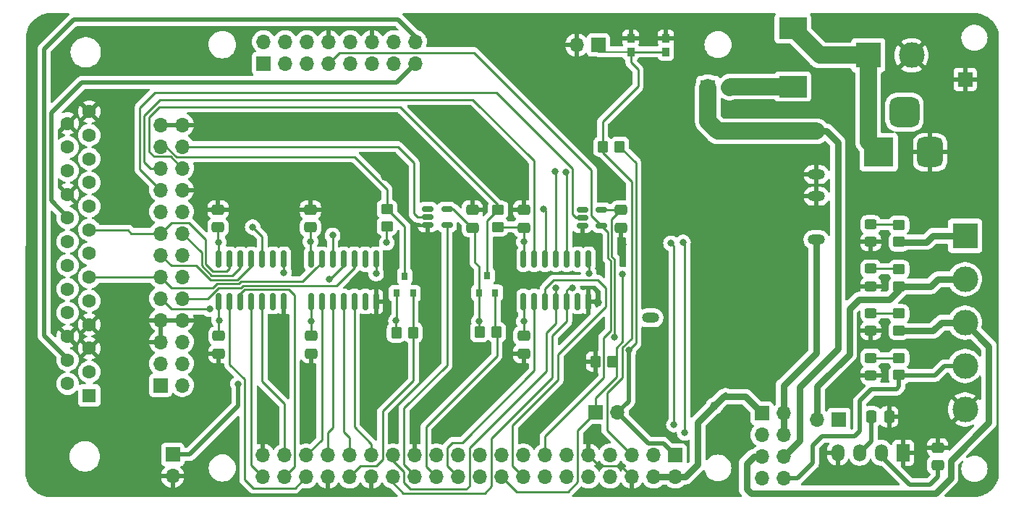
<source format=gbr>
G04 #@! TF.GenerationSoftware,KiCad,Pcbnew,8.0.1*
G04 #@! TF.CreationDate,2024-05-09T19:23:35+02:00*
G04 #@! TF.ProjectId,FluCom5,466c7543-6f6d-4352-9e6b-696361645f70,5.1*
G04 #@! TF.SameCoordinates,Original*
G04 #@! TF.FileFunction,Copper,L1,Top*
G04 #@! TF.FilePolarity,Positive*
%FSLAX46Y46*%
G04 Gerber Fmt 4.6, Leading zero omitted, Abs format (unit mm)*
G04 Created by KiCad (PCBNEW 8.0.1) date 2024-05-09 19:23:35*
%MOMM*%
%LPD*%
G01*
G04 APERTURE LIST*
G04 Aperture macros list*
%AMRoundRect*
0 Rectangle with rounded corners*
0 $1 Rounding radius*
0 $2 $3 $4 $5 $6 $7 $8 $9 X,Y pos of 4 corners*
0 Add a 4 corners polygon primitive as box body*
4,1,4,$2,$3,$4,$5,$6,$7,$8,$9,$2,$3,0*
0 Add four circle primitives for the rounded corners*
1,1,$1+$1,$2,$3*
1,1,$1+$1,$4,$5*
1,1,$1+$1,$6,$7*
1,1,$1+$1,$8,$9*
0 Add four rect primitives between the rounded corners*
20,1,$1+$1,$2,$3,$4,$5,0*
20,1,$1+$1,$4,$5,$6,$7,0*
20,1,$1+$1,$6,$7,$8,$9,0*
20,1,$1+$1,$8,$9,$2,$3,0*%
G04 Aperture macros list end*
G04 #@! TA.AperFunction,Conductor*
%ADD10C,0.200000*%
G04 #@! TD*
G04 #@! TA.AperFunction,SMDPad,CuDef*
%ADD11RoundRect,0.250000X-0.475000X0.337500X-0.475000X-0.337500X0.475000X-0.337500X0.475000X0.337500X0*%
G04 #@! TD*
G04 #@! TA.AperFunction,SMDPad,CuDef*
%ADD12RoundRect,0.250000X0.475000X-0.337500X0.475000X0.337500X-0.475000X0.337500X-0.475000X-0.337500X0*%
G04 #@! TD*
G04 #@! TA.AperFunction,SMDPad,CuDef*
%ADD13RoundRect,0.250000X0.450000X-0.325000X0.450000X0.325000X-0.450000X0.325000X-0.450000X-0.325000X0*%
G04 #@! TD*
G04 #@! TA.AperFunction,SMDPad,CuDef*
%ADD14RoundRect,0.250000X-0.450000X0.325000X-0.450000X-0.325000X0.450000X-0.325000X0.450000X0.325000X0*%
G04 #@! TD*
G04 #@! TA.AperFunction,SMDPad,CuDef*
%ADD15R,3.300000X2.500000*%
G04 #@! TD*
G04 #@! TA.AperFunction,ComponentPad*
%ADD16R,1.700000X1.700000*%
G04 #@! TD*
G04 #@! TA.AperFunction,ComponentPad*
%ADD17O,1.700000X1.700000*%
G04 #@! TD*
G04 #@! TA.AperFunction,ComponentPad*
%ADD18R,3.500000X3.500000*%
G04 #@! TD*
G04 #@! TA.AperFunction,ComponentPad*
%ADD19RoundRect,0.750000X0.750000X1.000000X-0.750000X1.000000X-0.750000X-1.000000X0.750000X-1.000000X0*%
G04 #@! TD*
G04 #@! TA.AperFunction,ComponentPad*
%ADD20RoundRect,0.875000X0.875000X0.875000X-0.875000X0.875000X-0.875000X-0.875000X0.875000X-0.875000X0*%
G04 #@! TD*
G04 #@! TA.AperFunction,ComponentPad*
%ADD21R,3.000000X3.000000*%
G04 #@! TD*
G04 #@! TA.AperFunction,ComponentPad*
%ADD22C,3.000000*%
G04 #@! TD*
G04 #@! TA.AperFunction,SMDPad,CuDef*
%ADD23R,0.800000X0.900000*%
G04 #@! TD*
G04 #@! TA.AperFunction,SMDPad,CuDef*
%ADD24RoundRect,0.250000X0.450000X-0.350000X0.450000X0.350000X-0.450000X0.350000X-0.450000X-0.350000X0*%
G04 #@! TD*
G04 #@! TA.AperFunction,SMDPad,CuDef*
%ADD25RoundRect,0.250000X0.350000X0.450000X-0.350000X0.450000X-0.350000X-0.450000X0.350000X-0.450000X0*%
G04 #@! TD*
G04 #@! TA.AperFunction,SMDPad,CuDef*
%ADD26RoundRect,0.150000X0.150000X-0.825000X0.150000X0.825000X-0.150000X0.825000X-0.150000X-0.825000X0*%
G04 #@! TD*
G04 #@! TA.AperFunction,ComponentPad*
%ADD27R,1.500000X2.000000*%
G04 #@! TD*
G04 #@! TA.AperFunction,ComponentPad*
%ADD28O,1.500000X2.000000*%
G04 #@! TD*
G04 #@! TA.AperFunction,SMDPad,CuDef*
%ADD29RoundRect,0.250000X-0.450000X0.350000X-0.450000X-0.350000X0.450000X-0.350000X0.450000X0.350000X0*%
G04 #@! TD*
G04 #@! TA.AperFunction,SMDPad,CuDef*
%ADD30RoundRect,0.250000X-0.350000X-0.450000X0.350000X-0.450000X0.350000X0.450000X-0.350000X0.450000X0*%
G04 #@! TD*
G04 #@! TA.AperFunction,SMDPad,CuDef*
%ADD31RoundRect,0.250000X-0.337500X-0.475000X0.337500X-0.475000X0.337500X0.475000X-0.337500X0.475000X0*%
G04 #@! TD*
G04 #@! TA.AperFunction,ComponentPad*
%ADD32R,1.600000X1.600000*%
G04 #@! TD*
G04 #@! TA.AperFunction,ComponentPad*
%ADD33C,1.600000*%
G04 #@! TD*
G04 #@! TA.AperFunction,SMDPad,CuDef*
%ADD34RoundRect,0.150000X-0.512500X-0.150000X0.512500X-0.150000X0.512500X0.150000X-0.512500X0.150000X0*%
G04 #@! TD*
G04 #@! TA.AperFunction,SMDPad,CuDef*
%ADD35RoundRect,0.600000X-4.400000X2.400000X-4.400000X-2.400000X4.400000X-2.400000X4.400000X2.400000X0*%
G04 #@! TD*
G04 #@! TA.AperFunction,ComponentPad*
%ADD36O,2.000000X1.200000*%
G04 #@! TD*
G04 #@! TA.AperFunction,SMDPad,CuDef*
%ADD37R,0.900000X1.000000*%
G04 #@! TD*
G04 #@! TA.AperFunction,ViaPad*
%ADD38C,0.800000*%
G04 #@! TD*
G04 #@! TA.AperFunction,ViaPad*
%ADD39C,1.000000*%
G04 #@! TD*
G04 #@! TA.AperFunction,Conductor*
%ADD40C,0.250000*%
G04 #@! TD*
G04 #@! TA.AperFunction,Conductor*
%ADD41C,0.500000*%
G04 #@! TD*
G04 #@! TA.AperFunction,Conductor*
%ADD42C,0.249987*%
G04 #@! TD*
G04 #@! TA.AperFunction,Conductor*
%ADD43C,0.800000*%
G04 #@! TD*
G04 #@! TA.AperFunction,Conductor*
%ADD44C,2.000000*%
G04 #@! TD*
G04 APERTURE END LIST*
D10*
X124010000Y-88300000D02*
X124010000Y-87500000D01*
X127900000Y-88300000D02*
X124010000Y-88300000D01*
D11*
X79603600Y-121542900D03*
X79603600Y-123617900D03*
X90424000Y-121542900D03*
X90424000Y-123617900D03*
D12*
X90322400Y-108835100D03*
X90322400Y-106760100D03*
D11*
X163703000Y-134598500D03*
X163703000Y-136673500D03*
D13*
X155875000Y-115735000D03*
X155875000Y-113685000D03*
D14*
X155875000Y-124100000D03*
X155875000Y-126150000D03*
D13*
X155875000Y-120920000D03*
X155875000Y-118870000D03*
X155875000Y-110550000D03*
X155875000Y-108500000D03*
D15*
X146750000Y-92350000D03*
X146750000Y-85550000D03*
D16*
X133000000Y-135500000D03*
D17*
X133000000Y-138040000D03*
X130460000Y-135500000D03*
X130460000Y-138040000D03*
X127920000Y-135500000D03*
X127920000Y-138040000D03*
X125380000Y-135500000D03*
X125380000Y-138040000D03*
X122840000Y-135500000D03*
X122840000Y-138040000D03*
X120300000Y-135500000D03*
X120300000Y-138040000D03*
X117760000Y-135500000D03*
X117760000Y-138040000D03*
X115220000Y-135500000D03*
X115220000Y-138040000D03*
X112680000Y-135500000D03*
X112680000Y-138040000D03*
X110140000Y-135500000D03*
X110140000Y-138040000D03*
X107600000Y-135500000D03*
X107600000Y-138040000D03*
X105060000Y-135500000D03*
X105060000Y-138040000D03*
X102520000Y-135500000D03*
X102520000Y-138040000D03*
X99980000Y-135500000D03*
X99980000Y-138040000D03*
X97440000Y-135500000D03*
X97440000Y-138040000D03*
X94900000Y-135500000D03*
X94900000Y-138040000D03*
X92360000Y-135500000D03*
X92360000Y-138040000D03*
X89820000Y-135500000D03*
X89820000Y-138040000D03*
X87280000Y-135500000D03*
X87280000Y-138040000D03*
X84740000Y-135500000D03*
X84740000Y-138040000D03*
D16*
X72785000Y-127325000D03*
D17*
X72785000Y-124785000D03*
X72785000Y-122245000D03*
X72785000Y-119705000D03*
X72785000Y-117165000D03*
X72785000Y-114625000D03*
X72785000Y-112085000D03*
X72785000Y-109545000D03*
X72785000Y-107005000D03*
X72785000Y-104465000D03*
X72785000Y-101925000D03*
X72785000Y-99385000D03*
X72785000Y-96845000D03*
X75325000Y-127325000D03*
X75325000Y-124785000D03*
X75325000Y-122245000D03*
X75325000Y-119705000D03*
X75325000Y-117165000D03*
X75325000Y-114625000D03*
X75325000Y-112085000D03*
X75325000Y-109545000D03*
X75325000Y-107005000D03*
X75325000Y-104465000D03*
X75325000Y-101925000D03*
X75325000Y-99385000D03*
X75325000Y-96845000D03*
D18*
X156814000Y-100050000D03*
D19*
X162814000Y-100050000D03*
D20*
X159814000Y-95350000D03*
D21*
X166900000Y-109825000D03*
D22*
X166900000Y-114905000D03*
X166900000Y-119985000D03*
X166900000Y-125065000D03*
X166900000Y-130145000D03*
D21*
X155560000Y-88700000D03*
D22*
X160640000Y-88700000D03*
D16*
X152146000Y-131300000D03*
D17*
X149606000Y-131300000D03*
D23*
X110050000Y-116500000D03*
X111950000Y-116500000D03*
X111000000Y-114500000D03*
D24*
X159175000Y-115741666D03*
X159175000Y-113741666D03*
X159175000Y-120933332D03*
X159175000Y-118933332D03*
X159175000Y-110550000D03*
X159175000Y-108550000D03*
D25*
X112100000Y-121100000D03*
X110100000Y-121100000D03*
D16*
X166925000Y-91525000D03*
D26*
X79590000Y-117522000D03*
X80860000Y-117522000D03*
X82130000Y-117522000D03*
X83400000Y-117522000D03*
X84670000Y-117522000D03*
X85940000Y-117522000D03*
X87210000Y-117522000D03*
X87210000Y-112572000D03*
X85940000Y-112572000D03*
X84670000Y-112572000D03*
X83400000Y-112572000D03*
X82130000Y-112572000D03*
X80860000Y-112572000D03*
X79590000Y-112572000D03*
X90373200Y-117522000D03*
X91643200Y-117522000D03*
X92913200Y-117522000D03*
X94183200Y-117522000D03*
X95453200Y-117522000D03*
X96723200Y-117522000D03*
X97993200Y-117522000D03*
X97993200Y-112572000D03*
X96723200Y-112572000D03*
X95453200Y-112572000D03*
X94183200Y-112572000D03*
X92913200Y-112572000D03*
X91643200Y-112572000D03*
X90373200Y-112572000D03*
D27*
X159650000Y-135225000D03*
D28*
X157110000Y-135225000D03*
X154570000Y-135225000D03*
X152030000Y-135225000D03*
D25*
X102352000Y-121150000D03*
X100352000Y-121150000D03*
D29*
X99275000Y-106700000D03*
X99275000Y-108700000D03*
D23*
X100402000Y-116550000D03*
X102302000Y-116550000D03*
X101352000Y-114550000D03*
D29*
X112257600Y-106800000D03*
X112257600Y-108800000D03*
D30*
X123650001Y-124550001D03*
X125650001Y-124550001D03*
D12*
X79502000Y-108835100D03*
X79502000Y-106760100D03*
D11*
X115265200Y-121542900D03*
X115265200Y-123617900D03*
D12*
X115265200Y-108867500D03*
X115265200Y-106792500D03*
D26*
X115238000Y-117522000D03*
X116508000Y-117522000D03*
X117778000Y-117522000D03*
X119048000Y-117522000D03*
X120318000Y-117522000D03*
X121588000Y-117522000D03*
X122858000Y-117522000D03*
X122858000Y-112572000D03*
X121588000Y-112572000D03*
X120318000Y-112572000D03*
X119048000Y-112572000D03*
X117778000Y-112572000D03*
X116508000Y-112572000D03*
X115238000Y-112572000D03*
D31*
X155937500Y-131000000D03*
X158012500Y-131000000D03*
D24*
X159175000Y-126125000D03*
X159175000Y-124125000D03*
D32*
X64450000Y-128525000D03*
D33*
X64450000Y-125755000D03*
X64450000Y-122985000D03*
X64450000Y-120215000D03*
X64450000Y-117445000D03*
X64450000Y-114675000D03*
X64450000Y-111905000D03*
X64450000Y-109135000D03*
X64450000Y-106365000D03*
X64450000Y-103595000D03*
X64450000Y-100825000D03*
X64450000Y-98055000D03*
X64450000Y-95285000D03*
X61910000Y-127140000D03*
X61910000Y-124370000D03*
X61910000Y-121600000D03*
X61910000Y-118830000D03*
X61910000Y-116060000D03*
X61910000Y-113290000D03*
X61910000Y-110520000D03*
X61910000Y-107750000D03*
X61910000Y-104980000D03*
X61910000Y-102210000D03*
X61910000Y-99440000D03*
X61910000Y-96670000D03*
D16*
X123710000Y-130500000D03*
D17*
X126250000Y-130500000D03*
D16*
X124010000Y-87500000D03*
D17*
X121470000Y-87500000D03*
D11*
X109250000Y-106792500D03*
X109250000Y-108867500D03*
D16*
X143150000Y-130600000D03*
D17*
X145690000Y-130600000D03*
X143150000Y-133140000D03*
X145690000Y-133140000D03*
X143150000Y-135680000D03*
X145690000Y-135680000D03*
X143150000Y-138220000D03*
X145690000Y-138220000D03*
D30*
X124500000Y-99400000D03*
X126500000Y-99400000D03*
D12*
X126625000Y-108887500D03*
X126625000Y-106812500D03*
D34*
X104012500Y-106700000D03*
X104012500Y-107650000D03*
X104012500Y-108600000D03*
X106287500Y-108600000D03*
X106287500Y-106700000D03*
D16*
X84836000Y-89662000D03*
D17*
X84836000Y-87122000D03*
X87376000Y-89662000D03*
X87376000Y-87122000D03*
X89916000Y-89662000D03*
X89916000Y-87122000D03*
X92456000Y-89662000D03*
X92456000Y-87122000D03*
X94996000Y-89662000D03*
X94996000Y-87122000D03*
X97536000Y-89662000D03*
X97536000Y-87122000D03*
X100076000Y-89662000D03*
X100076000Y-87122000D03*
X102616000Y-89662000D03*
X102616000Y-87122000D03*
D35*
X138349000Y-102670000D03*
D36*
X149500000Y-97590000D03*
X149500000Y-102670000D03*
X149500000Y-105210000D03*
X149500000Y-110290000D03*
X130094000Y-119434000D03*
D34*
X122112500Y-106750000D03*
X122112500Y-107700000D03*
X122112500Y-108650000D03*
X124387500Y-108650000D03*
X124387500Y-106750000D03*
D37*
X131900000Y-88300000D03*
X127800000Y-88300000D03*
X131900000Y-86700000D03*
X127800000Y-86700000D03*
D16*
X136825000Y-92450000D03*
D17*
X139365000Y-92450000D03*
D16*
X74200000Y-135425000D03*
D17*
X74200000Y-137965000D03*
D38*
X100330000Y-119761000D03*
X127549731Y-123242720D03*
X125875000Y-121650000D03*
X90373200Y-119786400D03*
X115265200Y-119837200D03*
X79632411Y-119732567D03*
X110050000Y-119820000D03*
X135400000Y-100200000D03*
X134200000Y-100200000D03*
X135400000Y-102700000D03*
X140200000Y-101450000D03*
D39*
X100000000Y-125500000D03*
X85953600Y-107100000D03*
D38*
X137800000Y-101450000D03*
X135400000Y-105200000D03*
X142600000Y-101450000D03*
X136600000Y-102700000D03*
D39*
X109900000Y-99600000D03*
D38*
X137800000Y-105200000D03*
D39*
X117551200Y-131826000D03*
D38*
X135400000Y-103950000D03*
X141400000Y-102700000D03*
D39*
X123925000Y-117600000D03*
D38*
X141400000Y-103950000D03*
X142600000Y-103950000D03*
D39*
X140716000Y-131114800D03*
D38*
X139000000Y-105200000D03*
X136600000Y-105200000D03*
D39*
X120853200Y-125600000D03*
D38*
X134200000Y-103950000D03*
D39*
X152450800Y-128473200D03*
X162052000Y-123037600D03*
D38*
X140200000Y-105200000D03*
X137800000Y-100200000D03*
X141400000Y-105200000D03*
D39*
X124025000Y-110625000D03*
D38*
X134200000Y-105200000D03*
X137800000Y-102700000D03*
D39*
X107475000Y-125450000D03*
D38*
X139000000Y-102700000D03*
X140200000Y-103950000D03*
D39*
X102575000Y-133500000D03*
D38*
X139000000Y-101450000D03*
D39*
X89458800Y-97536000D03*
D38*
X139000000Y-103950000D03*
X134200000Y-101450000D03*
X141400000Y-100200000D03*
X137800000Y-103950000D03*
D39*
X126805263Y-110807175D03*
D38*
X140200000Y-100200000D03*
X134200000Y-102700000D03*
D39*
X81175000Y-134650000D03*
D38*
X142600000Y-105200000D03*
X139000000Y-100200000D03*
D39*
X99018719Y-102881281D03*
X86400000Y-125600000D03*
D38*
X141400000Y-101450000D03*
X142600000Y-100200000D03*
X136600000Y-101450000D03*
D39*
X89458800Y-103327200D03*
D38*
X136600000Y-103950000D03*
X135400000Y-101450000D03*
X142600000Y-102700000D03*
D39*
X113600000Y-125700000D03*
X112675000Y-104875000D03*
D38*
X140200000Y-102700000D03*
X136600000Y-100200000D03*
D39*
X90200000Y-125600000D03*
X137600000Y-129700000D03*
D38*
X115265200Y-110540800D03*
X81838800Y-127152400D03*
X99250000Y-110628301D03*
X90322400Y-110503300D03*
X79603600Y-110591600D03*
X132842000Y-131927600D03*
X132500000Y-110700000D03*
X133900004Y-110600000D03*
X134112000Y-132892800D03*
X97993200Y-114249200D03*
X122886018Y-114235907D03*
X126847600Y-114350800D03*
X87210269Y-114125000D03*
X92506800Y-114903989D03*
X78522700Y-118420034D03*
X117602000Y-106680000D03*
X92913200Y-109778800D03*
X83566000Y-108813600D03*
X119024400Y-115925600D03*
X120954800Y-115925600D03*
X118973600Y-102311200D03*
X120200000Y-102345084D03*
D40*
X124387500Y-106750000D02*
X124450000Y-106812500D01*
X128400000Y-122400000D02*
X128400000Y-101300000D01*
X110050000Y-113425000D02*
X109550000Y-112925000D01*
D41*
X126250000Y-130500000D02*
X127549731Y-129200269D01*
D40*
X110050000Y-116500000D02*
X110050000Y-113425000D01*
D41*
X127549731Y-129200269D02*
X127549731Y-123242720D01*
D40*
X110050000Y-116500000D02*
X110050000Y-119820000D01*
X125875000Y-112563612D02*
X125875000Y-121650000D01*
D42*
X79603600Y-119786400D02*
X79603600Y-121555400D01*
D40*
X127557280Y-123242720D02*
X128400000Y-122400000D01*
X109550000Y-109162500D02*
X109250000Y-108862500D01*
D42*
X90373200Y-119786400D02*
X90373200Y-117522000D01*
D41*
X131612000Y-134112000D02*
X133000000Y-135500000D01*
X126250000Y-130500000D02*
X129862000Y-134112000D01*
D40*
X100402000Y-119689000D02*
X100330000Y-119761000D01*
X128400000Y-101300000D02*
X126500000Y-99400000D01*
D41*
X129862000Y-134112000D02*
X131612000Y-134112000D01*
D40*
X100330000Y-121147000D02*
X100330000Y-119761000D01*
D42*
X79603600Y-119786400D02*
X79603600Y-117535600D01*
D40*
X125575000Y-112263612D02*
X125875000Y-112563612D01*
D42*
X90373200Y-119786400D02*
X90373200Y-121504600D01*
D41*
X127549731Y-123242720D02*
X127557280Y-123242720D01*
D40*
X100402000Y-116550000D02*
X100402000Y-119689000D01*
X126625000Y-106812500D02*
X125575000Y-107862500D01*
X125575000Y-107862500D02*
X125575000Y-112263612D01*
D42*
X115265200Y-121555400D02*
X115265200Y-119837200D01*
D40*
X110050000Y-119820000D02*
X110050000Y-121075000D01*
X124450000Y-106812500D02*
X126625000Y-106812500D01*
D42*
X115265200Y-119837200D02*
X115265200Y-117549200D01*
D40*
X109550000Y-112925000D02*
X109550000Y-109162500D01*
X109250000Y-108862500D02*
X109200000Y-108862500D01*
X109200000Y-108862500D02*
X107037500Y-106700000D01*
X107037500Y-106700000D02*
X106287500Y-106700000D01*
X126633600Y-136753600D02*
X127920000Y-138040000D01*
X124093600Y-136753600D02*
X126633600Y-136753600D01*
X122840000Y-135500000D02*
X124093600Y-136753600D01*
D43*
X133000000Y-138040000D02*
X134202081Y-138040000D01*
D42*
X79502000Y-110490000D02*
X79603600Y-110591600D01*
D41*
X137600000Y-129700000D02*
X138900000Y-128400000D01*
D43*
X163098000Y-109825000D02*
X162348000Y-110575000D01*
D41*
X74200000Y-135425000D02*
X76175000Y-135425000D01*
D42*
X112257600Y-108800000D02*
X115197700Y-108800000D01*
D43*
X141201000Y-128651000D02*
X138649000Y-128651000D01*
X135624994Y-136617087D02*
X135624994Y-131675006D01*
X133000000Y-138040000D02*
X130460000Y-138040000D01*
D42*
X79590000Y-110605200D02*
X79603600Y-110591600D01*
X115197700Y-108800000D02*
X115265200Y-108867500D01*
X115265200Y-108822600D02*
X115265200Y-110540800D01*
D40*
X99250000Y-108975000D02*
X99250000Y-110628301D01*
D43*
X143150000Y-130600000D02*
X141201000Y-128651000D01*
X134202081Y-138040000D02*
X135624994Y-136617087D01*
D42*
X90322400Y-108822600D02*
X90322400Y-110503300D01*
X115265200Y-110540800D02*
X115265200Y-112544800D01*
X90322400Y-112521200D02*
X90322400Y-110503300D01*
D41*
X76175000Y-135425000D02*
X81838800Y-129761200D01*
D43*
X138649000Y-128651000D02*
X137600000Y-129700000D01*
D42*
X79590000Y-112572000D02*
X79590000Y-110605200D01*
D41*
X81838800Y-129761200D02*
X81838800Y-127152400D01*
D43*
X135624994Y-131675006D02*
X137600000Y-129700000D01*
X166900000Y-109825000D02*
X163098000Y-109825000D01*
X162348000Y-110575000D02*
X159175000Y-110575000D01*
D42*
X79502000Y-108822600D02*
X79502000Y-110490000D01*
D41*
X157110000Y-135647000D02*
X160388000Y-138925000D01*
X163703000Y-138049000D02*
X163703000Y-136661000D01*
X162827000Y-138925000D02*
X163703000Y-138049000D01*
X160388000Y-138925000D02*
X162827000Y-138925000D01*
X155950000Y-133845000D02*
X155950000Y-131000000D01*
X154570000Y-135225000D02*
X155950000Y-133845000D01*
D44*
X155560000Y-88700000D02*
X155560000Y-98796000D01*
X155560000Y-98796000D02*
X156814000Y-100050000D01*
X155560000Y-88700000D02*
X149900000Y-88700000D01*
X149900000Y-88700000D02*
X146750000Y-85550000D01*
D42*
X155875000Y-113685000D02*
X159143334Y-113685000D01*
X159175000Y-124100000D02*
X155875000Y-124100000D01*
X155875000Y-118870000D02*
X159136668Y-118870000D01*
X155875000Y-108500000D02*
X159150000Y-108500000D01*
X132842000Y-131927600D02*
X132842000Y-111042000D01*
X132842000Y-111042000D02*
X132500000Y-110700000D01*
X127800000Y-89540000D02*
X127800000Y-88300000D01*
D40*
X126800000Y-126400000D02*
X126800000Y-122896435D01*
X125000000Y-128200000D02*
X126800000Y-126400000D01*
D42*
X128660000Y-90400000D02*
X127800000Y-89540000D01*
D40*
X124500000Y-100100000D02*
X124500000Y-99400000D01*
X124500000Y-96460000D02*
X128660000Y-92300000D01*
D42*
X128660000Y-92300000D02*
X128660000Y-90400000D01*
D40*
X127920000Y-135500000D02*
X125000000Y-132580000D01*
X127875000Y-103475000D02*
X124500000Y-100100000D01*
X126800000Y-122896435D02*
X127875000Y-121821435D01*
X124500000Y-99400000D02*
X124500000Y-96460000D01*
D42*
X127800000Y-88300000D02*
X131900000Y-88300000D01*
D40*
X127875000Y-121821435D02*
X127875000Y-103475000D01*
X125000000Y-132580000D02*
X125000000Y-128200000D01*
D44*
X139465000Y-92350000D02*
X139365000Y-92450000D01*
X146750000Y-92350000D02*
X139465000Y-92350000D01*
D42*
X134112000Y-132892800D02*
X134112000Y-110811996D01*
X134112000Y-110811996D02*
X133900004Y-110600000D01*
D40*
X117778000Y-116003600D02*
X118770400Y-115011200D01*
X117778000Y-117522000D02*
X117778000Y-116003600D01*
X123936200Y-115011200D02*
X124875000Y-115950000D01*
X119297321Y-123690116D02*
X119297321Y-126701679D01*
X113944400Y-136764400D02*
X115220000Y-138040000D01*
X124875000Y-115950000D02*
X124875000Y-118112437D01*
X118770400Y-115011200D02*
X123936200Y-115011200D01*
X119297321Y-126701679D02*
X113944400Y-132054600D01*
X124875000Y-118112437D02*
X119297321Y-123690116D01*
X113944400Y-132054600D02*
X113944400Y-136764400D01*
D42*
X123710000Y-128766000D02*
X126125008Y-126350992D01*
X112680000Y-138040000D02*
X114441600Y-139801600D01*
X87210269Y-112572269D02*
X87210269Y-114125000D01*
X123710000Y-130500000D02*
X123710000Y-128766000D01*
X126847600Y-122212447D02*
X126847600Y-114350800D01*
X126125008Y-122935039D02*
X126847600Y-122212447D01*
X121564400Y-138658600D02*
X121564400Y-132645600D01*
X126125008Y-126350992D02*
X126125008Y-122935039D01*
X122885200Y-114235089D02*
X122886018Y-114235907D01*
X114441600Y-139801600D02*
X120421400Y-139801600D01*
X122885200Y-112599200D02*
X122885200Y-114235089D01*
X97993200Y-114249200D02*
X97993200Y-112572000D01*
X120421400Y-139801600D02*
X121564400Y-138658600D01*
X121564400Y-132645600D02*
X123710000Y-130500000D01*
D40*
X106324400Y-136764400D02*
X107600000Y-138040000D01*
X116508000Y-125604800D02*
X108102400Y-134010400D01*
X106324400Y-134620000D02*
X106324400Y-136764400D01*
X116508000Y-117522000D02*
X116508000Y-125604800D01*
X106934000Y-134010400D02*
X106324400Y-134620000D01*
X108102400Y-134010400D02*
X106934000Y-134010400D01*
X105060000Y-138040000D02*
X103835200Y-136815200D01*
X103835200Y-136815200D02*
X103835200Y-132164800D01*
X103835200Y-132164800D02*
X112125000Y-123875000D01*
X111950000Y-116500000D02*
X111950000Y-120925000D01*
X112125000Y-123875000D02*
X112125000Y-121100000D01*
X102520000Y-138040000D02*
X102520000Y-137831400D01*
X106300000Y-108612500D02*
X106287500Y-108600000D01*
X101250000Y-130020978D02*
X106300000Y-124970978D01*
X102520000Y-137831400D02*
X101250000Y-136561400D01*
X106300000Y-124970978D02*
X106300000Y-108612500D01*
X101250000Y-136561400D02*
X101250000Y-130020978D01*
D42*
X97440000Y-134190000D02*
X95453200Y-132203200D01*
X95453200Y-132203200D02*
X95453200Y-117522000D01*
X97440000Y-135500000D02*
X97440000Y-134190000D01*
X94894400Y-133469400D02*
X94183200Y-132758200D01*
X94894400Y-135494400D02*
X94894400Y-133469400D01*
X94183200Y-132758200D02*
X94183200Y-117522000D01*
D40*
X102302000Y-116550000D02*
X102302000Y-121075000D01*
X98750000Y-130358000D02*
X102377000Y-126731000D01*
X102377000Y-126731000D02*
X102377000Y-121150000D01*
X98750000Y-136000000D02*
X98750000Y-130358000D01*
X98000000Y-136750000D02*
X98750000Y-136000000D01*
X94900000Y-138040000D02*
X96190000Y-136750000D01*
X96190000Y-136750000D02*
X98000000Y-136750000D01*
D42*
X92360000Y-132840000D02*
X92360000Y-135500000D01*
X92913200Y-117522000D02*
X92913200Y-132286800D01*
X92913200Y-132286800D02*
X92360000Y-132840000D01*
X91643200Y-133676800D02*
X89820000Y-135500000D01*
X91643200Y-117522000D02*
X91643200Y-133676800D01*
X80860000Y-124868797D02*
X82613793Y-126622590D01*
X88515600Y-139344400D02*
X89820000Y-138040000D01*
X83616800Y-139344400D02*
X88515600Y-139344400D01*
X82613793Y-126622590D02*
X82613793Y-138341393D01*
X80860000Y-117522000D02*
X80860000Y-124868797D01*
X82613793Y-138341393D02*
X83616800Y-139344400D01*
D40*
X84670000Y-126884800D02*
X87280000Y-129494800D01*
X87280000Y-129494800D02*
X87280000Y-135500000D01*
X84670000Y-117522000D02*
X84670000Y-126884800D01*
X82600000Y-116100000D02*
X82130000Y-116570000D01*
X88454511Y-116754511D02*
X87800000Y-116100000D01*
X87280000Y-138040000D02*
X88454511Y-136865489D01*
X87800000Y-116100000D02*
X82600000Y-116100000D01*
X82130000Y-116570000D02*
X82130000Y-117522000D01*
X88454511Y-136865489D02*
X88454511Y-116754511D01*
X83400000Y-117522000D02*
X83400000Y-136700000D01*
X83400000Y-136700000D02*
X84740000Y-138040000D01*
D43*
X145669000Y-127381000D02*
X145690000Y-127402000D01*
X145690000Y-127402000D02*
X145690000Y-130600000D01*
X149500000Y-110290000D02*
X149500000Y-123550000D01*
X149500000Y-123550000D02*
X145669000Y-127381000D01*
X145690000Y-130600000D02*
X145690000Y-133140000D01*
X153365200Y-123698000D02*
X149707600Y-127355600D01*
X163733000Y-114905000D02*
X162871334Y-115766666D01*
X162871334Y-115766666D02*
X159175000Y-115766666D01*
X158086800Y-117300000D02*
X154480000Y-117300000D01*
D41*
X59150000Y-88000000D02*
X62618800Y-84531200D01*
D43*
X154480000Y-117300000D02*
X153365200Y-118414800D01*
D41*
X62618800Y-84531200D02*
X100584000Y-84531200D01*
X61910000Y-124370000D02*
X61910000Y-124235000D01*
D43*
X149606000Y-127457200D02*
X149606000Y-131300000D01*
X153365200Y-118414800D02*
X153365200Y-123698000D01*
D41*
X61910000Y-124235000D02*
X59150000Y-121475000D01*
X102616000Y-86563200D02*
X102616000Y-87122000D01*
D43*
X159175000Y-116211800D02*
X158086800Y-117300000D01*
X166900000Y-114905000D02*
X163733000Y-114905000D01*
X159175000Y-115766666D02*
X159175000Y-116211800D01*
D41*
X59150000Y-121475000D02*
X59150000Y-88000000D01*
X100584000Y-84531200D02*
X102616000Y-86563200D01*
D40*
X74097738Y-118420034D02*
X78522700Y-118420034D01*
X72842704Y-117165000D02*
X74097738Y-118420034D01*
X92600711Y-114903989D02*
X92506800Y-114903989D01*
X94183200Y-113321500D02*
X92600711Y-114903989D01*
X90998200Y-113597908D02*
X89396108Y-115200000D01*
X78924696Y-115900000D02*
X74060000Y-115900000D01*
X72785000Y-114625000D02*
X72710000Y-114700000D01*
X90998200Y-113593072D02*
X90998200Y-113597908D01*
X74060000Y-115900000D02*
X72785000Y-114625000D01*
X64475000Y-114700000D02*
X64450000Y-114675000D01*
X89396108Y-115200000D02*
X82227208Y-115200000D01*
X79374696Y-115450000D02*
X78924696Y-115900000D01*
X91643200Y-112948072D02*
X90998200Y-113593072D01*
X81977208Y-115450000D02*
X79374696Y-115450000D01*
X82227208Y-115200000D02*
X81977208Y-115450000D01*
X72710000Y-114700000D02*
X64475000Y-114700000D01*
X81790812Y-115000000D02*
X83400000Y-113390812D01*
X74041704Y-113334800D02*
X76934800Y-113334800D01*
X76934800Y-113334800D02*
X78600000Y-115000000D01*
X72791904Y-112085000D02*
X74041704Y-113334800D01*
X83400000Y-113390812D02*
X83400000Y-112572000D01*
X78600000Y-115000000D02*
X81790812Y-115000000D01*
X76098400Y-108305600D02*
X78029289Y-110236489D01*
X78029289Y-110236489D02*
X78029289Y-113156497D01*
X69346000Y-109545000D02*
X68961000Y-109160000D01*
X64475000Y-109160000D02*
X64450000Y-109135000D01*
X80860000Y-113602400D02*
X80860000Y-112948072D01*
X80462400Y-114000000D02*
X80860000Y-113602400D01*
X72785000Y-109545000D02*
X69346000Y-109545000D01*
X68961000Y-109160000D02*
X64475000Y-109160000D01*
X78029289Y-113156497D02*
X78872792Y-114000000D01*
X78872792Y-114000000D02*
X80462400Y-114000000D01*
X72785000Y-109545000D02*
X74024400Y-108305600D01*
X74024400Y-108305600D02*
X76098400Y-108305600D01*
X117777999Y-112572000D02*
X117805200Y-112544799D01*
X117805200Y-112544799D02*
X117805200Y-106883200D01*
X117805200Y-106883200D02*
X117602000Y-106680000D01*
X120975000Y-107275000D02*
X121400000Y-107700000D01*
X112084668Y-93091000D02*
X120975000Y-101981332D01*
X70358000Y-94869000D02*
X72136000Y-93091000D01*
X70358000Y-102038000D02*
X70358000Y-94869000D01*
X121400000Y-107700000D02*
X122112500Y-107700000D01*
X72136000Y-93091000D02*
X112084668Y-93091000D01*
X72785000Y-104465000D02*
X70358000Y-102038000D01*
X120975000Y-101981332D02*
X120975000Y-107275000D01*
X70866000Y-101208081D02*
X70866000Y-95758000D01*
X109321600Y-93878400D02*
X116508000Y-101064800D01*
X72745600Y-93878400D02*
X109321600Y-93878400D01*
X116508000Y-101064800D02*
X116508000Y-112572000D01*
X72785000Y-101925000D02*
X71582919Y-101925000D01*
X70866000Y-95758000D02*
X72745600Y-93878400D01*
X71582919Y-101925000D02*
X70866000Y-101208081D01*
X99275000Y-104400000D02*
X99275000Y-106700000D01*
X73420704Y-99385000D02*
X74627393Y-100591689D01*
X74627393Y-100591689D02*
X95466689Y-100591689D01*
X101352000Y-114500000D02*
X101352000Y-114550000D01*
X101352000Y-108727000D02*
X101352000Y-114550000D01*
X99275000Y-106700000D02*
X99325000Y-106700000D01*
X95466689Y-100591689D02*
X99275000Y-104400000D01*
X99325000Y-106700000D02*
X101352000Y-108727000D01*
X72785000Y-99385000D02*
X73420704Y-99385000D01*
D43*
X166900000Y-119985000D02*
X164114000Y-119985000D01*
X165227000Y-136144000D02*
X169672000Y-131699000D01*
X169672000Y-131699000D02*
X169672000Y-122757000D01*
X169672000Y-122757000D02*
X166900000Y-119985000D01*
X141351000Y-139446000D02*
X141859000Y-139954000D01*
X141351000Y-136525000D02*
X141351000Y-139446000D01*
X163449000Y-139954000D02*
X165227000Y-138176000D01*
X142196000Y-135680000D02*
X141351000Y-136525000D01*
X165227000Y-138176000D02*
X165227000Y-136144000D01*
X141859000Y-139954000D02*
X163449000Y-139954000D01*
X164114000Y-119985000D02*
X163140668Y-120958332D01*
X143150000Y-135680000D02*
X142196000Y-135680000D01*
X163140668Y-120958332D02*
X159175000Y-120958332D01*
D40*
X95453200Y-112572000D02*
X95453200Y-113588800D01*
X78296092Y-117165000D02*
X75325000Y-117165000D01*
X82413604Y-115650000D02*
X82163604Y-115900000D01*
X79561092Y-115900000D02*
X78296092Y-117165000D01*
X93392000Y-115650000D02*
X82413604Y-115650000D01*
X95453200Y-113588800D02*
X93392000Y-115650000D01*
X82163604Y-115900000D02*
X79561092Y-115900000D01*
X92913200Y-112572000D02*
X92913200Y-109778800D01*
X84670000Y-112572000D02*
X84670000Y-109917600D01*
X84670000Y-109917600D02*
X83566000Y-108813600D01*
X82130000Y-112572000D02*
X82130000Y-113546999D01*
X82130000Y-113546999D02*
X81176999Y-114500000D01*
X78736396Y-114500000D02*
X77579289Y-113342893D01*
X77579289Y-111799289D02*
X75325000Y-109545000D01*
X81176999Y-114500000D02*
X78736396Y-114500000D01*
X77579289Y-113342893D02*
X77579289Y-111799289D01*
D41*
X149047200Y-134366000D02*
X150164800Y-133248400D01*
X158877000Y-127762000D02*
X159175000Y-127464000D01*
X145690000Y-138220000D02*
X147276000Y-138220000D01*
X100431600Y-91846400D02*
X63603600Y-91846400D01*
X159175000Y-126150000D02*
X163410000Y-126150000D01*
X154559000Y-132715000D02*
X154559000Y-129159000D01*
X60000000Y-95450000D02*
X60000000Y-105725000D01*
X149047200Y-136448800D02*
X149047200Y-134366000D01*
X102616000Y-89662000D02*
X100431600Y-91846400D01*
X150164800Y-133248400D02*
X154025600Y-133248400D01*
X164495000Y-125065000D02*
X166900000Y-125065000D01*
X163410000Y-126150000D02*
X164495000Y-125065000D01*
X154559000Y-129159000D02*
X155956000Y-127762000D01*
X61910000Y-107635000D02*
X61910000Y-107750000D01*
X159175000Y-127464000D02*
X159175000Y-126150000D01*
X63603600Y-91846400D02*
X60000000Y-95450000D01*
X154025600Y-133248400D02*
X154559000Y-132715000D01*
X155956000Y-127762000D02*
X158877000Y-127762000D01*
X60000000Y-105725000D02*
X61910000Y-107635000D01*
X147276000Y-138220000D02*
X149047200Y-136448800D01*
D40*
X112257600Y-106207600D02*
X112257600Y-106800000D01*
X71424800Y-95961200D02*
X72644000Y-94742000D01*
X111000000Y-108057600D02*
X111000000Y-114500000D01*
X75325000Y-101925000D02*
X73959511Y-100559511D01*
X72009911Y-100559511D02*
X71424800Y-99974400D01*
X71424800Y-99974400D02*
X71424800Y-95961200D01*
X112257600Y-106800000D02*
X111000000Y-108057600D01*
X73959511Y-100559511D02*
X72009911Y-100559511D01*
X100792000Y-94742000D02*
X112257600Y-106207600D01*
X72644000Y-94742000D02*
X100792000Y-94742000D01*
X102850000Y-107650000D02*
X104012500Y-107650000D01*
X75325000Y-99385000D02*
X100528000Y-99385000D01*
X102450000Y-107250000D02*
X102850000Y-107650000D01*
X100528000Y-99385000D02*
X102450000Y-101307000D01*
X102450000Y-101307000D02*
X102450000Y-107250000D01*
D44*
X136825000Y-92450000D02*
X136825000Y-96439000D01*
D43*
X150676000Y-97590000D02*
X149500000Y-97590000D01*
X147574000Y-133796000D02*
X147574000Y-127508000D01*
D44*
X137976000Y-97590000D02*
X149500000Y-97590000D01*
D43*
X152019000Y-123063000D02*
X152019000Y-98933000D01*
X147574000Y-127508000D02*
X152019000Y-123063000D01*
X145690000Y-135680000D02*
X147574000Y-133796000D01*
X152019000Y-98933000D02*
X150676000Y-97590000D01*
D44*
X136825000Y-96439000D02*
X137976000Y-97590000D01*
D40*
X117760000Y-133319000D02*
X124612400Y-126466600D01*
D42*
X123175000Y-102093000D02*
X123175000Y-107437500D01*
X109482000Y-88400000D02*
X123175000Y-102093000D01*
X125425000Y-112750000D02*
X125425000Y-120949998D01*
D40*
X124612400Y-121762598D02*
X125299999Y-121074999D01*
D42*
X125125007Y-109387507D02*
X125125007Y-112450007D01*
X92456000Y-89662000D02*
X93718000Y-88400000D01*
D40*
X124612400Y-126466600D02*
X124612400Y-121762598D01*
D42*
X125125007Y-112450007D02*
X125425000Y-112750000D01*
D40*
X117760000Y-135500000D02*
X117760000Y-133319000D01*
D42*
X93718000Y-88400000D02*
X109482000Y-88400000D01*
X124387500Y-108650000D02*
X125125007Y-109387507D01*
X125425000Y-120949998D02*
X125299999Y-121074999D01*
X123175000Y-107437500D02*
X124387500Y-108650000D01*
X99980000Y-136149600D02*
X101244400Y-137414000D01*
X117957600Y-125628400D02*
X117957600Y-121142400D01*
X108915200Y-134670800D02*
X117957600Y-125628400D01*
X119048000Y-120052000D02*
X119048000Y-117522000D01*
X119048000Y-115949200D02*
X119024400Y-115925600D01*
X102006400Y-139496800D02*
X108559600Y-139496800D01*
X101244400Y-137414000D02*
X101244400Y-138734800D01*
X99980000Y-135500000D02*
X99980000Y-136149600D01*
X101244400Y-138734800D02*
X102006400Y-139496800D01*
X119048000Y-117522000D02*
X119048000Y-115949200D01*
X108559600Y-139496800D02*
X108915200Y-139141200D01*
X108915200Y-139141200D02*
X108915200Y-134670800D01*
X117957600Y-121142400D02*
X119048000Y-120052000D01*
X120318000Y-117522000D02*
X120300000Y-117504000D01*
X101193600Y-139954000D02*
X110693200Y-139954000D01*
X120300000Y-117504000D02*
X120300000Y-116224800D01*
X120294400Y-117545600D02*
X120318000Y-117522000D01*
X118618000Y-121513600D02*
X120294400Y-119837200D01*
X111505496Y-139141704D02*
X111505496Y-133502904D01*
X120294400Y-119837200D02*
X120294400Y-117545600D01*
X118618000Y-126390400D02*
X118618000Y-121513600D01*
X120599200Y-115925600D02*
X120954800Y-115925600D01*
X99980000Y-138040000D02*
X99980000Y-138740400D01*
X110693200Y-139954000D02*
X111505496Y-139141704D01*
X99980000Y-138740400D02*
X101193600Y-139954000D01*
X111505496Y-133502904D02*
X118618000Y-126390400D01*
X120300000Y-116224800D02*
X120599200Y-115925600D01*
X119048000Y-112572000D02*
X119048000Y-102385600D01*
X119048000Y-102385600D02*
X118973600Y-102311200D01*
X120318000Y-102463084D02*
X120200000Y-102345084D01*
X120318000Y-112572000D02*
X120318000Y-102463084D01*
G04 #@! TA.AperFunction,Conductor*
G36*
X62065750Y-83795502D02*
G01*
X62112243Y-83849158D01*
X62122347Y-83919432D01*
X62092853Y-83984012D01*
X62086724Y-83990595D01*
X58560838Y-87516480D01*
X58560833Y-87516486D01*
X58477826Y-87640716D01*
X58420648Y-87778754D01*
X58417583Y-87794166D01*
X58417583Y-87794168D01*
X58391500Y-87925293D01*
X58391500Y-121549706D01*
X58401613Y-121600546D01*
X58402712Y-121606070D01*
X58420649Y-121696247D01*
X58477826Y-121834284D01*
X58560834Y-121958515D01*
X58560838Y-121958519D01*
X60592019Y-123989700D01*
X60626045Y-124052012D01*
X60624632Y-124111402D01*
X60621769Y-124122088D01*
X60616457Y-124141913D01*
X60596502Y-124370000D01*
X60616457Y-124598087D01*
X60624855Y-124629427D01*
X60675715Y-124819240D01*
X60675717Y-124819246D01*
X60772477Y-125026749D01*
X60882235Y-125183500D01*
X60903802Y-125214300D01*
X61065700Y-125376198D01*
X61253251Y-125507523D01*
X61460757Y-125604284D01*
X61569020Y-125633293D01*
X61629643Y-125670245D01*
X61660664Y-125734106D01*
X61652236Y-125804600D01*
X61607033Y-125859347D01*
X61569021Y-125876706D01*
X61541798Y-125884001D01*
X61460759Y-125905715D01*
X61460753Y-125905717D01*
X61253250Y-126002477D01*
X61065703Y-126133799D01*
X61065697Y-126133804D01*
X60903804Y-126295697D01*
X60903799Y-126295703D01*
X60772477Y-126483250D01*
X60675717Y-126690753D01*
X60675715Y-126690759D01*
X60616457Y-126911913D01*
X60596502Y-127140000D01*
X60616457Y-127368086D01*
X60675715Y-127589240D01*
X60675717Y-127589246D01*
X60772477Y-127796749D01*
X60878047Y-127947519D01*
X60903802Y-127984300D01*
X61065700Y-128146198D01*
X61253251Y-128277523D01*
X61460757Y-128374284D01*
X61681913Y-128433543D01*
X61910000Y-128453498D01*
X62138087Y-128433543D01*
X62359243Y-128374284D01*
X62566749Y-128277523D01*
X62754300Y-128146198D01*
X62916198Y-127984300D01*
X62916205Y-127984289D01*
X62918980Y-127980984D01*
X62978090Y-127941659D01*
X63049078Y-127940534D01*
X63109405Y-127977966D01*
X63139918Y-128042071D01*
X63141500Y-128061977D01*
X63141500Y-129373649D01*
X63148009Y-129434196D01*
X63148011Y-129434204D01*
X63199110Y-129571202D01*
X63199112Y-129571207D01*
X63286738Y-129688261D01*
X63403792Y-129775887D01*
X63403794Y-129775888D01*
X63403796Y-129775889D01*
X63462875Y-129797924D01*
X63540795Y-129826988D01*
X63540803Y-129826990D01*
X63601350Y-129833499D01*
X63601355Y-129833499D01*
X63601362Y-129833500D01*
X63601368Y-129833500D01*
X65298632Y-129833500D01*
X65298638Y-129833500D01*
X65298645Y-129833499D01*
X65298649Y-129833499D01*
X65359196Y-129826990D01*
X65359199Y-129826989D01*
X65359201Y-129826989D01*
X65496204Y-129775889D01*
X65508079Y-129767000D01*
X65613261Y-129688261D01*
X65700887Y-129571207D01*
X65700887Y-129571206D01*
X65700889Y-129571204D01*
X65751215Y-129436276D01*
X65751988Y-129434204D01*
X65751990Y-129434196D01*
X65758499Y-129373649D01*
X65758500Y-129373632D01*
X65758500Y-127676367D01*
X65758499Y-127676350D01*
X65751990Y-127615803D01*
X65751988Y-127615795D01*
X65705369Y-127490807D01*
X65700889Y-127478796D01*
X65700888Y-127478794D01*
X65700887Y-127478792D01*
X65613261Y-127361738D01*
X65496207Y-127274112D01*
X65496202Y-127274110D01*
X65359204Y-127223011D01*
X65359196Y-127223009D01*
X65298649Y-127216500D01*
X65298638Y-127216500D01*
X64980327Y-127216500D01*
X64912206Y-127196498D01*
X64865713Y-127142842D01*
X64855609Y-127072568D01*
X64885103Y-127007988D01*
X64927077Y-126976305D01*
X64986379Y-126948652D01*
X65106749Y-126892523D01*
X65294300Y-126761198D01*
X65456198Y-126599300D01*
X65587523Y-126411749D01*
X65684284Y-126204243D01*
X65743543Y-125983087D01*
X65763498Y-125755000D01*
X65743543Y-125526913D01*
X65684284Y-125305757D01*
X65587523Y-125098251D01*
X65456198Y-124910700D01*
X65294300Y-124748802D01*
X65292780Y-124747738D01*
X65106749Y-124617477D01*
X64899246Y-124520717D01*
X64899240Y-124520715D01*
X64790014Y-124491448D01*
X64729391Y-124454496D01*
X64698370Y-124390635D01*
X64706798Y-124320141D01*
X64752001Y-124265394D01*
X64790014Y-124248034D01*
X64899069Y-124218813D01*
X64899073Y-124218811D01*
X65106497Y-124122088D01*
X65177888Y-124072099D01*
X65177888Y-124072097D01*
X64574948Y-123469157D01*
X64642993Y-123450925D01*
X64757007Y-123385099D01*
X64850099Y-123292007D01*
X64915925Y-123177993D01*
X64934157Y-123109948D01*
X65537097Y-123712888D01*
X65537099Y-123712888D01*
X65587088Y-123641497D01*
X65683811Y-123434073D01*
X65683813Y-123434068D01*
X65743048Y-123213002D01*
X65762995Y-122985000D01*
X65743048Y-122756997D01*
X65683813Y-122535931D01*
X65683811Y-122535926D01*
X65587086Y-122328498D01*
X65537100Y-122257110D01*
X65537098Y-122257110D01*
X64934157Y-122860051D01*
X64915925Y-122792007D01*
X64850099Y-122677993D01*
X64757007Y-122584901D01*
X64642993Y-122519075D01*
X64574947Y-122500841D01*
X65177888Y-121897899D01*
X65177888Y-121897898D01*
X65106501Y-121847913D01*
X64899073Y-121751188D01*
X64899068Y-121751186D01*
X64789050Y-121721707D01*
X64728427Y-121684755D01*
X64697406Y-121620895D01*
X64705834Y-121550400D01*
X64751037Y-121495653D01*
X64789050Y-121478293D01*
X64899068Y-121448813D01*
X64899073Y-121448811D01*
X65106497Y-121352088D01*
X65177888Y-121302099D01*
X65177888Y-121302097D01*
X64574948Y-120699157D01*
X64642993Y-120680925D01*
X64757007Y-120615099D01*
X64850099Y-120522007D01*
X64915925Y-120407993D01*
X64934157Y-120339948D01*
X65537097Y-120942888D01*
X65537099Y-120942888D01*
X65587088Y-120871497D01*
X65683811Y-120664073D01*
X65683813Y-120664068D01*
X65743048Y-120443002D01*
X65762995Y-120215000D01*
X65743048Y-119986997D01*
X65683813Y-119765931D01*
X65683811Y-119765926D01*
X65587086Y-119558498D01*
X65537100Y-119487110D01*
X65537098Y-119487110D01*
X64934157Y-120090051D01*
X64915925Y-120022007D01*
X64850099Y-119907993D01*
X64757007Y-119814901D01*
X64642993Y-119749075D01*
X64574947Y-119730841D01*
X65177888Y-119127899D01*
X65177888Y-119127898D01*
X65106501Y-119077913D01*
X64899073Y-118981188D01*
X64899071Y-118981187D01*
X64790013Y-118951965D01*
X64729391Y-118915013D01*
X64698369Y-118851152D01*
X64706798Y-118780658D01*
X64752001Y-118725911D01*
X64790008Y-118708553D01*
X64899243Y-118679284D01*
X65106749Y-118582523D01*
X65294300Y-118451198D01*
X65456198Y-118289300D01*
X65587523Y-118101749D01*
X65684284Y-117894243D01*
X65743543Y-117673087D01*
X65763498Y-117445000D01*
X65743543Y-117216913D01*
X65684284Y-116995757D01*
X65587523Y-116788251D01*
X65456198Y-116600700D01*
X65294300Y-116438802D01*
X65286869Y-116433599D01*
X65106749Y-116307477D01*
X64899246Y-116210717D01*
X64899240Y-116210715D01*
X64856429Y-116199244D01*
X64790977Y-116181706D01*
X64730356Y-116144755D01*
X64699335Y-116080895D01*
X64707763Y-116010400D01*
X64752966Y-115955653D01*
X64790976Y-115938294D01*
X64899243Y-115909284D01*
X65106749Y-115812523D01*
X65294300Y-115681198D01*
X65456198Y-115519300D01*
X65548675Y-115387228D01*
X65604132Y-115342901D01*
X65651888Y-115333500D01*
X71556962Y-115333500D01*
X71625083Y-115353502D01*
X71662445Y-115390585D01*
X71709275Y-115462265D01*
X71709279Y-115462270D01*
X71794272Y-115554595D01*
X71861291Y-115627397D01*
X71861762Y-115627908D01*
X71889004Y-115649111D01*
X72039424Y-115766189D01*
X72072096Y-115783870D01*
X72072680Y-115784186D01*
X72123071Y-115834200D01*
X72138423Y-115903516D01*
X72113862Y-115970129D01*
X72072680Y-116005813D01*
X72049242Y-116018498D01*
X72039426Y-116023810D01*
X72039424Y-116023811D01*
X71861762Y-116162091D01*
X71709279Y-116327729D01*
X71709275Y-116327734D01*
X71586141Y-116516206D01*
X71495703Y-116722386D01*
X71495702Y-116722387D01*
X71440437Y-116940624D01*
X71440436Y-116940630D01*
X71440436Y-116940632D01*
X71421844Y-117165000D01*
X71439788Y-117381551D01*
X71440437Y-117389375D01*
X71495702Y-117607612D01*
X71495703Y-117607613D01*
X71495704Y-117607616D01*
X71586140Y-117813791D01*
X71586141Y-117813793D01*
X71709275Y-118002265D01*
X71709279Y-118002270D01*
X71861762Y-118167908D01*
X71913915Y-118208500D01*
X72039424Y-118306189D01*
X72073205Y-118324470D01*
X72123596Y-118374482D01*
X72138949Y-118443799D01*
X72114389Y-118510412D01*
X72073209Y-118546096D01*
X72039704Y-118564228D01*
X72039698Y-118564232D01*
X71862097Y-118702465D01*
X71709674Y-118868041D01*
X71586580Y-119056451D01*
X71496179Y-119262543D01*
X71496176Y-119262550D01*
X71448455Y-119450999D01*
X71448456Y-119451000D01*
X72354297Y-119451000D01*
X72319075Y-119512007D01*
X72285000Y-119639174D01*
X72285000Y-119770826D01*
X72319075Y-119897993D01*
X72354297Y-119959000D01*
X71448455Y-119959000D01*
X71496176Y-120147449D01*
X71496179Y-120147456D01*
X71586580Y-120353548D01*
X71709674Y-120541958D01*
X71862097Y-120707534D01*
X72039698Y-120845767D01*
X72039699Y-120845768D01*
X72073734Y-120864187D01*
X72124123Y-120914201D01*
X72139475Y-120983518D01*
X72114913Y-121050130D01*
X72073734Y-121085813D01*
X72039699Y-121104231D01*
X72039698Y-121104232D01*
X71862097Y-121242465D01*
X71709674Y-121408041D01*
X71586580Y-121596451D01*
X71496179Y-121802543D01*
X71496176Y-121802550D01*
X71448455Y-121990999D01*
X71448456Y-121991000D01*
X72354297Y-121991000D01*
X72319075Y-122052007D01*
X72285000Y-122179174D01*
X72285000Y-122310826D01*
X72319075Y-122437993D01*
X72354297Y-122499000D01*
X71448455Y-122499000D01*
X71496176Y-122687449D01*
X71496179Y-122687456D01*
X71586580Y-122893548D01*
X71709674Y-123081958D01*
X71862097Y-123247534D01*
X72039698Y-123385767D01*
X72039704Y-123385771D01*
X72073207Y-123403902D01*
X72123597Y-123453915D01*
X72138949Y-123523232D01*
X72114388Y-123589845D01*
X72073207Y-123625528D01*
X72039430Y-123643807D01*
X72039424Y-123643811D01*
X71861762Y-123782091D01*
X71709279Y-123947729D01*
X71709275Y-123947734D01*
X71586141Y-124136206D01*
X71495703Y-124342386D01*
X71495702Y-124342387D01*
X71440437Y-124560624D01*
X71440436Y-124560630D01*
X71440436Y-124560632D01*
X71421844Y-124785000D01*
X71435405Y-124948658D01*
X71440437Y-125009375D01*
X71495702Y-125227612D01*
X71495703Y-125227613D01*
X71495704Y-125227616D01*
X71562238Y-125379300D01*
X71586141Y-125433793D01*
X71709275Y-125622265D01*
X71709278Y-125622268D01*
X71747275Y-125663543D01*
X71852475Y-125777820D01*
X71883896Y-125841485D01*
X71875909Y-125912031D01*
X71831051Y-125967060D01*
X71803807Y-125981213D01*
X71688797Y-126024110D01*
X71688792Y-126024112D01*
X71571738Y-126111738D01*
X71484112Y-126228792D01*
X71484110Y-126228797D01*
X71433011Y-126365795D01*
X71433009Y-126365803D01*
X71426500Y-126426350D01*
X71426500Y-128223649D01*
X71433009Y-128284196D01*
X71433011Y-128284204D01*
X71484110Y-128421202D01*
X71484112Y-128421207D01*
X71571738Y-128538261D01*
X71688792Y-128625887D01*
X71688794Y-128625888D01*
X71688796Y-128625889D01*
X71743900Y-128646442D01*
X71825795Y-128676988D01*
X71825803Y-128676990D01*
X71886350Y-128683499D01*
X71886355Y-128683499D01*
X71886362Y-128683500D01*
X71886368Y-128683500D01*
X73683632Y-128683500D01*
X73683638Y-128683500D01*
X73683645Y-128683499D01*
X73683649Y-128683499D01*
X73744196Y-128676990D01*
X73744199Y-128676989D01*
X73744201Y-128676989D01*
X73748234Y-128675485D01*
X73763045Y-128669960D01*
X73881204Y-128625889D01*
X73951399Y-128573342D01*
X73998261Y-128538261D01*
X74076180Y-128434174D01*
X74085889Y-128421204D01*
X74129999Y-128302939D01*
X74172545Y-128246107D01*
X74239066Y-128221296D01*
X74308440Y-128236388D01*
X74340753Y-128261635D01*
X74361529Y-128284204D01*
X74401762Y-128327908D01*
X74431644Y-128351166D01*
X74579424Y-128466189D01*
X74777426Y-128573342D01*
X74777427Y-128573342D01*
X74777428Y-128573343D01*
X74889227Y-128611723D01*
X74990365Y-128646444D01*
X75212431Y-128683500D01*
X75212435Y-128683500D01*
X75437565Y-128683500D01*
X75437569Y-128683500D01*
X75659635Y-128646444D01*
X75872574Y-128573342D01*
X76070576Y-128466189D01*
X76248240Y-128327906D01*
X76400722Y-128162268D01*
X76523860Y-127973791D01*
X76614296Y-127767616D01*
X76669564Y-127549368D01*
X76688156Y-127325000D01*
X76669564Y-127100632D01*
X76656373Y-127048543D01*
X76614297Y-126882387D01*
X76614296Y-126882386D01*
X76614296Y-126882384D01*
X76523860Y-126676209D01*
X76488702Y-126622396D01*
X76400724Y-126487734D01*
X76400720Y-126487729D01*
X76248237Y-126322091D01*
X76128367Y-126228792D01*
X76070576Y-126183811D01*
X76037319Y-126165813D01*
X75986929Y-126115802D01*
X75971576Y-126046485D01*
X75996136Y-125979872D01*
X76037320Y-125944186D01*
X76070576Y-125926189D01*
X76248240Y-125787906D01*
X76400722Y-125622268D01*
X76401826Y-125620579D01*
X76407441Y-125611983D01*
X76523860Y-125433791D01*
X76614296Y-125227616D01*
X76669564Y-125009368D01*
X76688156Y-124785000D01*
X76669564Y-124560632D01*
X76647648Y-124474088D01*
X76614297Y-124342387D01*
X76614296Y-124342386D01*
X76614296Y-124342384D01*
X76523860Y-124136209D01*
X76506553Y-124109718D01*
X76400724Y-123947734D01*
X76400720Y-123947729D01*
X76330913Y-123871900D01*
X78370600Y-123871900D01*
X78370600Y-124005916D01*
X78381205Y-124109718D01*
X78381206Y-124109721D01*
X78436942Y-124277925D01*
X78529965Y-124428739D01*
X78529970Y-124428745D01*
X78655254Y-124554029D01*
X78655260Y-124554034D01*
X78806074Y-124647057D01*
X78974278Y-124702793D01*
X78974281Y-124702794D01*
X79078083Y-124713399D01*
X79078083Y-124713400D01*
X79349600Y-124713400D01*
X79349600Y-123871900D01*
X78370600Y-123871900D01*
X76330913Y-123871900D01*
X76248237Y-123782091D01*
X76164246Y-123716718D01*
X76070576Y-123643811D01*
X76066307Y-123641501D01*
X76053163Y-123634387D01*
X76037319Y-123625813D01*
X75986929Y-123575802D01*
X75971576Y-123506485D01*
X75996136Y-123439872D01*
X76037320Y-123404186D01*
X76037847Y-123403901D01*
X76070576Y-123386189D01*
X76248240Y-123247906D01*
X76400722Y-123082268D01*
X76400927Y-123081955D01*
X76421264Y-123050826D01*
X76523860Y-122893791D01*
X76614296Y-122687616D01*
X76669564Y-122469368D01*
X76688156Y-122245000D01*
X76669564Y-122020632D01*
X76653833Y-121958513D01*
X76614297Y-121802387D01*
X76614296Y-121802386D01*
X76614296Y-121802384D01*
X76523860Y-121596209D01*
X76436519Y-121462523D01*
X76400724Y-121407734D01*
X76400720Y-121407729D01*
X76260582Y-121255501D01*
X76248240Y-121242094D01*
X76248239Y-121242093D01*
X76248237Y-121242091D01*
X76143819Y-121160819D01*
X76070576Y-121103811D01*
X76036792Y-121085528D01*
X75986402Y-121035516D01*
X75971050Y-120966199D01*
X75995610Y-120899586D01*
X76036793Y-120863901D01*
X76070300Y-120845767D01*
X76070301Y-120845767D01*
X76247902Y-120707534D01*
X76400325Y-120541958D01*
X76523419Y-120353548D01*
X76613820Y-120147456D01*
X76613823Y-120147449D01*
X76661544Y-119959000D01*
X75755703Y-119959000D01*
X75790925Y-119897993D01*
X75825000Y-119770826D01*
X75825000Y-119639174D01*
X75790925Y-119512007D01*
X75755703Y-119451000D01*
X76661544Y-119451000D01*
X76661544Y-119450999D01*
X76613823Y-119262550D01*
X76613822Y-119262549D01*
X76599610Y-119230147D01*
X76590564Y-119159729D01*
X76621025Y-119095599D01*
X76681321Y-119058118D01*
X76714998Y-119053534D01*
X77814500Y-119053534D01*
X77882621Y-119073536D01*
X77908137Y-119095224D01*
X77911447Y-119098900D01*
X78065948Y-119211152D01*
X78240412Y-119288828D01*
X78427213Y-119328534D01*
X78618188Y-119328534D01*
X78622204Y-119328112D01*
X78624511Y-119328534D01*
X78624790Y-119328534D01*
X78624790Y-119328584D01*
X78692042Y-119340885D01*
X78743888Y-119389388D01*
X78761281Y-119458221D01*
X78755206Y-119492357D01*
X78738868Y-119542640D01*
X78718907Y-119732567D01*
X78738868Y-119922494D01*
X78765606Y-120004783D01*
X78797884Y-120104123D01*
X78799868Y-120107560D01*
X78890684Y-120264858D01*
X78893371Y-120269511D01*
X78913312Y-120291658D01*
X78944030Y-120355665D01*
X78935267Y-120426118D01*
X78889805Y-120480650D01*
X78859311Y-120495573D01*
X78805864Y-120513284D01*
X78805862Y-120513284D01*
X78805862Y-120513285D01*
X78781764Y-120528149D01*
X78654947Y-120606370D01*
X78654941Y-120606375D01*
X78529575Y-120731741D01*
X78529570Y-120731747D01*
X78436485Y-120882662D01*
X78380713Y-121050972D01*
X78380712Y-121050979D01*
X78370100Y-121154846D01*
X78370100Y-121930944D01*
X78380712Y-122034825D01*
X78436485Y-122203138D01*
X78529570Y-122354052D01*
X78529575Y-122354058D01*
X78654944Y-122479427D01*
X78658050Y-122481883D01*
X78659627Y-122484110D01*
X78660137Y-122484620D01*
X78660049Y-122484707D01*
X78699081Y-122539822D01*
X78702273Y-122610747D01*
X78666614Y-122672139D01*
X78658054Y-122679557D01*
X78655254Y-122681770D01*
X78529970Y-122807054D01*
X78529965Y-122807060D01*
X78436942Y-122957874D01*
X78381206Y-123126078D01*
X78381205Y-123126081D01*
X78370600Y-123229883D01*
X78370600Y-123363900D01*
X79731600Y-123363900D01*
X79799721Y-123383902D01*
X79846214Y-123437558D01*
X79857600Y-123489900D01*
X79857600Y-124713400D01*
X80100507Y-124713400D01*
X80168628Y-124733402D01*
X80215121Y-124787058D01*
X80226507Y-124839400D01*
X80226507Y-124931194D01*
X80250852Y-125053580D01*
X80250853Y-125053583D01*
X80298606Y-125168868D01*
X80367931Y-125272621D01*
X80367936Y-125272627D01*
X81320905Y-126225596D01*
X81354931Y-126287908D01*
X81349866Y-126358723D01*
X81307319Y-126415559D01*
X81305872Y-126416627D01*
X81227542Y-126473537D01*
X81099765Y-126615448D01*
X81099758Y-126615458D01*
X81004276Y-126780838D01*
X81004273Y-126780844D01*
X80997443Y-126801865D01*
X80945257Y-126962472D01*
X80925296Y-127152400D01*
X80945257Y-127342327D01*
X80954862Y-127371887D01*
X81004273Y-127523956D01*
X81063419Y-127626400D01*
X81080300Y-127689399D01*
X81080300Y-129394829D01*
X81060298Y-129462950D01*
X81043395Y-129483924D01*
X75897724Y-134629595D01*
X75835412Y-134663621D01*
X75808629Y-134666500D01*
X75684500Y-134666500D01*
X75616379Y-134646498D01*
X75569886Y-134592842D01*
X75558500Y-134540500D01*
X75558500Y-134526367D01*
X75558499Y-134526350D01*
X75551990Y-134465803D01*
X75551988Y-134465795D01*
X75512083Y-134358809D01*
X75500889Y-134328796D01*
X75500888Y-134328794D01*
X75500887Y-134328792D01*
X75413261Y-134211738D01*
X75296207Y-134124112D01*
X75296202Y-134124110D01*
X75159204Y-134073011D01*
X75159196Y-134073009D01*
X75098649Y-134066500D01*
X75098638Y-134066500D01*
X73301362Y-134066500D01*
X73301350Y-134066500D01*
X73240803Y-134073009D01*
X73240795Y-134073011D01*
X73103797Y-134124110D01*
X73103792Y-134124112D01*
X72986738Y-134211738D01*
X72899112Y-134328792D01*
X72899110Y-134328797D01*
X72848011Y-134465795D01*
X72848009Y-134465803D01*
X72841500Y-134526350D01*
X72841500Y-136323649D01*
X72848009Y-136384196D01*
X72848011Y-136384204D01*
X72899110Y-136521202D01*
X72899112Y-136521207D01*
X72986738Y-136638261D01*
X73103792Y-136725887D01*
X73103796Y-136725889D01*
X73219312Y-136768975D01*
X73276148Y-136811522D01*
X73300958Y-136878042D01*
X73285866Y-136947416D01*
X73267981Y-136972367D01*
X73124674Y-137128041D01*
X73001580Y-137316451D01*
X72911179Y-137522543D01*
X72911176Y-137522550D01*
X72863455Y-137710999D01*
X72863456Y-137711000D01*
X73769297Y-137711000D01*
X73734075Y-137772007D01*
X73700000Y-137899174D01*
X73700000Y-138030826D01*
X73734075Y-138157993D01*
X73769297Y-138219000D01*
X72863455Y-138219000D01*
X72911176Y-138407449D01*
X72911179Y-138407456D01*
X73001580Y-138613548D01*
X73124674Y-138801958D01*
X73277097Y-138967534D01*
X73454698Y-139105767D01*
X73454699Y-139105768D01*
X73652628Y-139212882D01*
X73652630Y-139212883D01*
X73865483Y-139285955D01*
X73865492Y-139285957D01*
X73946000Y-139299391D01*
X73946000Y-138395702D01*
X74007007Y-138430925D01*
X74134174Y-138465000D01*
X74265826Y-138465000D01*
X74392993Y-138430925D01*
X74454000Y-138395702D01*
X74454000Y-139299390D01*
X74534507Y-139285957D01*
X74534516Y-139285955D01*
X74747369Y-139212883D01*
X74747371Y-139212882D01*
X74945300Y-139105768D01*
X74945301Y-139105767D01*
X75122902Y-138967534D01*
X75275325Y-138801958D01*
X75398419Y-138613548D01*
X75488820Y-138407456D01*
X75488823Y-138407449D01*
X75536544Y-138219000D01*
X74630703Y-138219000D01*
X74665925Y-138157993D01*
X74700000Y-138030826D01*
X74700000Y-137899174D01*
X74665925Y-137772007D01*
X74630703Y-137711000D01*
X75536544Y-137711000D01*
X75536544Y-137710999D01*
X75488823Y-137522550D01*
X75488820Y-137522543D01*
X75398419Y-137316451D01*
X75275325Y-137128041D01*
X75157456Y-137000000D01*
X78404333Y-137000000D01*
X78423978Y-137249617D01*
X78482430Y-137493086D01*
X78489663Y-137510547D01*
X78578250Y-137724418D01*
X78709078Y-137937910D01*
X78871693Y-138128307D01*
X79062090Y-138290922D01*
X79275582Y-138421750D01*
X79506912Y-138517569D01*
X79750383Y-138576022D01*
X80000000Y-138595667D01*
X80249617Y-138576022D01*
X80493088Y-138517569D01*
X80724418Y-138421750D01*
X80937910Y-138290922D01*
X81128307Y-138128307D01*
X81290922Y-137937910D01*
X81421750Y-137724418D01*
X81517569Y-137493088D01*
X81576022Y-137249617D01*
X81595667Y-137000000D01*
X81576022Y-136750383D01*
X81517569Y-136506912D01*
X81421750Y-136275582D01*
X81290922Y-136062090D01*
X81128307Y-135871693D01*
X80937910Y-135709078D01*
X80724418Y-135578250D01*
X80493088Y-135482431D01*
X80493086Y-135482430D01*
X80315957Y-135439905D01*
X80249617Y-135423978D01*
X80249618Y-135423978D01*
X80000000Y-135404333D01*
X79750382Y-135423978D01*
X79506913Y-135482430D01*
X79391247Y-135530340D01*
X79275582Y-135578250D01*
X79194397Y-135628000D01*
X79062091Y-135709077D01*
X78871693Y-135871693D01*
X78709077Y-136062091D01*
X78666197Y-136132065D01*
X78578250Y-136275582D01*
X78545077Y-136355669D01*
X78482430Y-136506913D01*
X78423978Y-136750382D01*
X78404333Y-137000000D01*
X75157456Y-137000000D01*
X75132018Y-136972367D01*
X75100598Y-136908702D01*
X75108585Y-136838156D01*
X75153444Y-136783127D01*
X75180679Y-136768977D01*
X75296204Y-136725889D01*
X75413261Y-136638261D01*
X75450512Y-136588500D01*
X75500887Y-136521207D01*
X75500887Y-136521206D01*
X75500889Y-136521204D01*
X75551989Y-136384201D01*
X75555057Y-136355669D01*
X75558499Y-136323649D01*
X75558500Y-136323632D01*
X75558500Y-136309500D01*
X75578502Y-136241379D01*
X75632158Y-136194886D01*
X75684500Y-136183500D01*
X76249701Y-136183500D01*
X76249705Y-136183500D01*
X76249706Y-136183500D01*
X76322976Y-136168925D01*
X76396247Y-136154351D01*
X76534284Y-136097174D01*
X76658515Y-136014166D01*
X81765205Y-130907476D01*
X81827517Y-130873450D01*
X81898332Y-130878515D01*
X81955168Y-130921062D01*
X81979979Y-130987582D01*
X81980300Y-130996571D01*
X81980300Y-138403790D01*
X82004645Y-138526176D01*
X82004646Y-138526179D01*
X82052399Y-138641464D01*
X82101675Y-138715212D01*
X82121727Y-138745221D01*
X83212972Y-139836466D01*
X83316729Y-139905794D01*
X83432017Y-139953548D01*
X83554406Y-139977893D01*
X88577994Y-139977893D01*
X88700383Y-139953548D01*
X88815671Y-139905794D01*
X88919428Y-139836466D01*
X89362197Y-139393695D01*
X89424507Y-139359672D01*
X89480219Y-139360615D01*
X89480224Y-139360586D01*
X89480423Y-139360619D01*
X89482233Y-139360650D01*
X89485350Y-139361439D01*
X89485365Y-139361444D01*
X89707431Y-139398500D01*
X89707435Y-139398500D01*
X89932565Y-139398500D01*
X89932569Y-139398500D01*
X90154635Y-139361444D01*
X90367574Y-139288342D01*
X90565576Y-139181189D01*
X90743240Y-139042906D01*
X90895722Y-138877268D01*
X90895927Y-138876955D01*
X90981995Y-138745217D01*
X90984816Y-138740898D01*
X91038819Y-138694810D01*
X91109167Y-138685235D01*
X91173524Y-138715212D01*
X91195782Y-138740898D01*
X91284674Y-138876958D01*
X91437097Y-139042534D01*
X91614698Y-139180767D01*
X91614699Y-139180768D01*
X91812628Y-139287882D01*
X91812630Y-139287883D01*
X92025483Y-139360955D01*
X92025492Y-139360957D01*
X92106000Y-139374391D01*
X92106000Y-138470702D01*
X92167007Y-138505925D01*
X92294174Y-138540000D01*
X92425826Y-138540000D01*
X92552993Y-138505925D01*
X92614000Y-138470702D01*
X92614000Y-139374390D01*
X92694507Y-139360957D01*
X92694516Y-139360955D01*
X92907369Y-139287883D01*
X92907371Y-139287882D01*
X93105300Y-139180768D01*
X93105301Y-139180767D01*
X93282902Y-139042534D01*
X93435327Y-138876955D01*
X93524217Y-138740899D01*
X93578220Y-138694810D01*
X93648568Y-138685235D01*
X93712925Y-138715212D01*
X93735183Y-138740898D01*
X93824279Y-138877270D01*
X93976762Y-139042908D01*
X94031331Y-139085381D01*
X94154424Y-139181189D01*
X94352426Y-139288342D01*
X94352427Y-139288342D01*
X94352428Y-139288343D01*
X94462694Y-139326197D01*
X94565365Y-139361444D01*
X94787431Y-139398500D01*
X94787435Y-139398500D01*
X95012565Y-139398500D01*
X95012569Y-139398500D01*
X95234635Y-139361444D01*
X95447574Y-139288342D01*
X95645576Y-139181189D01*
X95823240Y-139042906D01*
X95975722Y-138877268D01*
X95975927Y-138876955D01*
X96061995Y-138745217D01*
X96064816Y-138740898D01*
X96118819Y-138694810D01*
X96189167Y-138685235D01*
X96253524Y-138715212D01*
X96275782Y-138740898D01*
X96364674Y-138876958D01*
X96517097Y-139042534D01*
X96694698Y-139180767D01*
X96694699Y-139180768D01*
X96892628Y-139287882D01*
X96892630Y-139287883D01*
X97105483Y-139360955D01*
X97105492Y-139360957D01*
X97186000Y-139374391D01*
X97186000Y-138470702D01*
X97247007Y-138505925D01*
X97374174Y-138540000D01*
X97505826Y-138540000D01*
X97632993Y-138505925D01*
X97694000Y-138470702D01*
X97694000Y-139374390D01*
X97774507Y-139360957D01*
X97774516Y-139360955D01*
X97987369Y-139287883D01*
X97987371Y-139287882D01*
X98185300Y-139180768D01*
X98185301Y-139180767D01*
X98362902Y-139042534D01*
X98515327Y-138876955D01*
X98604217Y-138740899D01*
X98658220Y-138694810D01*
X98728568Y-138685235D01*
X98792925Y-138715212D01*
X98815183Y-138740898D01*
X98904279Y-138877270D01*
X99056762Y-139042908D01*
X99111331Y-139085381D01*
X99234424Y-139181189D01*
X99432426Y-139288342D01*
X99432427Y-139288342D01*
X99432428Y-139288343D01*
X99542694Y-139326197D01*
X99645365Y-139361444D01*
X99677309Y-139366774D01*
X99741209Y-139397715D01*
X99745667Y-139401961D01*
X100502029Y-140158323D01*
X100536055Y-140220635D01*
X100530990Y-140291450D01*
X100488443Y-140348286D01*
X100421923Y-140373097D01*
X100412930Y-140373418D01*
X80135557Y-140372835D01*
X80135509Y-140372826D01*
X80110499Y-140372832D01*
X80098660Y-140372834D01*
X80098632Y-140372835D01*
X80070786Y-140372835D01*
X80070737Y-140372842D01*
X74050331Y-140374500D01*
X59853539Y-140374500D01*
X59846474Y-140374302D01*
X59535223Y-140356822D01*
X59521182Y-140355240D01*
X59217340Y-140303615D01*
X59203565Y-140300471D01*
X58907411Y-140215151D01*
X58894074Y-140210484D01*
X58609338Y-140092542D01*
X58596608Y-140086411D01*
X58326871Y-139937333D01*
X58314906Y-139929816D01*
X58063548Y-139751468D01*
X58052501Y-139742658D01*
X57822698Y-139537292D01*
X57812707Y-139527301D01*
X57607341Y-139297498D01*
X57598531Y-139286451D01*
X57420183Y-139035093D01*
X57412666Y-139023128D01*
X57263588Y-138753391D01*
X57257457Y-138740661D01*
X57168614Y-138526176D01*
X57139514Y-138455922D01*
X57134848Y-138442588D01*
X57123670Y-138403787D01*
X57049526Y-138146426D01*
X57046386Y-138132668D01*
X56994758Y-137828815D01*
X56993177Y-137814776D01*
X56992684Y-137806002D01*
X56975700Y-137503570D01*
X56975503Y-137496417D01*
X56977319Y-135650000D01*
X62144521Y-135650000D01*
X62164407Y-135915369D01*
X62164408Y-135915373D01*
X62223623Y-136174806D01*
X62223624Y-136174808D01*
X62320844Y-136422523D01*
X62453896Y-136652976D01*
X62453902Y-136652984D01*
X62619815Y-136861031D01*
X62619819Y-136861036D01*
X62814883Y-137042029D01*
X62814886Y-137042031D01*
X62814890Y-137042035D01*
X62814896Y-137042039D01*
X63034751Y-137191934D01*
X63034758Y-137191938D01*
X63034761Y-137191940D01*
X63274518Y-137307401D01*
X63476414Y-137369678D01*
X63528799Y-137385837D01*
X63528806Y-137385839D01*
X63791945Y-137425500D01*
X63791949Y-137425500D01*
X64058051Y-137425500D01*
X64058055Y-137425500D01*
X64321194Y-137385839D01*
X64575482Y-137307401D01*
X64792830Y-137202732D01*
X64815234Y-137191943D01*
X64815234Y-137191942D01*
X64815240Y-137191940D01*
X65035110Y-137042035D01*
X65186772Y-136901313D01*
X65230180Y-136861036D01*
X65230180Y-136861035D01*
X65230183Y-136861033D01*
X65396101Y-136652980D01*
X65517701Y-136442362D01*
X65529155Y-136422523D01*
X65537131Y-136402200D01*
X65626377Y-136174805D01*
X65685593Y-135915367D01*
X65705479Y-135650000D01*
X65685593Y-135384633D01*
X65626377Y-135125195D01*
X65529156Y-134877479D01*
X65529155Y-134877476D01*
X65396103Y-134647023D01*
X65396097Y-134647015D01*
X65230184Y-134438968D01*
X65230180Y-134438963D01*
X65035116Y-134257970D01*
X65035103Y-134257960D01*
X64815242Y-134108061D01*
X64815234Y-134108056D01*
X64575490Y-133992602D01*
X64575485Y-133992600D01*
X64575482Y-133992599D01*
X64477620Y-133962412D01*
X64321200Y-133914162D01*
X64321195Y-133914161D01*
X64321194Y-133914161D01*
X64058055Y-133874500D01*
X63791945Y-133874500D01*
X63528806Y-133914161D01*
X63528805Y-133914161D01*
X63528799Y-133914162D01*
X63274512Y-133992601D01*
X63034758Y-134108061D01*
X63034751Y-134108065D01*
X62814896Y-134257960D01*
X62814883Y-134257970D01*
X62619819Y-134438963D01*
X62619815Y-134438968D01*
X62453902Y-134647015D01*
X62453896Y-134647023D01*
X62320844Y-134877476D01*
X62223624Y-135125191D01*
X62223623Y-135125193D01*
X62164408Y-135384626D01*
X62164407Y-135384630D01*
X62144521Y-135650000D01*
X56977319Y-135650000D01*
X57025469Y-86680057D01*
X57025500Y-86679886D01*
X57025500Y-86653539D01*
X57025698Y-86646474D01*
X57031632Y-86540803D01*
X57043177Y-86335218D01*
X57044759Y-86321182D01*
X57096386Y-86017327D01*
X57099525Y-86003577D01*
X57184851Y-85707402D01*
X57189512Y-85694082D01*
X57307459Y-85409333D01*
X57313588Y-85396608D01*
X57462666Y-85126871D01*
X57470178Y-85114913D01*
X57648537Y-84863540D01*
X57657334Y-84852508D01*
X57862707Y-84622697D01*
X57872698Y-84612707D01*
X58037773Y-84465186D01*
X58102508Y-84407334D01*
X58113540Y-84398537D01*
X58364913Y-84220178D01*
X58376871Y-84212666D01*
X58646608Y-84063588D01*
X58659333Y-84057459D01*
X58944082Y-83939512D01*
X58957402Y-83934851D01*
X59253577Y-83849525D01*
X59267327Y-83846386D01*
X59571186Y-83794758D01*
X59585218Y-83793177D01*
X59896474Y-83775697D01*
X59903539Y-83775500D01*
X59908285Y-83775500D01*
X61997629Y-83775500D01*
X62065750Y-83795502D01*
G37*
G04 #@! TD.AperFunction*
G04 #@! TA.AperFunction,Conductor*
G36*
X140840618Y-129579502D02*
G01*
X140861592Y-129596405D01*
X141754595Y-130489408D01*
X141788621Y-130551720D01*
X141791500Y-130578503D01*
X141791500Y-131498649D01*
X141798009Y-131559196D01*
X141798011Y-131559204D01*
X141849110Y-131696202D01*
X141849112Y-131696207D01*
X141936738Y-131813261D01*
X142053791Y-131900886D01*
X142053792Y-131900886D01*
X142053796Y-131900889D01*
X142168810Y-131943787D01*
X142225642Y-131986332D01*
X142250453Y-132052852D01*
X142235362Y-132122226D01*
X142217475Y-132147179D01*
X142074280Y-132302729D01*
X142074275Y-132302734D01*
X141951141Y-132491206D01*
X141860703Y-132697386D01*
X141860702Y-132697387D01*
X141805437Y-132915624D01*
X141805436Y-132915630D01*
X141805436Y-132915632D01*
X141786844Y-133140000D01*
X141804535Y-133353500D01*
X141805437Y-133364375D01*
X141860702Y-133582612D01*
X141860703Y-133582613D01*
X141860704Y-133582616D01*
X141939230Y-133761638D01*
X141951141Y-133788793D01*
X142074275Y-133977265D01*
X142074279Y-133977270D01*
X142194678Y-134108056D01*
X142224170Y-134140093D01*
X142226762Y-134142908D01*
X142273621Y-134179380D01*
X142404424Y-134281189D01*
X142437680Y-134299186D01*
X142488071Y-134349200D01*
X142503423Y-134418516D01*
X142478862Y-134485129D01*
X142437680Y-134520813D01*
X142404426Y-134538810D01*
X142404424Y-134538811D01*
X142226762Y-134677091D01*
X142175148Y-134733158D01*
X142114294Y-134769728D01*
X142107031Y-134771398D01*
X142095784Y-134773635D01*
X142077399Y-134777292D01*
X141931000Y-134806413D01*
X141765664Y-134874898D01*
X141657313Y-134947296D01*
X141616864Y-134974323D01*
X141616862Y-134974324D01*
X141616859Y-134974327D01*
X140645326Y-135945859D01*
X140645321Y-135945865D01*
X140545897Y-136094664D01*
X140478274Y-136257921D01*
X140478271Y-136257927D01*
X140477413Y-136259996D01*
X140442500Y-136435515D01*
X140442500Y-139535481D01*
X140472204Y-139684814D01*
X140477413Y-139711000D01*
X140545897Y-139876336D01*
X140597488Y-139953547D01*
X140645321Y-140025134D01*
X140645326Y-140025140D01*
X140779591Y-140159405D01*
X140813617Y-140221717D01*
X140808552Y-140292532D01*
X140766005Y-140349368D01*
X140699485Y-140374179D01*
X140690496Y-140374500D01*
X138010563Y-140374500D01*
X121049067Y-140374012D01*
X120980947Y-140354008D01*
X120934456Y-140300351D01*
X120924354Y-140230077D01*
X120953849Y-140165497D01*
X120959949Y-140158944D01*
X121927620Y-139191272D01*
X121989929Y-139157250D01*
X122060744Y-139162314D01*
X122089895Y-139178590D01*
X122090061Y-139178338D01*
X122093694Y-139180711D01*
X122094106Y-139180942D01*
X122094424Y-139181189D01*
X122292426Y-139288342D01*
X122292427Y-139288342D01*
X122292428Y-139288343D01*
X122402694Y-139326197D01*
X122505365Y-139361444D01*
X122727431Y-139398500D01*
X122727435Y-139398500D01*
X122952565Y-139398500D01*
X122952569Y-139398500D01*
X123174635Y-139361444D01*
X123387574Y-139288342D01*
X123585576Y-139181189D01*
X123763240Y-139042906D01*
X123915722Y-138877268D01*
X123915927Y-138876955D01*
X123995515Y-138755135D01*
X124004518Y-138741354D01*
X124058520Y-138695268D01*
X124128868Y-138685692D01*
X124193225Y-138715669D01*
X124215480Y-138741353D01*
X124224484Y-138755134D01*
X124304275Y-138877265D01*
X124304279Y-138877270D01*
X124456762Y-139042908D01*
X124511331Y-139085381D01*
X124634424Y-139181189D01*
X124832426Y-139288342D01*
X124832427Y-139288342D01*
X124832428Y-139288343D01*
X124942694Y-139326197D01*
X125045365Y-139361444D01*
X125267431Y-139398500D01*
X125267435Y-139398500D01*
X125492565Y-139398500D01*
X125492569Y-139398500D01*
X125714635Y-139361444D01*
X125927574Y-139288342D01*
X126125576Y-139181189D01*
X126303240Y-139042906D01*
X126455722Y-138877268D01*
X126455927Y-138876955D01*
X126541995Y-138745217D01*
X126544816Y-138740898D01*
X126598819Y-138694810D01*
X126669167Y-138685235D01*
X126733524Y-138715212D01*
X126755782Y-138740898D01*
X126844674Y-138876958D01*
X126997097Y-139042534D01*
X127174698Y-139180767D01*
X127174699Y-139180768D01*
X127372628Y-139287882D01*
X127372630Y-139287883D01*
X127585483Y-139360955D01*
X127585492Y-139360957D01*
X127666000Y-139374391D01*
X127666000Y-138470702D01*
X127727007Y-138505925D01*
X127854174Y-138540000D01*
X127985826Y-138540000D01*
X128112993Y-138505925D01*
X128174000Y-138470702D01*
X128174000Y-139374390D01*
X128254507Y-139360957D01*
X128254516Y-139360955D01*
X128467369Y-139287883D01*
X128467371Y-139287882D01*
X128665300Y-139180768D01*
X128665301Y-139180767D01*
X128842902Y-139042534D01*
X128995327Y-138876955D01*
X129084217Y-138740899D01*
X129138220Y-138694810D01*
X129208568Y-138685235D01*
X129272925Y-138715212D01*
X129295183Y-138740898D01*
X129384279Y-138877270D01*
X129536762Y-139042908D01*
X129591331Y-139085381D01*
X129714424Y-139181189D01*
X129912426Y-139288342D01*
X129912427Y-139288342D01*
X129912428Y-139288343D01*
X130022694Y-139326197D01*
X130125365Y-139361444D01*
X130347431Y-139398500D01*
X130347435Y-139398500D01*
X130572565Y-139398500D01*
X130572569Y-139398500D01*
X130794635Y-139361444D01*
X131007574Y-139288342D01*
X131205576Y-139181189D01*
X131383240Y-139042906D01*
X131432716Y-138989161D01*
X131493569Y-138952591D01*
X131525416Y-138948500D01*
X131934584Y-138948500D01*
X132002705Y-138968502D01*
X132027285Y-138989162D01*
X132076762Y-139042908D01*
X132131331Y-139085381D01*
X132254424Y-139181189D01*
X132452426Y-139288342D01*
X132452427Y-139288342D01*
X132452428Y-139288343D01*
X132562694Y-139326197D01*
X132665365Y-139361444D01*
X132887431Y-139398500D01*
X132887435Y-139398500D01*
X133112565Y-139398500D01*
X133112569Y-139398500D01*
X133334635Y-139361444D01*
X133547574Y-139288342D01*
X133745576Y-139181189D01*
X133923240Y-139042906D01*
X133972716Y-138989161D01*
X134033569Y-138952591D01*
X134065416Y-138948500D01*
X134291559Y-138948500D01*
X134291560Y-138948500D01*
X134467081Y-138913587D01*
X134632417Y-138845103D01*
X134781216Y-138745678D01*
X136268675Y-137258219D01*
X136330987Y-137224194D01*
X136401802Y-137229258D01*
X136458638Y-137271805D01*
X136480287Y-137317897D01*
X136496038Y-137383500D01*
X136519458Y-137481055D01*
X136611439Y-137703115D01*
X136612941Y-137706742D01*
X136740577Y-137915025D01*
X136899224Y-138100776D01*
X137084975Y-138259423D01*
X137293258Y-138387059D01*
X137518943Y-138480541D01*
X137756473Y-138537567D01*
X138000000Y-138556733D01*
X138243527Y-138537567D01*
X138481057Y-138480541D01*
X138706742Y-138387059D01*
X138915025Y-138259423D01*
X139100776Y-138100776D01*
X139259423Y-137915025D01*
X139387059Y-137706742D01*
X139480541Y-137481057D01*
X139537567Y-137243527D01*
X139556733Y-137000000D01*
X139537567Y-136756473D01*
X139480541Y-136518943D01*
X139387059Y-136293258D01*
X139259423Y-136084975D01*
X139100776Y-135899224D01*
X138915025Y-135740577D01*
X138706742Y-135612941D01*
X138693974Y-135607652D01*
X138481055Y-135519458D01*
X138312533Y-135479000D01*
X138243527Y-135462433D01*
X138000000Y-135443267D01*
X137756473Y-135462433D01*
X137518944Y-135519458D01*
X137293259Y-135612940D01*
X137084976Y-135740576D01*
X136903318Y-135895727D01*
X136899224Y-135899224D01*
X136824593Y-135986606D01*
X136755305Y-136067731D01*
X136695854Y-136106540D01*
X136624860Y-136107046D01*
X136564861Y-136069090D01*
X136534908Y-136004721D01*
X136533494Y-135985900D01*
X136533494Y-132103508D01*
X136553496Y-132035387D01*
X136570394Y-132014418D01*
X137909172Y-130675639D01*
X137961690Y-130644161D01*
X137987804Y-130636241D01*
X138163004Y-130542595D01*
X138316568Y-130416568D01*
X138442595Y-130263004D01*
X138536241Y-130087804D01*
X138544161Y-130061690D01*
X138575639Y-130009172D01*
X138988409Y-129596404D01*
X139050721Y-129562379D01*
X139077504Y-129559500D01*
X140772497Y-129559500D01*
X140840618Y-129579502D01*
G37*
G04 #@! TD.AperFunction*
G04 #@! TA.AperFunction,Conductor*
G36*
X144673846Y-83795502D02*
G01*
X144720339Y-83849158D01*
X144730443Y-83919432D01*
X144706593Y-83977009D01*
X144649112Y-84053792D01*
X144649110Y-84053797D01*
X144598011Y-84190795D01*
X144598009Y-84190803D01*
X144591500Y-84251350D01*
X144591500Y-86848649D01*
X144598009Y-86909196D01*
X144598011Y-86909204D01*
X144649110Y-87046202D01*
X144649112Y-87046207D01*
X144736738Y-87163261D01*
X144853792Y-87250887D01*
X144853794Y-87250888D01*
X144853796Y-87250889D01*
X144912875Y-87272924D01*
X144990795Y-87301988D01*
X144990803Y-87301990D01*
X145051350Y-87308499D01*
X145051355Y-87308499D01*
X145051362Y-87308500D01*
X146322969Y-87308500D01*
X146391090Y-87328502D01*
X146412064Y-87345405D01*
X148746204Y-89679545D01*
X148746233Y-89679576D01*
X148917272Y-89850615D01*
X148917275Y-89850617D01*
X148917278Y-89850620D01*
X149079526Y-89968500D01*
X149109373Y-89990185D01*
X149320937Y-90097982D01*
X149546759Y-90171356D01*
X149781278Y-90208501D01*
X149781281Y-90208501D01*
X150023915Y-90208501D01*
X150023939Y-90208500D01*
X153434519Y-90208500D01*
X153502640Y-90228502D01*
X153549133Y-90282158D01*
X153557141Y-90305522D01*
X153558010Y-90309200D01*
X153609110Y-90446202D01*
X153609112Y-90446207D01*
X153696738Y-90563261D01*
X153813792Y-90650887D01*
X153813794Y-90650888D01*
X153813796Y-90650889D01*
X153912779Y-90687808D01*
X153950799Y-90701989D01*
X153954478Y-90702859D01*
X153957036Y-90704316D01*
X153958184Y-90704744D01*
X153958114Y-90704929D01*
X154016173Y-90737991D01*
X154049079Y-90800901D01*
X154051500Y-90825481D01*
X154051500Y-98672791D01*
X154051499Y-98672821D01*
X154051499Y-98677278D01*
X154051499Y-98914722D01*
X154080833Y-99099924D01*
X154088645Y-99149246D01*
X154157612Y-99361503D01*
X154162018Y-99375063D01*
X154256454Y-99560404D01*
X154269817Y-99586630D01*
X154288682Y-99612595D01*
X154409380Y-99778722D01*
X154518596Y-99887938D01*
X154552620Y-99950248D01*
X154555500Y-99977032D01*
X154555500Y-101848649D01*
X154562009Y-101909196D01*
X154562011Y-101909204D01*
X154613110Y-102046202D01*
X154613112Y-102046207D01*
X154700738Y-102163261D01*
X154817792Y-102250887D01*
X154817794Y-102250888D01*
X154817796Y-102250889D01*
X154841151Y-102259600D01*
X154954795Y-102301988D01*
X154954803Y-102301990D01*
X155015350Y-102308499D01*
X155015355Y-102308499D01*
X155015362Y-102308500D01*
X155015368Y-102308500D01*
X158612632Y-102308500D01*
X158612638Y-102308500D01*
X158612645Y-102308499D01*
X158612649Y-102308499D01*
X158673196Y-102301990D01*
X158673199Y-102301989D01*
X158673201Y-102301989D01*
X158674628Y-102301457D01*
X158692596Y-102294755D01*
X158810204Y-102250889D01*
X158818499Y-102244680D01*
X158927261Y-102163261D01*
X159014887Y-102046207D01*
X159014887Y-102046206D01*
X159014889Y-102046204D01*
X159065989Y-101909201D01*
X159066096Y-101908213D01*
X159072499Y-101848649D01*
X159072500Y-101848632D01*
X159072500Y-101114606D01*
X160806000Y-101114606D01*
X160816467Y-101247594D01*
X160871794Y-101467167D01*
X160871797Y-101467176D01*
X160965441Y-101673340D01*
X160965444Y-101673346D01*
X161094394Y-101859473D01*
X161094408Y-101859490D01*
X161254509Y-102019591D01*
X161254526Y-102019605D01*
X161440653Y-102148555D01*
X161440659Y-102148558D01*
X161646823Y-102242202D01*
X161646832Y-102242205D01*
X161866405Y-102297532D01*
X161999393Y-102308000D01*
X162560000Y-102308000D01*
X162560000Y-101480702D01*
X162621007Y-101515925D01*
X162748174Y-101550000D01*
X162879826Y-101550000D01*
X163006993Y-101515925D01*
X163068000Y-101480702D01*
X163068000Y-102308000D01*
X163628607Y-102308000D01*
X163761594Y-102297532D01*
X163981167Y-102242205D01*
X163981176Y-102242202D01*
X164187340Y-102148558D01*
X164187346Y-102148555D01*
X164373473Y-102019605D01*
X164373490Y-102019591D01*
X164533591Y-101859490D01*
X164533605Y-101859473D01*
X164662555Y-101673346D01*
X164662558Y-101673340D01*
X164756202Y-101467176D01*
X164756205Y-101467167D01*
X164811532Y-101247594D01*
X164822000Y-101114606D01*
X164822000Y-100304000D01*
X163314000Y-100304000D01*
X163314000Y-99796000D01*
X164822000Y-99796000D01*
X164822000Y-98985393D01*
X164811532Y-98852405D01*
X164756205Y-98632832D01*
X164756202Y-98632823D01*
X164662558Y-98426659D01*
X164662555Y-98426653D01*
X164533605Y-98240526D01*
X164533591Y-98240509D01*
X164373490Y-98080408D01*
X164373473Y-98080394D01*
X164187346Y-97951444D01*
X164187340Y-97951441D01*
X163981176Y-97857797D01*
X163981167Y-97857794D01*
X163761594Y-97802467D01*
X163628607Y-97792000D01*
X163068000Y-97792000D01*
X163068000Y-98619297D01*
X163006993Y-98584075D01*
X162879826Y-98550000D01*
X162748174Y-98550000D01*
X162621007Y-98584075D01*
X162560000Y-98619297D01*
X162560000Y-97792000D01*
X161999393Y-97792000D01*
X161866405Y-97802467D01*
X161646832Y-97857794D01*
X161646823Y-97857797D01*
X161440659Y-97951441D01*
X161440653Y-97951444D01*
X161254526Y-98080394D01*
X161254509Y-98080408D01*
X161094408Y-98240509D01*
X161094394Y-98240526D01*
X160965444Y-98426653D01*
X160965441Y-98426659D01*
X160871797Y-98632823D01*
X160871794Y-98632832D01*
X160816467Y-98852405D01*
X160806000Y-98985393D01*
X160806000Y-99796000D01*
X162314000Y-99796000D01*
X162314000Y-100304000D01*
X160806000Y-100304000D01*
X160806000Y-101114606D01*
X159072500Y-101114606D01*
X159072500Y-98251367D01*
X159072499Y-98251350D01*
X159065990Y-98190803D01*
X159065988Y-98190795D01*
X159036924Y-98112875D01*
X159014889Y-98053796D01*
X159014888Y-98053794D01*
X159014887Y-98053792D01*
X158927261Y-97936738D01*
X158810203Y-97849110D01*
X158802834Y-97845086D01*
X158752632Y-97794884D01*
X158737541Y-97725510D01*
X158762352Y-97658990D01*
X158819188Y-97616443D01*
X158863214Y-97608499D01*
X160783170Y-97608499D01*
X160836092Y-97605689D01*
X161067314Y-97560970D01*
X161287652Y-97477818D01*
X161490768Y-97358625D01*
X161670819Y-97206819D01*
X161822625Y-97026768D01*
X161941818Y-96823652D01*
X162024970Y-96603314D01*
X162069689Y-96372092D01*
X162072500Y-96319171D01*
X162072499Y-94380830D01*
X162069689Y-94327908D01*
X162024970Y-94096686D01*
X161941818Y-93876348D01*
X161941816Y-93876344D01*
X161941815Y-93876342D01*
X161822626Y-93673233D01*
X161670819Y-93493180D01*
X161490766Y-93341373D01*
X161287657Y-93222184D01*
X161287652Y-93222182D01*
X161067318Y-93139031D01*
X161067315Y-93139030D01*
X161067314Y-93139030D01*
X160836092Y-93094311D01*
X160783171Y-93091500D01*
X160783158Y-93091500D01*
X158844840Y-93091500D01*
X158805329Y-93093598D01*
X158791908Y-93094311D01*
X158791907Y-93094311D01*
X158685378Y-93114914D01*
X158560686Y-93139030D01*
X158560684Y-93139030D01*
X158560682Y-93139031D01*
X158340347Y-93222182D01*
X158340342Y-93222184D01*
X158137233Y-93341373D01*
X157957180Y-93493180D01*
X157805373Y-93673233D01*
X157686184Y-93876342D01*
X157686182Y-93876347D01*
X157603031Y-94096681D01*
X157603030Y-94096685D01*
X157603030Y-94096686D01*
X157558311Y-94327908D01*
X157555500Y-94380829D01*
X157555500Y-94380840D01*
X157555500Y-94380841D01*
X157555500Y-96319159D01*
X157556872Y-96345000D01*
X157558311Y-96372092D01*
X157600648Y-96591000D01*
X157603031Y-96603317D01*
X157686182Y-96823652D01*
X157686184Y-96823657D01*
X157805373Y-97026766D01*
X157957180Y-97206819D01*
X158137233Y-97358626D01*
X158340342Y-97477815D01*
X158340344Y-97477816D01*
X158340348Y-97477818D01*
X158519537Y-97545441D01*
X158525298Y-97547615D01*
X158581969Y-97590381D01*
X158606523Y-97656997D01*
X158591164Y-97726312D01*
X158540768Y-97776320D01*
X158480810Y-97791500D01*
X157194500Y-97791500D01*
X157126379Y-97771498D01*
X157079886Y-97717842D01*
X157068500Y-97665500D01*
X157068500Y-92423597D01*
X165567000Y-92423597D01*
X165573505Y-92484093D01*
X165624555Y-92620964D01*
X165624555Y-92620965D01*
X165712095Y-92737904D01*
X165829034Y-92825444D01*
X165965906Y-92876494D01*
X166026402Y-92882999D01*
X166026415Y-92883000D01*
X166671000Y-92883000D01*
X166671000Y-91955702D01*
X166732007Y-91990925D01*
X166859174Y-92025000D01*
X166990826Y-92025000D01*
X167117993Y-91990925D01*
X167179000Y-91955702D01*
X167179000Y-92883000D01*
X167823585Y-92883000D01*
X167823597Y-92882999D01*
X167884093Y-92876494D01*
X168020964Y-92825444D01*
X168020965Y-92825444D01*
X168137904Y-92737904D01*
X168225444Y-92620965D01*
X168225444Y-92620964D01*
X168276494Y-92484093D01*
X168282999Y-92423597D01*
X168283000Y-92423585D01*
X168283000Y-91779000D01*
X167355703Y-91779000D01*
X167390925Y-91717993D01*
X167425000Y-91590826D01*
X167425000Y-91459174D01*
X167390925Y-91332007D01*
X167355703Y-91271000D01*
X168283000Y-91271000D01*
X168283000Y-90626414D01*
X168282999Y-90626402D01*
X168276494Y-90565906D01*
X168225444Y-90429035D01*
X168225444Y-90429034D01*
X168137904Y-90312095D01*
X168020965Y-90224555D01*
X167884093Y-90173505D01*
X167823597Y-90167000D01*
X167179000Y-90167000D01*
X167179000Y-91094297D01*
X167117993Y-91059075D01*
X166990826Y-91025000D01*
X166859174Y-91025000D01*
X166732007Y-91059075D01*
X166671000Y-91094297D01*
X166671000Y-90167000D01*
X166026402Y-90167000D01*
X165965906Y-90173505D01*
X165829035Y-90224555D01*
X165829034Y-90224555D01*
X165712095Y-90312095D01*
X165624555Y-90429034D01*
X165624555Y-90429035D01*
X165573505Y-90565906D01*
X165567000Y-90626402D01*
X165567000Y-91271000D01*
X166494297Y-91271000D01*
X166459075Y-91332007D01*
X166425000Y-91459174D01*
X166425000Y-91590826D01*
X166459075Y-91717993D01*
X166494297Y-91779000D01*
X165567000Y-91779000D01*
X165567000Y-92423597D01*
X157068500Y-92423597D01*
X157068500Y-90825481D01*
X157088502Y-90757360D01*
X157142158Y-90710867D01*
X157165522Y-90702859D01*
X157169199Y-90701989D01*
X157169201Y-90701989D01*
X157306204Y-90650889D01*
X157308581Y-90649110D01*
X157423261Y-90563261D01*
X157510887Y-90446207D01*
X157510887Y-90446206D01*
X157510889Y-90446204D01*
X157561989Y-90309201D01*
X157562152Y-90307692D01*
X157568499Y-90248649D01*
X157568500Y-90248632D01*
X157568500Y-88700004D01*
X158627308Y-88700004D01*
X158646052Y-88974048D01*
X158646053Y-88974054D01*
X158701942Y-89243011D01*
X158701944Y-89243019D01*
X158793938Y-89501865D01*
X158920314Y-89745756D01*
X158920316Y-89745759D01*
X159050541Y-89930248D01*
X159953111Y-89027678D01*
X159966497Y-89059995D01*
X160049670Y-89184472D01*
X160155528Y-89290330D01*
X160280005Y-89373503D01*
X160312320Y-89386888D01*
X159410715Y-90288492D01*
X159410715Y-90288494D01*
X159479313Y-90344304D01*
X159479318Y-90344307D01*
X159714030Y-90487038D01*
X159965989Y-90596480D01*
X160230509Y-90670595D01*
X160502635Y-90707999D01*
X160502649Y-90708000D01*
X160777351Y-90708000D01*
X160777364Y-90707999D01*
X161049490Y-90670595D01*
X161314010Y-90596480D01*
X161565969Y-90487038D01*
X161800679Y-90344309D01*
X161869283Y-90288493D01*
X161869283Y-90288492D01*
X160967679Y-89386888D01*
X160999995Y-89373503D01*
X161124472Y-89290330D01*
X161230330Y-89184472D01*
X161313503Y-89059995D01*
X161326888Y-89027678D01*
X162229457Y-89930247D01*
X162359682Y-89745762D01*
X162359685Y-89745756D01*
X162486061Y-89501865D01*
X162578055Y-89243019D01*
X162578057Y-89243011D01*
X162633946Y-88974054D01*
X162633947Y-88974048D01*
X162652692Y-88700004D01*
X162652692Y-88699995D01*
X162633947Y-88425951D01*
X162633946Y-88425945D01*
X162578057Y-88156988D01*
X162578055Y-88156980D01*
X162486061Y-87898134D01*
X162359685Y-87654243D01*
X162359681Y-87654237D01*
X162229457Y-87469750D01*
X161326888Y-88372319D01*
X161313503Y-88340005D01*
X161230330Y-88215528D01*
X161124472Y-88109670D01*
X160999995Y-88026497D01*
X160967678Y-88013111D01*
X161869283Y-87111504D01*
X161800680Y-87055691D01*
X161565969Y-86912961D01*
X161314010Y-86803519D01*
X161049490Y-86729404D01*
X160777364Y-86692000D01*
X160502635Y-86692000D01*
X160230509Y-86729404D01*
X159965989Y-86803519D01*
X159714030Y-86912961D01*
X159479325Y-87055687D01*
X159410715Y-87111505D01*
X159410714Y-87111505D01*
X160312320Y-88013111D01*
X160280005Y-88026497D01*
X160155528Y-88109670D01*
X160049670Y-88215528D01*
X159966497Y-88340005D01*
X159953111Y-88372320D01*
X159050541Y-87469750D01*
X158920317Y-87654236D01*
X158793938Y-87898134D01*
X158701944Y-88156980D01*
X158701942Y-88156988D01*
X158646053Y-88425945D01*
X158646052Y-88425951D01*
X158627308Y-88699995D01*
X158627308Y-88700004D01*
X157568500Y-88700004D01*
X157568500Y-87151367D01*
X157568499Y-87151350D01*
X157561990Y-87090803D01*
X157561988Y-87090795D01*
X157519975Y-86978157D01*
X157510889Y-86953796D01*
X157510888Y-86953794D01*
X157510887Y-86953792D01*
X157423261Y-86836738D01*
X157306207Y-86749112D01*
X157306202Y-86749110D01*
X157169204Y-86698011D01*
X157169196Y-86698009D01*
X157108649Y-86691500D01*
X157108638Y-86691500D01*
X154011362Y-86691500D01*
X154011350Y-86691500D01*
X153950803Y-86698009D01*
X153950795Y-86698011D01*
X153813797Y-86749110D01*
X153813792Y-86749112D01*
X153696738Y-86836738D01*
X153609112Y-86953792D01*
X153609110Y-86953797D01*
X153558010Y-87090799D01*
X153557141Y-87094478D01*
X153555683Y-87097036D01*
X153555256Y-87098184D01*
X153555070Y-87098114D01*
X153522009Y-87156173D01*
X153459099Y-87189079D01*
X153434519Y-87191500D01*
X150577031Y-87191500D01*
X150508910Y-87171498D01*
X150487936Y-87154595D01*
X149983341Y-86650000D01*
X166469783Y-86650000D01*
X166488623Y-86889379D01*
X166498137Y-86929007D01*
X166544676Y-87122861D01*
X166561410Y-87163261D01*
X166636567Y-87344704D01*
X166637988Y-87347023D01*
X166762025Y-87549435D01*
X166762030Y-87549442D01*
X166917972Y-87732027D01*
X167100557Y-87887969D01*
X167100564Y-87887974D01*
X167133131Y-87907931D01*
X167305296Y-88013433D01*
X167527137Y-88105323D01*
X167760621Y-88161377D01*
X168000000Y-88180217D01*
X168239379Y-88161377D01*
X168472863Y-88105323D01*
X168694704Y-88013433D01*
X168899439Y-87887972D01*
X169082027Y-87732027D01*
X169237972Y-87549439D01*
X169363433Y-87344704D01*
X169455323Y-87122863D01*
X169511377Y-86889379D01*
X169530217Y-86650000D01*
X169511377Y-86410621D01*
X169455323Y-86177137D01*
X169363433Y-85955296D01*
X169237972Y-85750561D01*
X169237113Y-85749555D01*
X169082027Y-85567972D01*
X168899442Y-85412030D01*
X168899435Y-85412025D01*
X168716122Y-85299692D01*
X168694704Y-85286567D01*
X168472863Y-85194677D01*
X168472861Y-85194676D01*
X168313140Y-85156331D01*
X168239379Y-85138623D01*
X168000000Y-85119783D01*
X167760621Y-85138623D01*
X167527138Y-85194676D01*
X167305294Y-85286568D01*
X167100564Y-85412025D01*
X167100557Y-85412030D01*
X166917972Y-85567972D01*
X166762030Y-85750557D01*
X166762025Y-85750564D01*
X166636568Y-85955294D01*
X166544676Y-86177138D01*
X166490261Y-86403797D01*
X166488623Y-86410621D01*
X166469783Y-86650000D01*
X149983341Y-86650000D01*
X148945405Y-85612064D01*
X148911379Y-85549752D01*
X148908500Y-85522969D01*
X148908500Y-84251367D01*
X148908499Y-84251350D01*
X148901990Y-84190803D01*
X148901988Y-84190795D01*
X148854541Y-84063588D01*
X148850889Y-84053796D01*
X148850888Y-84053794D01*
X148850887Y-84053792D01*
X148793407Y-83977009D01*
X148768596Y-83910489D01*
X148783687Y-83841115D01*
X148833889Y-83790913D01*
X148894275Y-83775500D01*
X167991715Y-83775500D01*
X167996461Y-83775500D01*
X168003525Y-83775697D01*
X168314779Y-83793177D01*
X168328815Y-83794758D01*
X168632668Y-83846386D01*
X168646426Y-83849526D01*
X168942592Y-83934849D01*
X168955922Y-83939514D01*
X169098293Y-83998486D01*
X169240661Y-84057457D01*
X169253391Y-84063588D01*
X169523128Y-84212666D01*
X169535093Y-84220183D01*
X169786451Y-84398531D01*
X169797498Y-84407341D01*
X170027301Y-84612707D01*
X170037292Y-84622698D01*
X170242658Y-84852501D01*
X170251468Y-84863548D01*
X170429816Y-85114906D01*
X170437333Y-85126871D01*
X170586411Y-85396608D01*
X170592542Y-85409338D01*
X170710484Y-85694074D01*
X170715151Y-85707411D01*
X170800471Y-86003565D01*
X170803615Y-86017340D01*
X170855240Y-86321182D01*
X170856822Y-86335223D01*
X170874302Y-86646474D01*
X170874500Y-86653539D01*
X170874500Y-137496460D01*
X170874302Y-137503525D01*
X170856822Y-137814776D01*
X170855240Y-137828817D01*
X170803615Y-138132659D01*
X170800471Y-138146434D01*
X170715151Y-138442588D01*
X170710484Y-138455925D01*
X170592542Y-138740661D01*
X170586411Y-138753391D01*
X170437333Y-139023128D01*
X170429816Y-139035093D01*
X170251468Y-139286451D01*
X170242658Y-139297498D01*
X170037292Y-139527301D01*
X170027301Y-139537292D01*
X169797498Y-139742658D01*
X169786451Y-139751468D01*
X169535093Y-139929816D01*
X169523128Y-139937333D01*
X169253391Y-140086411D01*
X169240661Y-140092542D01*
X168955925Y-140210484D01*
X168942588Y-140215151D01*
X168646434Y-140300471D01*
X168632659Y-140303615D01*
X168328817Y-140355240D01*
X168314776Y-140356822D01*
X168003526Y-140374302D01*
X167996461Y-140374500D01*
X164617503Y-140374500D01*
X164549382Y-140354498D01*
X164502889Y-140300842D01*
X164492785Y-140230568D01*
X164522279Y-140165988D01*
X164528408Y-140159405D01*
X165932673Y-138755140D01*
X165932678Y-138755135D01*
X166032103Y-138606336D01*
X166086994Y-138473817D01*
X166100587Y-138441000D01*
X166135500Y-138265479D01*
X166135500Y-136572503D01*
X166155502Y-136504382D01*
X166172399Y-136483413D01*
X166494789Y-136161023D01*
X166557098Y-136127001D01*
X166627913Y-136132065D01*
X166684749Y-136174612D01*
X166709560Y-136241132D01*
X166694469Y-136310506D01*
X166691314Y-136315955D01*
X166636568Y-136405293D01*
X166544676Y-136627138D01*
X166495782Y-136830802D01*
X166488623Y-136860621D01*
X166469783Y-137100000D01*
X166488623Y-137339379D01*
X166499777Y-137385838D01*
X166544676Y-137572861D01*
X166544677Y-137572863D01*
X166636567Y-137794704D01*
X166660953Y-137834498D01*
X166762025Y-137999435D01*
X166762030Y-137999442D01*
X166917972Y-138182027D01*
X167096381Y-138334402D01*
X167100561Y-138337972D01*
X167305296Y-138463433D01*
X167527137Y-138555323D01*
X167760621Y-138611377D01*
X168000000Y-138630217D01*
X168239379Y-138611377D01*
X168472863Y-138555323D01*
X168694704Y-138463433D01*
X168899439Y-138337972D01*
X169082027Y-138182027D01*
X169237972Y-137999439D01*
X169363433Y-137794704D01*
X169455323Y-137572863D01*
X169511377Y-137339379D01*
X169530217Y-137100000D01*
X169511377Y-136860621D01*
X169455323Y-136627137D01*
X169363433Y-136405296D01*
X169237972Y-136200561D01*
X169237969Y-136200557D01*
X169082027Y-136017972D01*
X168899442Y-135862030D01*
X168899435Y-135862025D01*
X168705965Y-135743468D01*
X168694704Y-135736567D01*
X168472863Y-135644677D01*
X168472861Y-135644676D01*
X168284044Y-135599346D01*
X168239379Y-135588623D01*
X168000000Y-135569783D01*
X167760621Y-135588623D01*
X167527138Y-135644676D01*
X167305295Y-135736567D01*
X167215955Y-135791314D01*
X167147422Y-135809851D01*
X167079745Y-135788394D01*
X167034413Y-135733754D01*
X167025817Y-135663280D01*
X167056688Y-135599346D01*
X167061003Y-135594810D01*
X170377678Y-132278136D01*
X170477102Y-132129336D01*
X170494253Y-132087929D01*
X170545587Y-131964000D01*
X170580500Y-131788479D01*
X170580500Y-122667521D01*
X170545587Y-122492000D01*
X170540380Y-122479430D01*
X170477103Y-122326664D01*
X170377678Y-122177865D01*
X170377673Y-122177859D01*
X168865830Y-120666017D01*
X168831805Y-120603705D01*
X168836204Y-120534718D01*
X168838538Y-120528153D01*
X168894442Y-120259130D01*
X168899299Y-120188125D01*
X168913193Y-119985004D01*
X168913193Y-119984995D01*
X168894443Y-119710883D01*
X168894442Y-119710877D01*
X168894442Y-119710870D01*
X168838538Y-119441847D01*
X168746523Y-119182942D01*
X168620111Y-118938977D01*
X168606226Y-118919307D01*
X168572451Y-118871458D01*
X168461657Y-118714498D01*
X168274111Y-118513686D01*
X168060969Y-118340282D01*
X167847446Y-118210436D01*
X167826197Y-118197514D01*
X167574180Y-118088048D01*
X167574178Y-118088047D01*
X167574177Y-118088047D01*
X167441886Y-118050981D01*
X167309593Y-118013914D01*
X167037395Y-117976500D01*
X167037385Y-117976500D01*
X166762615Y-117976500D01*
X166762604Y-117976500D01*
X166490406Y-118013914D01*
X166225819Y-118088048D01*
X165973802Y-118197514D01*
X165739028Y-118340284D01*
X165525886Y-118513688D01*
X165338343Y-118714498D01*
X165179890Y-118938974D01*
X165143881Y-119008469D01*
X165094782Y-119059750D01*
X165032008Y-119076500D01*
X164203479Y-119076500D01*
X164024520Y-119076500D01*
X164024515Y-119076500D01*
X164024514Y-119076501D01*
X164007703Y-119079844D01*
X164007704Y-119079845D01*
X163849000Y-119111413D01*
X163848999Y-119111413D01*
X163848996Y-119111414D01*
X163751044Y-119151988D01*
X163696875Y-119174426D01*
X163683662Y-119179899D01*
X163534984Y-119279243D01*
X163534879Y-119279313D01*
X163534864Y-119279322D01*
X163534863Y-119279323D01*
X163348549Y-119465638D01*
X162801258Y-120012928D01*
X162738948Y-120046952D01*
X162712165Y-120049832D01*
X160235373Y-120049832D01*
X160167252Y-120029830D01*
X160120759Y-119976174D01*
X160110655Y-119905900D01*
X160140149Y-119841320D01*
X160146278Y-119834737D01*
X160224024Y-119756990D01*
X160224030Y-119756984D01*
X160317115Y-119606070D01*
X160372887Y-119437758D01*
X160383500Y-119333877D01*
X160383499Y-118532788D01*
X160372887Y-118428906D01*
X160317115Y-118260594D01*
X160224030Y-118109680D01*
X160224029Y-118109679D01*
X160224024Y-118109673D01*
X160098658Y-117984307D01*
X160098652Y-117984302D01*
X160086003Y-117976500D01*
X159947738Y-117891217D01*
X159823451Y-117850033D01*
X159779427Y-117835445D01*
X159779420Y-117835444D01*
X159675553Y-117824832D01*
X159675545Y-117824832D01*
X159150970Y-117824832D01*
X159082849Y-117804830D01*
X159036356Y-117751174D01*
X159026252Y-117680900D01*
X159055746Y-117616320D01*
X159061860Y-117609751D01*
X159837030Y-116834581D01*
X159886488Y-116804075D01*
X159947738Y-116783781D01*
X159947743Y-116783777D01*
X159947745Y-116783777D01*
X160093416Y-116693926D01*
X160159563Y-116675166D01*
X162960812Y-116675166D01*
X162960813Y-116675166D01*
X163136334Y-116640253D01*
X163301670Y-116571769D01*
X163450469Y-116472344D01*
X164072409Y-115850403D01*
X164134720Y-115816380D01*
X164161503Y-115813500D01*
X165032008Y-115813500D01*
X165100129Y-115833502D01*
X165143881Y-115881531D01*
X165179890Y-115951025D01*
X165221802Y-116010400D01*
X165338343Y-116175502D01*
X165525889Y-116376314D01*
X165739031Y-116549718D01*
X165973800Y-116692484D01*
X166225823Y-116801953D01*
X166490404Y-116876085D01*
X166585504Y-116889156D01*
X166762604Y-116913499D01*
X166762615Y-116913500D01*
X167037385Y-116913500D01*
X167037395Y-116913499D01*
X167166945Y-116895692D01*
X167309596Y-116876085D01*
X167574177Y-116801953D01*
X167826200Y-116692484D01*
X168060969Y-116549718D01*
X168274111Y-116376314D01*
X168461657Y-116175502D01*
X168620111Y-115951023D01*
X168746523Y-115707058D01*
X168838538Y-115448153D01*
X168894442Y-115179130D01*
X168899226Y-115109196D01*
X168913193Y-114905004D01*
X168913193Y-114904995D01*
X168894443Y-114630883D01*
X168894442Y-114630877D01*
X168894442Y-114630870D01*
X168838538Y-114361847D01*
X168746523Y-114102942D01*
X168620111Y-113858977D01*
X168461657Y-113634498D01*
X168274111Y-113433686D01*
X168060969Y-113260282D01*
X167826200Y-113117516D01*
X167826201Y-113117516D01*
X167826197Y-113117514D01*
X167574180Y-113008048D01*
X167574178Y-113008047D01*
X167574177Y-113008047D01*
X167441886Y-112970981D01*
X167309593Y-112933914D01*
X167037395Y-112896500D01*
X167037385Y-112896500D01*
X166762615Y-112896500D01*
X166762604Y-112896500D01*
X166490406Y-112933914D01*
X166225819Y-113008048D01*
X165973802Y-113117514D01*
X165739028Y-113260284D01*
X165525886Y-113433688D01*
X165338343Y-113634498D01*
X165179890Y-113858974D01*
X165143881Y-113928469D01*
X165094782Y-113979750D01*
X165032008Y-113996500D01*
X163643518Y-113996500D01*
X163534175Y-114018250D01*
X163468000Y-114031413D01*
X163467999Y-114031413D01*
X163467996Y-114031414D01*
X163432835Y-114045979D01*
X163432834Y-114045979D01*
X163302664Y-114099897D01*
X163153865Y-114199321D01*
X162995489Y-114357698D01*
X162531924Y-114821262D01*
X162469614Y-114855286D01*
X162442831Y-114858166D01*
X160235373Y-114858166D01*
X160167252Y-114838164D01*
X160120759Y-114784508D01*
X160110655Y-114714234D01*
X160140149Y-114649654D01*
X160146278Y-114643071D01*
X160224024Y-114565324D01*
X160224030Y-114565318D01*
X160317115Y-114414404D01*
X160372887Y-114246092D01*
X160383500Y-114142211D01*
X160383499Y-113341122D01*
X160372887Y-113237240D01*
X160317115Y-113068928D01*
X160224030Y-112918014D01*
X160224029Y-112918013D01*
X160224024Y-112918007D01*
X160098658Y-112792641D01*
X160098652Y-112792636D01*
X159947738Y-112699551D01*
X159863582Y-112671665D01*
X159779427Y-112643779D01*
X159779420Y-112643778D01*
X159675553Y-112633166D01*
X158674455Y-112633166D01*
X158570574Y-112643778D01*
X158402261Y-112699551D01*
X158251347Y-112792636D01*
X158251341Y-112792641D01*
X158125975Y-112918007D01*
X158125968Y-112918015D01*
X158080547Y-112991655D01*
X158027761Y-113039132D01*
X157973307Y-113051507D01*
X157096224Y-113051507D01*
X157028103Y-113031505D01*
X156988984Y-112991655D01*
X156924030Y-112886348D01*
X156924029Y-112886347D01*
X156924024Y-112886341D01*
X156798658Y-112760975D01*
X156798652Y-112760970D01*
X156779732Y-112749300D01*
X156647738Y-112667885D01*
X156547862Y-112634790D01*
X156479427Y-112612113D01*
X156479420Y-112612112D01*
X156375553Y-112601500D01*
X155374455Y-112601500D01*
X155270574Y-112612112D01*
X155102261Y-112667885D01*
X154951347Y-112760970D01*
X154951341Y-112760975D01*
X154825975Y-112886341D01*
X154825970Y-112886347D01*
X154732885Y-113037262D01*
X154677113Y-113205572D01*
X154677112Y-113205579D01*
X154666500Y-113309446D01*
X154666500Y-114060544D01*
X154677112Y-114164425D01*
X154732885Y-114332738D01*
X154825970Y-114483652D01*
X154825975Y-114483658D01*
X154951345Y-114609028D01*
X154954450Y-114611483D01*
X154956027Y-114613710D01*
X154956537Y-114614220D01*
X154956449Y-114614307D01*
X154995481Y-114669422D01*
X154998673Y-114740347D01*
X154963014Y-114801739D01*
X154954454Y-114809157D01*
X154951654Y-114811370D01*
X154826370Y-114936654D01*
X154826365Y-114936660D01*
X154733342Y-115087474D01*
X154677606Y-115255678D01*
X154677605Y-115255681D01*
X154667000Y-115359483D01*
X154667000Y-115481000D01*
X157083000Y-115481000D01*
X157083000Y-115359483D01*
X157072394Y-115255681D01*
X157072393Y-115255678D01*
X157016657Y-115087474D01*
X156923634Y-114936660D01*
X156923629Y-114936654D01*
X156798344Y-114811369D01*
X156795551Y-114809161D01*
X156794131Y-114807156D01*
X156793150Y-114806175D01*
X156793317Y-114806007D01*
X156754519Y-114751222D01*
X156751325Y-114680298D01*
X156786983Y-114618905D01*
X156795554Y-114611478D01*
X156798639Y-114609037D01*
X156798652Y-114609030D01*
X156924030Y-114483652D01*
X156988984Y-114378344D01*
X157041769Y-114330868D01*
X157096224Y-114318493D01*
X157910118Y-114318493D01*
X157978239Y-114338495D01*
X158024732Y-114392151D01*
X158029721Y-114404857D01*
X158030335Y-114406709D01*
X158032885Y-114414404D01*
X158097479Y-114519127D01*
X158125970Y-114565318D01*
X158125975Y-114565324D01*
X158213222Y-114652571D01*
X158247248Y-114714883D01*
X158242183Y-114785698D01*
X158213222Y-114830761D01*
X158125975Y-114918007D01*
X158125970Y-114918013D01*
X158032885Y-115068928D01*
X157977113Y-115237238D01*
X157977112Y-115237245D01*
X157966500Y-115341112D01*
X157966500Y-116083295D01*
X157946498Y-116151416D01*
X157929596Y-116172390D01*
X157747392Y-116354595D01*
X157685080Y-116388620D01*
X157658296Y-116391500D01*
X157188173Y-116391500D01*
X157120052Y-116371498D01*
X157073559Y-116317842D01*
X157063455Y-116247568D01*
X157068569Y-116225866D01*
X157072392Y-116214326D01*
X157072394Y-116214318D01*
X157082999Y-116110516D01*
X157083000Y-116110516D01*
X157083000Y-115989000D01*
X154667000Y-115989000D01*
X154667000Y-116110516D01*
X154677605Y-116214318D01*
X154677607Y-116214326D01*
X154681431Y-116225866D01*
X154683872Y-116296820D01*
X154647565Y-116357831D01*
X154584036Y-116389527D01*
X154561827Y-116391500D01*
X154390515Y-116391500D01*
X154361400Y-116397291D01*
X154361399Y-116397292D01*
X154215000Y-116426413D01*
X154049663Y-116494898D01*
X153900862Y-116594323D01*
X153900856Y-116594328D01*
X153142595Y-117352590D01*
X153080283Y-117386616D01*
X153009468Y-117381551D01*
X152952632Y-117339004D01*
X152927821Y-117272484D01*
X152927500Y-117263495D01*
X152927500Y-110804000D01*
X154667000Y-110804000D01*
X154667000Y-110925516D01*
X154677605Y-111029318D01*
X154677606Y-111029321D01*
X154733342Y-111197525D01*
X154826365Y-111348339D01*
X154826370Y-111348345D01*
X154951654Y-111473629D01*
X154951660Y-111473634D01*
X155102474Y-111566657D01*
X155270678Y-111622393D01*
X155270681Y-111622394D01*
X155374483Y-111632999D01*
X155374483Y-111633000D01*
X155621000Y-111633000D01*
X155621000Y-110804000D01*
X156129000Y-110804000D01*
X156129000Y-111633000D01*
X156375517Y-111633000D01*
X156375516Y-111632999D01*
X156479318Y-111622394D01*
X156479321Y-111622393D01*
X156647525Y-111566657D01*
X156798339Y-111473634D01*
X156798345Y-111473629D01*
X156923629Y-111348345D01*
X156923634Y-111348339D01*
X157016657Y-111197525D01*
X157072393Y-111029321D01*
X157072394Y-111029318D01*
X157082999Y-110925516D01*
X157083000Y-110925516D01*
X157083000Y-110804000D01*
X156129000Y-110804000D01*
X155621000Y-110804000D01*
X154667000Y-110804000D01*
X152927500Y-110804000D01*
X152927500Y-108875544D01*
X154666500Y-108875544D01*
X154677112Y-108979425D01*
X154732885Y-109147738D01*
X154825970Y-109298652D01*
X154825975Y-109298658D01*
X154951345Y-109424028D01*
X154954450Y-109426483D01*
X154956027Y-109428710D01*
X154956537Y-109429220D01*
X154956449Y-109429307D01*
X154995481Y-109484422D01*
X154998673Y-109555347D01*
X154963014Y-109616739D01*
X154954454Y-109624157D01*
X154951654Y-109626370D01*
X154826370Y-109751654D01*
X154826365Y-109751660D01*
X154733342Y-109902474D01*
X154677606Y-110070678D01*
X154677605Y-110070681D01*
X154667000Y-110174483D01*
X154667000Y-110296000D01*
X157083000Y-110296000D01*
X157083000Y-110174483D01*
X157072394Y-110070681D01*
X157072393Y-110070678D01*
X157016657Y-109902474D01*
X156923634Y-109751660D01*
X156923629Y-109751654D01*
X156798344Y-109626369D01*
X156795551Y-109624161D01*
X156794131Y-109622156D01*
X156793150Y-109621175D01*
X156793317Y-109621007D01*
X156754519Y-109566222D01*
X156751325Y-109495298D01*
X156786983Y-109433905D01*
X156795554Y-109426478D01*
X156798639Y-109424037D01*
X156798652Y-109424030D01*
X156924030Y-109298652D01*
X156988984Y-109193344D01*
X157041769Y-109145868D01*
X157096224Y-109133493D01*
X157912327Y-109133493D01*
X157980448Y-109153495D01*
X158026941Y-109207151D01*
X158031930Y-109219856D01*
X158032885Y-109222738D01*
X158079713Y-109298658D01*
X158125970Y-109373652D01*
X158125975Y-109373658D01*
X158213222Y-109460905D01*
X158247248Y-109523217D01*
X158242183Y-109594032D01*
X158213222Y-109639095D01*
X158125975Y-109726341D01*
X158125970Y-109726347D01*
X158032885Y-109877262D01*
X157977113Y-110045572D01*
X157977112Y-110045579D01*
X157966500Y-110149446D01*
X157966500Y-110950544D01*
X157977112Y-111054425D01*
X158032885Y-111222738D01*
X158125970Y-111373652D01*
X158125975Y-111373658D01*
X158251341Y-111499024D01*
X158251347Y-111499029D01*
X158251348Y-111499030D01*
X158402262Y-111592115D01*
X158570574Y-111647887D01*
X158674455Y-111658500D01*
X159675544Y-111658499D01*
X159779426Y-111647887D01*
X159947738Y-111592115D01*
X160093417Y-111502258D01*
X160159563Y-111483500D01*
X162437478Y-111483500D01*
X162437479Y-111483500D01*
X162613000Y-111448587D01*
X162778336Y-111380103D01*
X162927135Y-111280678D01*
X163437409Y-110770403D01*
X163499720Y-110736380D01*
X163526503Y-110733500D01*
X164765500Y-110733500D01*
X164833621Y-110753502D01*
X164880114Y-110807158D01*
X164891500Y-110859500D01*
X164891500Y-111373649D01*
X164898009Y-111434196D01*
X164898011Y-111434204D01*
X164949110Y-111571202D01*
X164949112Y-111571207D01*
X165036738Y-111688261D01*
X165153792Y-111775887D01*
X165153794Y-111775888D01*
X165153796Y-111775889D01*
X165173647Y-111783293D01*
X165290795Y-111826988D01*
X165290803Y-111826990D01*
X165351350Y-111833499D01*
X165351355Y-111833499D01*
X165351362Y-111833500D01*
X165351368Y-111833500D01*
X168448632Y-111833500D01*
X168448638Y-111833500D01*
X168448645Y-111833499D01*
X168448649Y-111833499D01*
X168509196Y-111826990D01*
X168509199Y-111826989D01*
X168509201Y-111826989D01*
X168646204Y-111775889D01*
X168675068Y-111754282D01*
X168763261Y-111688261D01*
X168850887Y-111571207D01*
X168850887Y-111571206D01*
X168850889Y-111571204D01*
X168901989Y-111434201D01*
X168903579Y-111419419D01*
X168908499Y-111373649D01*
X168908500Y-111373632D01*
X168908500Y-108276367D01*
X168908499Y-108276350D01*
X168901990Y-108215803D01*
X168901988Y-108215795D01*
X168868198Y-108125202D01*
X168850889Y-108078796D01*
X168850888Y-108078794D01*
X168850887Y-108078792D01*
X168763261Y-107961738D01*
X168646207Y-107874112D01*
X168646202Y-107874110D01*
X168509204Y-107823011D01*
X168509196Y-107823009D01*
X168448649Y-107816500D01*
X168448638Y-107816500D01*
X165351362Y-107816500D01*
X165351350Y-107816500D01*
X165290803Y-107823009D01*
X165290795Y-107823011D01*
X165153797Y-107874110D01*
X165153792Y-107874112D01*
X165036738Y-107961738D01*
X164949112Y-108078792D01*
X164949110Y-108078797D01*
X164898011Y-108215795D01*
X164898009Y-108215803D01*
X164891500Y-108276350D01*
X164891500Y-108790500D01*
X164871498Y-108858621D01*
X164817842Y-108905114D01*
X164765500Y-108916500D01*
X163008515Y-108916500D01*
X162979400Y-108922291D01*
X162979399Y-108922292D01*
X162906199Y-108936852D01*
X162832998Y-108951413D01*
X162832993Y-108951415D01*
X162682867Y-109013599D01*
X162682868Y-109013600D01*
X162667663Y-109019898D01*
X162518869Y-109119319D01*
X162518862Y-109119324D01*
X162008592Y-109629595D01*
X161946280Y-109663621D01*
X161919497Y-109666500D01*
X160235373Y-109666500D01*
X160167252Y-109646498D01*
X160120759Y-109592842D01*
X160110655Y-109522568D01*
X160140149Y-109457988D01*
X160146278Y-109451405D01*
X160224024Y-109373658D01*
X160224030Y-109373652D01*
X160317115Y-109222738D01*
X160372887Y-109054426D01*
X160383500Y-108950545D01*
X160383499Y-108149456D01*
X160372887Y-108045574D01*
X160317115Y-107877262D01*
X160224030Y-107726348D01*
X160224029Y-107726347D01*
X160224024Y-107726341D01*
X160098658Y-107600975D01*
X160098652Y-107600970D01*
X160058129Y-107575975D01*
X159947738Y-107507885D01*
X159863582Y-107479999D01*
X159779427Y-107452113D01*
X159779420Y-107452112D01*
X159675553Y-107441500D01*
X158674455Y-107441500D01*
X158570574Y-107452112D01*
X158402261Y-107507885D01*
X158251347Y-107600970D01*
X158251341Y-107600975D01*
X158125975Y-107726341D01*
X158125970Y-107726347D01*
X158111558Y-107749713D01*
X158081624Y-107798245D01*
X158076437Y-107806654D01*
X158023651Y-107854132D01*
X157969196Y-107866507D01*
X157096224Y-107866507D01*
X157028103Y-107846505D01*
X156988984Y-107806655D01*
X156924030Y-107701348D01*
X156924029Y-107701347D01*
X156924024Y-107701341D01*
X156798658Y-107575975D01*
X156798652Y-107575970D01*
X156790495Y-107570939D01*
X156647738Y-107482885D01*
X156556116Y-107452525D01*
X156479427Y-107427113D01*
X156479420Y-107427112D01*
X156375553Y-107416500D01*
X155374455Y-107416500D01*
X155270574Y-107427112D01*
X155102261Y-107482885D01*
X154951347Y-107575970D01*
X154951341Y-107575975D01*
X154825975Y-107701341D01*
X154825970Y-107701347D01*
X154732885Y-107852262D01*
X154677113Y-108020572D01*
X154677112Y-108020579D01*
X154666500Y-108124446D01*
X154666500Y-108875544D01*
X152927500Y-108875544D01*
X152927500Y-98843522D01*
X152927499Y-98843518D01*
X152892587Y-98668000D01*
X152871581Y-98617288D01*
X152824103Y-98502664D01*
X152724678Y-98353865D01*
X152724673Y-98353859D01*
X151255140Y-96884326D01*
X151255134Y-96884321D01*
X151164344Y-96823657D01*
X151106336Y-96784897D01*
X150941000Y-96716413D01*
X150891028Y-96706473D01*
X150765481Y-96681500D01*
X150759323Y-96680894D01*
X150759529Y-96678793D01*
X150700625Y-96661498D01*
X150666809Y-96629560D01*
X150650619Y-96607276D01*
X150482727Y-96439384D01*
X150482724Y-96439382D01*
X150482722Y-96439380D01*
X150317250Y-96319158D01*
X150290630Y-96299817D01*
X150290629Y-96299816D01*
X150290627Y-96299815D01*
X150079063Y-96192018D01*
X150079060Y-96192017D01*
X150079058Y-96192016D01*
X149853246Y-96118645D01*
X149853242Y-96118644D01*
X149853241Y-96118644D01*
X149618722Y-96081500D01*
X149618719Y-96081500D01*
X138653031Y-96081500D01*
X138584910Y-96061498D01*
X138563936Y-96044595D01*
X138370405Y-95851064D01*
X138336379Y-95788752D01*
X138333500Y-95761969D01*
X138333500Y-93812469D01*
X138353502Y-93744348D01*
X138407158Y-93697855D01*
X138477432Y-93687751D01*
X138533559Y-93710531D01*
X138574373Y-93740185D01*
X138785937Y-93847982D01*
X139011759Y-93921356D01*
X139246278Y-93958501D01*
X139246281Y-93958501D01*
X139483719Y-93958501D01*
X139483722Y-93958501D01*
X139718241Y-93921356D01*
X139892712Y-93864667D01*
X139931648Y-93858500D01*
X144595245Y-93858500D01*
X144663366Y-93878502D01*
X144696113Y-93908991D01*
X144736738Y-93963261D01*
X144853792Y-94050887D01*
X144853794Y-94050888D01*
X144853796Y-94050889D01*
X144912875Y-94072924D01*
X144990795Y-94101988D01*
X144990803Y-94101990D01*
X145051350Y-94108499D01*
X145051355Y-94108499D01*
X145051362Y-94108500D01*
X145051368Y-94108500D01*
X148448632Y-94108500D01*
X148448638Y-94108500D01*
X148448645Y-94108499D01*
X148448649Y-94108499D01*
X148509196Y-94101990D01*
X148509199Y-94101989D01*
X148509201Y-94101989D01*
X148523430Y-94096682D01*
X148528045Y-94094960D01*
X148646204Y-94050889D01*
X148763261Y-93963261D01*
X148826711Y-93878502D01*
X148850887Y-93846207D01*
X148850887Y-93846206D01*
X148850889Y-93846204D01*
X148901989Y-93709201D01*
X148908500Y-93648638D01*
X148908500Y-91051362D01*
X148907449Y-91041585D01*
X148901990Y-90990803D01*
X148901988Y-90990795D01*
X148850889Y-90853797D01*
X148850887Y-90853792D01*
X148763261Y-90736738D01*
X148646207Y-90649112D01*
X148646202Y-90649110D01*
X148509204Y-90598011D01*
X148509196Y-90598009D01*
X148448649Y-90591500D01*
X148448638Y-90591500D01*
X145051362Y-90591500D01*
X145051350Y-90591500D01*
X144990803Y-90598009D01*
X144990795Y-90598011D01*
X144853797Y-90649110D01*
X144853792Y-90649112D01*
X144736738Y-90736738D01*
X144696113Y-90791009D01*
X144639278Y-90833556D01*
X144595245Y-90841500D01*
X139346278Y-90841500D01*
X139111759Y-90878644D01*
X139111753Y-90878645D01*
X138885941Y-90952016D01*
X138885935Y-90952019D01*
X138674369Y-91059817D01*
X138482275Y-91199382D01*
X138482272Y-91199384D01*
X138315177Y-91366480D01*
X138252865Y-91400506D01*
X138182050Y-91395441D01*
X138125214Y-91352894D01*
X138038261Y-91236738D01*
X137921207Y-91149112D01*
X137921202Y-91149110D01*
X137784204Y-91098011D01*
X137784196Y-91098009D01*
X137723649Y-91091500D01*
X137723638Y-91091500D01*
X137511801Y-91091500D01*
X137454599Y-91077767D01*
X137404070Y-91052021D01*
X137404058Y-91052016D01*
X137178246Y-90978645D01*
X137178242Y-90978644D01*
X137178241Y-90978644D01*
X136943722Y-90941500D01*
X136706278Y-90941500D01*
X136471759Y-90978644D01*
X136471753Y-90978645D01*
X136245941Y-91052016D01*
X136245929Y-91052021D01*
X136195401Y-91077767D01*
X136138199Y-91091500D01*
X135926350Y-91091500D01*
X135865803Y-91098009D01*
X135865795Y-91098011D01*
X135728797Y-91149110D01*
X135728792Y-91149112D01*
X135611738Y-91236738D01*
X135524112Y-91353792D01*
X135524110Y-91353797D01*
X135473011Y-91490795D01*
X135473009Y-91490803D01*
X135466500Y-91551350D01*
X135466500Y-91763198D01*
X135452768Y-91820399D01*
X135427019Y-91870934D01*
X135427016Y-91870941D01*
X135353645Y-92096753D01*
X135353644Y-92096758D01*
X135353644Y-92096759D01*
X135318966Y-92315713D01*
X135316500Y-92331281D01*
X135316500Y-96315791D01*
X135316499Y-96315821D01*
X135316499Y-96320278D01*
X135316499Y-96557722D01*
X135323721Y-96603317D01*
X135330289Y-96644786D01*
X135334283Y-96670000D01*
X135353518Y-96791448D01*
X135353645Y-96792245D01*
X135394335Y-96917477D01*
X135427018Y-97018063D01*
X135534815Y-97229627D01*
X135674380Y-97421722D01*
X135674382Y-97421724D01*
X135674384Y-97421727D01*
X135846667Y-97594010D01*
X135846689Y-97594030D01*
X136822204Y-98569545D01*
X136822233Y-98569576D01*
X136993272Y-98740615D01*
X136993275Y-98740617D01*
X136993278Y-98740620D01*
X137185373Y-98880185D01*
X137396937Y-98987982D01*
X137622759Y-99061356D01*
X137857278Y-99098501D01*
X137857281Y-99098501D01*
X138099915Y-99098501D01*
X138099939Y-99098500D01*
X149618719Y-99098500D01*
X149618722Y-99098500D01*
X149853241Y-99061356D01*
X150079063Y-98987982D01*
X150290627Y-98880185D01*
X150429883Y-98779009D01*
X150496750Y-98755152D01*
X150565901Y-98771232D01*
X150593038Y-98791851D01*
X151073595Y-99272408D01*
X151107621Y-99334720D01*
X151110500Y-99361503D01*
X151110500Y-102080334D01*
X151090498Y-102148455D01*
X151036842Y-102194948D01*
X150966568Y-102205052D01*
X150901988Y-102175558D01*
X150872233Y-102137537D01*
X150847644Y-102089278D01*
X150745132Y-101948184D01*
X150745130Y-101948181D01*
X150621818Y-101824869D01*
X150621815Y-101824867D01*
X150480721Y-101722356D01*
X150325325Y-101643177D01*
X150325319Y-101643174D01*
X150159460Y-101589284D01*
X150159464Y-101589284D01*
X149987198Y-101562000D01*
X149754000Y-101562000D01*
X149754000Y-102358314D01*
X149745606Y-102349920D01*
X149654394Y-102297259D01*
X149552661Y-102270000D01*
X149447339Y-102270000D01*
X149345606Y-102297259D01*
X149254394Y-102349920D01*
X149246000Y-102358314D01*
X149246000Y-101562000D01*
X149012802Y-101562000D01*
X148840537Y-101589284D01*
X148674680Y-101643174D01*
X148674674Y-101643177D01*
X148519278Y-101722356D01*
X148378184Y-101824867D01*
X148378181Y-101824869D01*
X148254869Y-101948181D01*
X148254867Y-101948184D01*
X148152356Y-102089278D01*
X148073177Y-102244674D01*
X148073174Y-102244680D01*
X148019285Y-102410534D01*
X148018420Y-102416000D01*
X149188314Y-102416000D01*
X149179920Y-102424394D01*
X149127259Y-102515606D01*
X149100000Y-102617339D01*
X149100000Y-102722661D01*
X149127259Y-102824394D01*
X149179920Y-102915606D01*
X149188314Y-102924000D01*
X148018420Y-102924000D01*
X148019285Y-102929465D01*
X148073174Y-103095319D01*
X148073177Y-103095325D01*
X148152356Y-103250721D01*
X148254867Y-103391815D01*
X148254869Y-103391818D01*
X148378181Y-103515130D01*
X148378184Y-103515132D01*
X148519278Y-103617643D01*
X148674674Y-103696822D01*
X148674680Y-103696825D01*
X148840539Y-103750715D01*
X148840535Y-103750715D01*
X149012802Y-103778000D01*
X149246000Y-103778000D01*
X149246000Y-102981686D01*
X149254394Y-102990080D01*
X149345606Y-103042741D01*
X149447339Y-103070000D01*
X149552661Y-103070000D01*
X149654394Y-103042741D01*
X149745606Y-102990080D01*
X149754000Y-102981686D01*
X149754000Y-103778000D01*
X149987198Y-103778000D01*
X150159462Y-103750715D01*
X150325319Y-103696825D01*
X150325325Y-103696822D01*
X150480721Y-103617643D01*
X150621815Y-103515132D01*
X150621818Y-103515130D01*
X150745130Y-103391818D01*
X150745132Y-103391815D01*
X150847643Y-103250721D01*
X150872233Y-103202462D01*
X150920981Y-103150847D01*
X150989896Y-103133781D01*
X151057098Y-103156682D01*
X151101250Y-103212279D01*
X151110500Y-103259665D01*
X151110500Y-104620334D01*
X151090498Y-104688455D01*
X151036842Y-104734948D01*
X150966568Y-104745052D01*
X150901988Y-104715558D01*
X150872233Y-104677537D01*
X150847644Y-104629278D01*
X150745132Y-104488184D01*
X150745130Y-104488181D01*
X150621818Y-104364869D01*
X150621815Y-104364867D01*
X150480721Y-104262356D01*
X150325325Y-104183177D01*
X150325319Y-104183174D01*
X150159460Y-104129284D01*
X150159464Y-104129284D01*
X149987198Y-104102000D01*
X149754000Y-104102000D01*
X149754000Y-104898314D01*
X149745606Y-104889920D01*
X149654394Y-104837259D01*
X149552661Y-104810000D01*
X149447339Y-104810000D01*
X149345606Y-104837259D01*
X149254394Y-104889920D01*
X149246000Y-104898314D01*
X149246000Y-104102000D01*
X149012802Y-104102000D01*
X148840537Y-104129284D01*
X148674680Y-104183174D01*
X148674674Y-104183177D01*
X148519278Y-104262356D01*
X148378184Y-104364867D01*
X148378181Y-104364869D01*
X148254869Y-104488181D01*
X148254867Y-104488184D01*
X148152356Y-104629278D01*
X148073177Y-104784674D01*
X148073174Y-104784680D01*
X148019285Y-104950534D01*
X148018420Y-104956000D01*
X149188314Y-104956000D01*
X149179920Y-104964394D01*
X149127259Y-105055606D01*
X149100000Y-105157339D01*
X149100000Y-105262661D01*
X149127259Y-105364394D01*
X149179920Y-105455606D01*
X149188314Y-105464000D01*
X148018420Y-105464000D01*
X148019285Y-105469465D01*
X148073174Y-105635319D01*
X148073177Y-105635325D01*
X148152356Y-105790721D01*
X148254867Y-105931815D01*
X148254869Y-105931818D01*
X148378181Y-106055130D01*
X148378184Y-106055132D01*
X148519278Y-106157643D01*
X148674674Y-106236822D01*
X148674680Y-106236825D01*
X148840539Y-106290715D01*
X148840535Y-106290715D01*
X149012802Y-106318000D01*
X149246000Y-106318000D01*
X149246000Y-105521686D01*
X149254394Y-105530080D01*
X149345606Y-105582741D01*
X149447339Y-105610000D01*
X149552661Y-105610000D01*
X149654394Y-105582741D01*
X149745606Y-105530080D01*
X149754000Y-105521686D01*
X149754000Y-106318000D01*
X149987198Y-106318000D01*
X150159462Y-106290715D01*
X150325319Y-106236825D01*
X150325325Y-106236822D01*
X150480721Y-106157643D01*
X150621815Y-106055132D01*
X150621818Y-106055130D01*
X150745130Y-105931818D01*
X150745132Y-105931815D01*
X150847643Y-105790721D01*
X150872233Y-105742462D01*
X150920981Y-105690847D01*
X150989896Y-105673781D01*
X151057098Y-105696682D01*
X151101250Y-105752279D01*
X151110500Y-105799665D01*
X151110500Y-109699231D01*
X151090498Y-109767352D01*
X151036842Y-109813845D01*
X150966568Y-109823949D01*
X150901988Y-109794455D01*
X150872233Y-109756434D01*
X150848074Y-109709019D01*
X150745517Y-109567861D01*
X150745514Y-109567858D01*
X150745512Y-109567855D01*
X150622144Y-109444487D01*
X150622141Y-109444485D01*
X150622139Y-109444483D01*
X150480981Y-109341926D01*
X150325516Y-109262712D01*
X150325513Y-109262711D01*
X150325511Y-109262710D01*
X150159577Y-109208796D01*
X150159574Y-109208795D01*
X149987241Y-109181500D01*
X149012759Y-109181500D01*
X148840426Y-109208795D01*
X148840423Y-109208795D01*
X148840422Y-109208796D01*
X148674488Y-109262710D01*
X148674482Y-109262713D01*
X148519015Y-109341928D01*
X148377858Y-109444485D01*
X148377855Y-109444487D01*
X148254487Y-109567855D01*
X148254485Y-109567858D01*
X148151928Y-109709015D01*
X148072713Y-109864482D01*
X148072710Y-109864488D01*
X148020853Y-110024092D01*
X148018795Y-110030426D01*
X147991500Y-110202759D01*
X147991500Y-110377241D01*
X148018795Y-110549574D01*
X148018796Y-110549577D01*
X148069030Y-110704186D01*
X148072712Y-110715516D01*
X148151926Y-110870981D01*
X148151928Y-110870984D01*
X148177283Y-110905882D01*
X148254483Y-111012139D01*
X148254485Y-111012141D01*
X148254487Y-111012144D01*
X148377855Y-111135512D01*
X148377858Y-111135514D01*
X148377861Y-111135517D01*
X148463208Y-111197525D01*
X148517463Y-111236944D01*
X148519019Y-111238074D01*
X148522697Y-111239948D01*
X148574314Y-111288692D01*
X148591500Y-111352217D01*
X148591500Y-123121497D01*
X148571498Y-123189618D01*
X148554595Y-123210592D01*
X145089865Y-126675322D01*
X145055472Y-126709715D01*
X144963321Y-126801865D01*
X144863897Y-126950664D01*
X144795415Y-127115994D01*
X144795413Y-127115999D01*
X144760500Y-127291518D01*
X144760500Y-127470481D01*
X144779079Y-127563881D01*
X144781500Y-127588463D01*
X144781500Y-129531915D01*
X144761498Y-129600036D01*
X144748202Y-129617252D01*
X144705756Y-129663361D01*
X144644903Y-129699932D01*
X144573938Y-129697799D01*
X144515393Y-129657637D01*
X144494999Y-129622057D01*
X144450889Y-129503797D01*
X144450887Y-129503792D01*
X144363261Y-129386738D01*
X144246207Y-129299112D01*
X144246202Y-129299110D01*
X144109204Y-129248011D01*
X144109196Y-129248009D01*
X144048649Y-129241500D01*
X144048638Y-129241500D01*
X143128503Y-129241500D01*
X143060382Y-129221498D01*
X143039408Y-129204595D01*
X141780140Y-127945326D01*
X141780134Y-127945321D01*
X141688829Y-127884313D01*
X141631336Y-127845897D01*
X141466002Y-127777414D01*
X141466000Y-127777413D01*
X141290481Y-127742500D01*
X141290479Y-127742500D01*
X139318299Y-127742500D01*
X139265396Y-127729247D01*
X139265004Y-127730195D01*
X139121252Y-127670651D01*
X139121247Y-127670649D01*
X138974707Y-127641500D01*
X138974705Y-127641500D01*
X138825295Y-127641500D01*
X138825292Y-127641500D01*
X138678753Y-127670649D01*
X138678748Y-127670651D01*
X138540713Y-127727827D01*
X138522309Y-127740124D01*
X138476894Y-127758935D01*
X138448924Y-127764498D01*
X138384000Y-127777413D01*
X138383998Y-127777414D01*
X138383994Y-127777415D01*
X138218664Y-127845897D01*
X138069865Y-127945321D01*
X138069864Y-127945322D01*
X137290826Y-128724359D01*
X137238311Y-128755836D01*
X137212196Y-128763758D01*
X137212194Y-128763759D01*
X137036995Y-128857405D01*
X136883432Y-128983432D01*
X136757405Y-129136995D01*
X136663759Y-129312194D01*
X136663757Y-129312199D01*
X136655836Y-129338311D01*
X136624358Y-129390827D01*
X134960588Y-131054598D01*
X134898276Y-131088623D01*
X134827461Y-131083559D01*
X134770625Y-131041012D01*
X134745814Y-130974492D01*
X134745493Y-130965503D01*
X134745493Y-110957775D01*
X134751660Y-110918838D01*
X134753767Y-110912354D01*
X134793546Y-110789928D01*
X134813508Y-110600000D01*
X134793546Y-110410072D01*
X134734531Y-110228444D01*
X134639044Y-110063056D01*
X134639042Y-110063054D01*
X134639038Y-110063048D01*
X134511259Y-109921135D01*
X134356756Y-109808882D01*
X134182292Y-109731206D01*
X133995491Y-109691500D01*
X133804517Y-109691500D01*
X133617715Y-109731206D01*
X133443251Y-109808882D01*
X133288747Y-109921136D01*
X133240035Y-109975236D01*
X133179589Y-110012475D01*
X133108605Y-110011123D01*
X133072339Y-109992861D01*
X132956752Y-109908882D01*
X132782288Y-109831206D01*
X132595487Y-109791500D01*
X132404513Y-109791500D01*
X132217711Y-109831206D01*
X132043247Y-109908882D01*
X131888744Y-110021135D01*
X131760965Y-110163048D01*
X131760958Y-110163058D01*
X131665476Y-110328438D01*
X131665473Y-110328445D01*
X131606457Y-110510072D01*
X131586496Y-110700000D01*
X131606457Y-110889927D01*
X131623964Y-110943807D01*
X131665473Y-111071556D01*
X131677267Y-111091984D01*
X131760958Y-111236941D01*
X131760965Y-111236951D01*
X131888744Y-111378864D01*
X131888743Y-111378864D01*
X132043245Y-111491116D01*
X132043248Y-111491118D01*
X132133754Y-111531413D01*
X132187851Y-111577392D01*
X132208501Y-111645319D01*
X132208507Y-111646520D01*
X132208507Y-131225067D01*
X132188505Y-131293188D01*
X132176143Y-131309377D01*
X132102965Y-131390648D01*
X132102958Y-131390658D01*
X132007476Y-131556038D01*
X132007473Y-131556044D01*
X132000358Y-131577943D01*
X131948457Y-131737672D01*
X131928496Y-131927600D01*
X131948457Y-132117527D01*
X131974812Y-132198638D01*
X132007473Y-132299156D01*
X132007476Y-132299161D01*
X132102958Y-132464541D01*
X132102965Y-132464551D01*
X132230744Y-132606464D01*
X132251362Y-132621444D01*
X132385248Y-132718718D01*
X132559712Y-132796394D01*
X132746513Y-132836100D01*
X132937491Y-132836100D01*
X133050082Y-132812167D01*
X133120873Y-132817568D01*
X133177506Y-132860384D01*
X133201590Y-132922242D01*
X133218457Y-133082727D01*
X133224850Y-133102401D01*
X133277473Y-133264356D01*
X133277476Y-133264361D01*
X133372958Y-133429741D01*
X133372965Y-133429751D01*
X133500744Y-133571664D01*
X133500747Y-133571666D01*
X133655248Y-133683918D01*
X133829712Y-133761594D01*
X134016513Y-133801300D01*
X134207487Y-133801300D01*
X134394288Y-133761594D01*
X134394288Y-133761593D01*
X134394292Y-133761593D01*
X134499111Y-133714923D01*
X134539245Y-133697054D01*
X134609612Y-133687620D01*
X134673909Y-133717726D01*
X134711722Y-133777815D01*
X134716494Y-133812161D01*
X134716494Y-136188582D01*
X134696492Y-136256703D01*
X134679589Y-136277677D01*
X134573595Y-136383671D01*
X134511283Y-136417697D01*
X134440468Y-136412632D01*
X134383632Y-136370085D01*
X134358821Y-136303565D01*
X134358500Y-136294576D01*
X134358500Y-134601367D01*
X134358499Y-134601350D01*
X134351990Y-134540803D01*
X134351988Y-134540795D01*
X134314254Y-134439629D01*
X134300889Y-134403796D01*
X134300888Y-134403794D01*
X134300887Y-134403792D01*
X134213261Y-134286738D01*
X134096207Y-134199112D01*
X134096202Y-134199110D01*
X133959204Y-134148011D01*
X133959196Y-134148009D01*
X133898649Y-134141500D01*
X133898638Y-134141500D01*
X132766371Y-134141500D01*
X132698250Y-134121498D01*
X132677276Y-134104595D01*
X132095519Y-133522838D01*
X132095515Y-133522834D01*
X131971284Y-133439826D01*
X131833247Y-133382649D01*
X131741342Y-133364368D01*
X131686706Y-133353500D01*
X130228371Y-133353500D01*
X130160250Y-133333498D01*
X130139276Y-133316595D01*
X127632225Y-130809544D01*
X127598199Y-130747232D01*
X127595750Y-130710049D01*
X127613156Y-130500000D01*
X127595750Y-130289952D01*
X127610059Y-130220416D01*
X127632221Y-130190458D01*
X128138896Y-129683785D01*
X128196821Y-129597094D01*
X128221905Y-129559553D01*
X128273496Y-129435001D01*
X128273828Y-129434201D01*
X128274453Y-129432689D01*
X128279082Y-129421516D01*
X128305891Y-129286739D01*
X128308231Y-129274975D01*
X128308231Y-123779719D01*
X128325111Y-123716720D01*
X128384258Y-123614276D01*
X128443273Y-123432648D01*
X128459751Y-123275859D01*
X128486764Y-123210205D01*
X128495956Y-123199946D01*
X128892071Y-122803833D01*
X128961400Y-122700075D01*
X129009155Y-122584785D01*
X129033500Y-122462394D01*
X129033500Y-122337606D01*
X129033500Y-120547170D01*
X129053502Y-120479049D01*
X129107158Y-120432556D01*
X129177432Y-120422452D01*
X129216701Y-120434903D01*
X129268484Y-120461288D01*
X129434426Y-120515205D01*
X129606759Y-120542500D01*
X129606762Y-120542500D01*
X130581238Y-120542500D01*
X130581241Y-120542500D01*
X130753574Y-120515205D01*
X130919516Y-120461288D01*
X131074981Y-120382074D01*
X131216139Y-120279517D01*
X131339517Y-120156139D01*
X131442074Y-120014981D01*
X131521288Y-119859516D01*
X131575205Y-119693574D01*
X131602500Y-119521241D01*
X131602500Y-119346759D01*
X131575205Y-119174426D01*
X131521288Y-119008484D01*
X131442074Y-118853019D01*
X131339517Y-118711861D01*
X131339514Y-118711858D01*
X131339512Y-118711855D01*
X131216144Y-118588487D01*
X131216141Y-118588485D01*
X131216139Y-118588483D01*
X131074981Y-118485926D01*
X130919516Y-118406712D01*
X130919513Y-118406711D01*
X130919511Y-118406710D01*
X130753577Y-118352796D01*
X130753574Y-118352795D01*
X130581241Y-118325500D01*
X129606759Y-118325500D01*
X129434426Y-118352795D01*
X129434423Y-118352795D01*
X129434422Y-118352796D01*
X129268488Y-118406710D01*
X129268476Y-118406715D01*
X129216702Y-118433096D01*
X129146926Y-118446200D01*
X129081141Y-118419500D01*
X129040235Y-118361472D01*
X129033500Y-118320829D01*
X129033500Y-101237607D01*
X129033499Y-101237603D01*
X129009155Y-101115215D01*
X128996126Y-101083760D01*
X128961401Y-100999925D01*
X128892072Y-100896167D01*
X128892067Y-100896161D01*
X127645404Y-99649499D01*
X127611379Y-99587187D01*
X127608499Y-99560404D01*
X127608499Y-98899455D01*
X127597887Y-98795574D01*
X127584493Y-98755152D01*
X127542115Y-98627262D01*
X127449030Y-98476348D01*
X127449029Y-98476347D01*
X127449024Y-98476341D01*
X127323658Y-98350975D01*
X127323652Y-98350970D01*
X127172738Y-98257885D01*
X127075089Y-98225528D01*
X127004427Y-98202113D01*
X127004420Y-98202112D01*
X126900553Y-98191500D01*
X126099455Y-98191500D01*
X125995574Y-98202112D01*
X125827261Y-98257885D01*
X125676347Y-98350970D01*
X125676341Y-98350975D01*
X125589095Y-98438222D01*
X125526783Y-98472248D01*
X125455968Y-98467183D01*
X125410905Y-98438222D01*
X125323658Y-98350975D01*
X125323652Y-98350970D01*
X125193351Y-98270599D01*
X125145875Y-98217815D01*
X125133500Y-98163360D01*
X125133500Y-96774594D01*
X125153502Y-96706473D01*
X125170405Y-96685499D01*
X127128909Y-94726995D01*
X129152071Y-92703833D01*
X129221400Y-92600075D01*
X129269155Y-92484785D01*
X129293499Y-92362394D01*
X129293499Y-92237607D01*
X129293499Y-92231643D01*
X129293493Y-92231517D01*
X129293493Y-90337605D01*
X129293492Y-90337602D01*
X129293444Y-90337362D01*
X129269148Y-90215217D01*
X129221394Y-90099929D01*
X129220093Y-90097982D01*
X129152067Y-89996172D01*
X128547885Y-89391990D01*
X128513862Y-89329680D01*
X128518926Y-89258865D01*
X128561473Y-89202029D01*
X128613261Y-89163261D01*
X128700887Y-89046207D01*
X128700887Y-89046206D01*
X128700889Y-89046204D01*
X128712356Y-89015459D01*
X128754902Y-88958625D01*
X128821422Y-88933814D01*
X128830411Y-88933493D01*
X130869589Y-88933493D01*
X130937710Y-88953495D01*
X130984203Y-89007151D01*
X130987639Y-89015447D01*
X130999111Y-89046204D01*
X130999112Y-89046206D01*
X130999112Y-89046207D01*
X131086738Y-89163261D01*
X131203792Y-89250887D01*
X131203794Y-89250888D01*
X131203796Y-89250889D01*
X131262875Y-89272924D01*
X131340795Y-89301988D01*
X131340803Y-89301990D01*
X131401350Y-89308499D01*
X131401355Y-89308499D01*
X131401362Y-89308500D01*
X131401368Y-89308500D01*
X132398632Y-89308500D01*
X132398638Y-89308500D01*
X132398645Y-89308499D01*
X132398649Y-89308499D01*
X132459196Y-89301990D01*
X132459199Y-89301989D01*
X132459201Y-89301989D01*
X132596204Y-89250889D01*
X132684927Y-89184472D01*
X132713261Y-89163261D01*
X132800887Y-89046207D01*
X132800887Y-89046206D01*
X132800889Y-89046204D01*
X132851989Y-88909201D01*
X132852065Y-88908500D01*
X132858499Y-88848649D01*
X132858500Y-88848632D01*
X132858500Y-87751367D01*
X132858499Y-87751350D01*
X132851990Y-87690803D01*
X132851989Y-87690799D01*
X132800889Y-87553796D01*
X132800887Y-87553794D01*
X132797739Y-87545352D01*
X132800798Y-87544210D01*
X132789105Y-87490507D01*
X132799482Y-87455221D01*
X132797296Y-87454406D01*
X132798939Y-87450000D01*
X136417204Y-87450000D01*
X136436155Y-87690799D01*
X136436691Y-87697603D01*
X136494671Y-87939109D01*
X136586737Y-88161376D01*
X136589718Y-88168574D01*
X136710928Y-88366371D01*
X136719492Y-88380345D01*
X136719493Y-88380347D01*
X136880793Y-88569206D01*
X137069652Y-88730506D01*
X137069656Y-88730509D01*
X137281426Y-88860282D01*
X137510889Y-88955328D01*
X137752396Y-89013309D01*
X138000000Y-89032796D01*
X138247604Y-89013309D01*
X138489111Y-88955328D01*
X138718574Y-88860282D01*
X138930344Y-88730509D01*
X139119206Y-88569206D01*
X139280509Y-88380344D01*
X139410282Y-88168574D01*
X139505328Y-87939111D01*
X139563309Y-87697604D01*
X139582796Y-87450000D01*
X139563309Y-87202396D01*
X139505328Y-86960889D01*
X139410282Y-86731426D01*
X139280509Y-86519656D01*
X139280506Y-86519652D01*
X139119206Y-86330793D01*
X138930347Y-86169493D01*
X138930345Y-86169492D01*
X138930344Y-86169491D01*
X138718574Y-86039718D01*
X138664549Y-86017340D01*
X138489109Y-85944671D01*
X138323901Y-85905008D01*
X138247604Y-85886691D01*
X138000000Y-85867204D01*
X137752396Y-85886691D01*
X137510890Y-85944671D01*
X137281427Y-86039717D01*
X137069654Y-86169492D01*
X137069652Y-86169493D01*
X136880793Y-86330793D01*
X136719493Y-86519652D01*
X136719492Y-86519654D01*
X136589717Y-86731427D01*
X136494671Y-86960890D01*
X136444109Y-87171498D01*
X136436691Y-87202396D01*
X136417204Y-87450000D01*
X132798939Y-87450000D01*
X132851494Y-87309093D01*
X132857999Y-87248597D01*
X132858000Y-87248585D01*
X132858000Y-86954000D01*
X130942000Y-86954000D01*
X130942000Y-87248597D01*
X130948505Y-87309093D01*
X131002704Y-87454406D01*
X130999402Y-87455637D01*
X131010891Y-87508476D01*
X131000282Y-87544613D01*
X131002261Y-87545352D01*
X130999112Y-87553794D01*
X130999111Y-87553796D01*
X130987643Y-87584540D01*
X130945098Y-87641375D01*
X130878578Y-87666186D01*
X130869589Y-87666507D01*
X128830411Y-87666507D01*
X128762290Y-87646505D01*
X128715797Y-87592849D01*
X128712360Y-87584552D01*
X128700889Y-87553796D01*
X128700887Y-87553794D01*
X128697739Y-87545352D01*
X128700798Y-87544210D01*
X128689105Y-87490508D01*
X128699475Y-87455219D01*
X128697296Y-87454406D01*
X128751494Y-87309093D01*
X128757999Y-87248597D01*
X128758000Y-87248585D01*
X128758000Y-86954000D01*
X126842000Y-86954000D01*
X126842000Y-87248597D01*
X126848505Y-87309093D01*
X126902704Y-87454406D01*
X126899402Y-87455637D01*
X126910891Y-87508476D01*
X126900281Y-87544614D01*
X126902261Y-87545353D01*
X126899112Y-87553793D01*
X126899111Y-87553796D01*
X126878320Y-87609535D01*
X126835776Y-87666368D01*
X126769256Y-87691179D01*
X126760267Y-87691500D01*
X125494500Y-87691500D01*
X125426379Y-87671498D01*
X125379886Y-87617842D01*
X125368500Y-87565500D01*
X125368500Y-86601367D01*
X125368499Y-86601350D01*
X125361990Y-86540803D01*
X125361988Y-86540795D01*
X125326630Y-86446000D01*
X126842000Y-86446000D01*
X127546000Y-86446000D01*
X127546000Y-85692000D01*
X128054000Y-85692000D01*
X128054000Y-86446000D01*
X128758000Y-86446000D01*
X130942000Y-86446000D01*
X131646000Y-86446000D01*
X131646000Y-85692000D01*
X132154000Y-85692000D01*
X132154000Y-86446000D01*
X132858000Y-86446000D01*
X132858000Y-86151414D01*
X132857999Y-86151402D01*
X132851494Y-86090906D01*
X132800444Y-85954035D01*
X132800444Y-85954034D01*
X132712904Y-85837095D01*
X132595965Y-85749555D01*
X132459093Y-85698505D01*
X132398597Y-85692000D01*
X132154000Y-85692000D01*
X131646000Y-85692000D01*
X131401402Y-85692000D01*
X131340906Y-85698505D01*
X131204035Y-85749555D01*
X131204034Y-85749555D01*
X131087095Y-85837095D01*
X130999555Y-85954034D01*
X130999555Y-85954035D01*
X130948505Y-86090906D01*
X130942000Y-86151402D01*
X130942000Y-86446000D01*
X128758000Y-86446000D01*
X128758000Y-86151414D01*
X128757999Y-86151402D01*
X128751494Y-86090906D01*
X128700444Y-85954035D01*
X128700444Y-85954034D01*
X128612904Y-85837095D01*
X128495965Y-85749555D01*
X128359093Y-85698505D01*
X128298597Y-85692000D01*
X128054000Y-85692000D01*
X127546000Y-85692000D01*
X127301402Y-85692000D01*
X127240906Y-85698505D01*
X127104035Y-85749555D01*
X127104034Y-85749555D01*
X126987095Y-85837095D01*
X126899555Y-85954034D01*
X126899555Y-85954035D01*
X126848505Y-86090906D01*
X126842000Y-86151402D01*
X126842000Y-86446000D01*
X125326630Y-86446000D01*
X125317343Y-86421100D01*
X125310889Y-86403796D01*
X125310888Y-86403794D01*
X125310887Y-86403792D01*
X125223261Y-86286738D01*
X125106207Y-86199112D01*
X125106202Y-86199110D01*
X124969204Y-86148011D01*
X124969196Y-86148009D01*
X124908649Y-86141500D01*
X124908638Y-86141500D01*
X123111362Y-86141500D01*
X123111350Y-86141500D01*
X123050803Y-86148009D01*
X123050795Y-86148011D01*
X122913797Y-86199110D01*
X122913792Y-86199112D01*
X122796738Y-86286738D01*
X122709112Y-86403792D01*
X122709111Y-86403795D01*
X122664804Y-86522584D01*
X122622257Y-86579419D01*
X122555736Y-86604229D01*
X122486362Y-86589137D01*
X122454047Y-86563887D01*
X122392902Y-86497465D01*
X122215301Y-86359232D01*
X122215300Y-86359231D01*
X122017371Y-86252117D01*
X122017369Y-86252116D01*
X121804512Y-86179043D01*
X121804501Y-86179040D01*
X121724000Y-86165606D01*
X121724000Y-87069297D01*
X121662993Y-87034075D01*
X121535826Y-87000000D01*
X121404174Y-87000000D01*
X121277007Y-87034075D01*
X121216000Y-87069297D01*
X121216000Y-86165607D01*
X121215999Y-86165606D01*
X121135498Y-86179040D01*
X121135487Y-86179043D01*
X120922630Y-86252116D01*
X120922628Y-86252117D01*
X120724699Y-86359231D01*
X120724698Y-86359232D01*
X120547097Y-86497465D01*
X120394674Y-86663041D01*
X120271580Y-86851451D01*
X120181179Y-87057543D01*
X120181176Y-87057550D01*
X120133455Y-87245999D01*
X120133456Y-87246000D01*
X121039297Y-87246000D01*
X121004075Y-87307007D01*
X120970000Y-87434174D01*
X120970000Y-87565826D01*
X121004075Y-87692993D01*
X121039297Y-87754000D01*
X120133455Y-87754000D01*
X120181176Y-87942449D01*
X120181179Y-87942456D01*
X120271580Y-88148548D01*
X120394674Y-88336958D01*
X120547097Y-88502534D01*
X120724698Y-88640767D01*
X120724699Y-88640768D01*
X120922628Y-88747882D01*
X120922630Y-88747883D01*
X121135483Y-88820955D01*
X121135492Y-88820957D01*
X121216000Y-88834391D01*
X121216000Y-87930702D01*
X121277007Y-87965925D01*
X121404174Y-88000000D01*
X121535826Y-88000000D01*
X121662993Y-87965925D01*
X121724000Y-87930702D01*
X121724000Y-88834390D01*
X121804507Y-88820957D01*
X121804516Y-88820955D01*
X122017369Y-88747883D01*
X122017371Y-88747882D01*
X122215300Y-88640768D01*
X122215301Y-88640767D01*
X122392905Y-88502532D01*
X122454047Y-88436113D01*
X122514899Y-88399541D01*
X122585863Y-88401674D01*
X122644409Y-88441835D01*
X122664804Y-88477415D01*
X122709111Y-88596204D01*
X122709112Y-88596207D01*
X122796738Y-88713261D01*
X122913792Y-88800887D01*
X122913794Y-88800888D01*
X122913796Y-88800889D01*
X122967600Y-88820957D01*
X123050795Y-88851988D01*
X123050803Y-88851990D01*
X123111350Y-88858499D01*
X123111355Y-88858499D01*
X123111362Y-88858500D01*
X123729467Y-88858500D01*
X123766870Y-88865939D01*
X123767151Y-88864894D01*
X123775126Y-88867030D01*
X123775128Y-88867032D01*
X123929889Y-88908500D01*
X126760267Y-88908500D01*
X126828388Y-88928502D01*
X126874881Y-88982158D01*
X126878312Y-88990441D01*
X126899111Y-89046204D01*
X126899112Y-89046205D01*
X126899113Y-89046208D01*
X126986738Y-89163261D01*
X127111010Y-89256290D01*
X127109668Y-89258082D01*
X127151090Y-89299497D01*
X127166507Y-89359891D01*
X127166507Y-89602397D01*
X127190852Y-89724783D01*
X127190853Y-89724786D01*
X127238606Y-89840071D01*
X127307931Y-89943824D01*
X127307936Y-89943830D01*
X127989602Y-90625496D01*
X128023628Y-90687808D01*
X128026507Y-90714591D01*
X128026507Y-91985399D01*
X128006505Y-92053520D01*
X127989602Y-92074494D01*
X124007931Y-96056164D01*
X124007929Y-96056167D01*
X123938600Y-96159925D01*
X123890845Y-96275215D01*
X123883769Y-96310790D01*
X123866500Y-96397603D01*
X123866500Y-98163360D01*
X123846498Y-98231481D01*
X123806648Y-98270599D01*
X123754967Y-98302477D01*
X123676347Y-98350970D01*
X123676341Y-98350975D01*
X123550975Y-98476341D01*
X123550970Y-98476347D01*
X123457885Y-98627262D01*
X123402113Y-98795572D01*
X123402112Y-98795579D01*
X123391500Y-98899446D01*
X123391500Y-99900544D01*
X123402112Y-100004425D01*
X123457885Y-100172738D01*
X123550970Y-100323652D01*
X123550975Y-100323658D01*
X123676341Y-100449024D01*
X123676347Y-100449029D01*
X123676348Y-100449030D01*
X123827262Y-100542115D01*
X123995574Y-100597887D01*
X124039348Y-100602359D01*
X124069500Y-100605440D01*
X124135235Y-100632262D01*
X124145788Y-100641692D01*
X127204595Y-103700499D01*
X127238621Y-103762811D01*
X127241500Y-103789594D01*
X127241500Y-105590500D01*
X127221498Y-105658621D01*
X127167842Y-105705114D01*
X127115500Y-105716500D01*
X126099455Y-105716500D01*
X125995574Y-105727112D01*
X125827261Y-105782885D01*
X125676347Y-105875970D01*
X125676341Y-105875975D01*
X125550975Y-106001341D01*
X125550968Y-106001350D01*
X125513171Y-106062628D01*
X125460385Y-106110106D01*
X125390310Y-106121508D01*
X125325194Y-106093215D01*
X125316836Y-106085575D01*
X125306810Y-106075549D01*
X125306803Y-106075544D01*
X125163605Y-105990856D01*
X125003829Y-105944437D01*
X124966511Y-105941500D01*
X124966502Y-105941500D01*
X123934493Y-105941500D01*
X123866372Y-105921498D01*
X123819879Y-105867842D01*
X123808493Y-105815500D01*
X123808493Y-102030605D01*
X123808492Y-102030602D01*
X123784148Y-101908217D01*
X123761664Y-101853936D01*
X123736394Y-101792928D01*
X123667066Y-101689172D01*
X123667061Y-101689166D01*
X109885830Y-87907936D01*
X109885826Y-87907933D01*
X109871161Y-87898134D01*
X109782071Y-87838606D01*
X109666786Y-87790853D01*
X109666783Y-87790852D01*
X109544397Y-87766507D01*
X109544394Y-87766507D01*
X104009596Y-87766507D01*
X103941475Y-87746505D01*
X103894982Y-87692849D01*
X103884878Y-87622575D01*
X103894208Y-87589894D01*
X103896557Y-87584539D01*
X103905296Y-87564616D01*
X103960564Y-87346368D01*
X103979156Y-87122000D01*
X103960564Y-86897632D01*
X103910013Y-86698011D01*
X103905297Y-86679387D01*
X103905296Y-86679386D01*
X103905296Y-86679384D01*
X103814860Y-86473209D01*
X103797597Y-86446786D01*
X103691724Y-86284734D01*
X103691720Y-86284729D01*
X103559866Y-86141500D01*
X103539240Y-86119094D01*
X103539239Y-86119093D01*
X103539237Y-86119091D01*
X103437259Y-86039718D01*
X103361576Y-85980811D01*
X103163574Y-85873658D01*
X103163572Y-85873657D01*
X103163571Y-85873656D01*
X102970865Y-85807501D01*
X102950635Y-85800556D01*
X102950634Y-85800555D01*
X102945706Y-85798864D01*
X102946085Y-85797757D01*
X102893162Y-85767681D01*
X101116076Y-83990595D01*
X101082050Y-83928283D01*
X101087115Y-83857468D01*
X101129662Y-83800632D01*
X101196182Y-83775821D01*
X101205171Y-83775500D01*
X144605725Y-83775500D01*
X144673846Y-83795502D01*
G37*
G04 #@! TD.AperFunction*
G04 #@! TA.AperFunction,Conductor*
G36*
X150999224Y-134026902D02*
G01*
X151045717Y-134080558D01*
X151055821Y-134150832D01*
X151033039Y-134206961D01*
X150954064Y-134315660D01*
X150864165Y-134492097D01*
X150802977Y-134680414D01*
X150772000Y-134875996D01*
X150772000Y-134971000D01*
X151789025Y-134971000D01*
X151749930Y-135010095D01*
X151703852Y-135089905D01*
X151680000Y-135178922D01*
X151680000Y-135271078D01*
X151703852Y-135360095D01*
X151749930Y-135439905D01*
X151815095Y-135505070D01*
X151894905Y-135551148D01*
X151983922Y-135575000D01*
X152076078Y-135575000D01*
X152165095Y-135551148D01*
X152244905Y-135505070D01*
X152284000Y-135465975D01*
X152284000Y-136708450D01*
X152324575Y-136702025D01*
X152324582Y-136702023D01*
X152512902Y-136640834D01*
X152689339Y-136550935D01*
X152849534Y-136434546D01*
X152849537Y-136434544D01*
X152989544Y-136294537D01*
X152989546Y-136294534D01*
X153105937Y-136134337D01*
X153187451Y-135974354D01*
X153236198Y-135922739D01*
X153305113Y-135905672D01*
X153372315Y-135928572D01*
X153411984Y-135974352D01*
X153468350Y-136084975D01*
X153493635Y-136134600D01*
X153610071Y-136294860D01*
X153750139Y-136434928D01*
X153750142Y-136434930D01*
X153910402Y-136551366D01*
X154086903Y-136641298D01*
X154275300Y-136702512D01*
X154470954Y-136733500D01*
X154470957Y-136733500D01*
X154669043Y-136733500D01*
X154669046Y-136733500D01*
X154864700Y-136702512D01*
X155053097Y-136641298D01*
X155229598Y-136551366D01*
X155389858Y-136434930D01*
X155529930Y-136294858D01*
X155646366Y-136134598D01*
X155727734Y-135974902D01*
X155776481Y-135923290D01*
X155845396Y-135906224D01*
X155912598Y-135929125D01*
X155952264Y-135974902D01*
X156033634Y-136134598D01*
X156033636Y-136134601D01*
X156150071Y-136294860D01*
X156290139Y-136434928D01*
X156290142Y-136434930D01*
X156450402Y-136551366D01*
X156626903Y-136641298D01*
X156815300Y-136702512D01*
X157010954Y-136733500D01*
X157071629Y-136733500D01*
X157139750Y-136753502D01*
X157160724Y-136770405D01*
X159220724Y-138830405D01*
X159254750Y-138892717D01*
X159249685Y-138963532D01*
X159207138Y-139020368D01*
X159140618Y-139045179D01*
X159131629Y-139045500D01*
X147821182Y-139045500D01*
X147753061Y-139025498D01*
X147706568Y-138971842D01*
X147696464Y-138901568D01*
X147725958Y-138836988D01*
X147751179Y-138814736D01*
X147751738Y-138814362D01*
X147759515Y-138809166D01*
X149636366Y-136932315D01*
X149719374Y-136808085D01*
X149776551Y-136670047D01*
X149792772Y-136588500D01*
X149805700Y-136523506D01*
X149805700Y-135479000D01*
X150772000Y-135479000D01*
X150772000Y-135574003D01*
X150802977Y-135769585D01*
X150864165Y-135957902D01*
X150954064Y-136134339D01*
X151070453Y-136294534D01*
X151070455Y-136294537D01*
X151210462Y-136434544D01*
X151210465Y-136434546D01*
X151370660Y-136550935D01*
X151547097Y-136640834D01*
X151735417Y-136702023D01*
X151735424Y-136702025D01*
X151776000Y-136708451D01*
X151776000Y-135479000D01*
X150772000Y-135479000D01*
X149805700Y-135479000D01*
X149805700Y-134732371D01*
X149825702Y-134664250D01*
X149842605Y-134643276D01*
X150442076Y-134043805D01*
X150504388Y-134009779D01*
X150531171Y-134006900D01*
X150931103Y-134006900D01*
X150999224Y-134026902D01*
G37*
G04 #@! TD.AperFunction*
G04 #@! TA.AperFunction,Conductor*
G36*
X165022405Y-125843502D02*
G01*
X165066157Y-125891532D01*
X165179888Y-126111023D01*
X165252105Y-126213330D01*
X165338343Y-126335502D01*
X165525889Y-126536314D01*
X165739031Y-126709718D01*
X165973800Y-126852484D01*
X166225823Y-126961953D01*
X166490404Y-127036085D01*
X166581042Y-127048543D01*
X166762604Y-127073499D01*
X166762615Y-127073500D01*
X167037385Y-127073500D01*
X167037395Y-127073499D01*
X167166945Y-127055692D01*
X167309596Y-127036085D01*
X167574177Y-126961953D01*
X167826200Y-126852484D01*
X168060969Y-126709718D01*
X168274111Y-126536314D01*
X168461657Y-126335502D01*
X168534562Y-126232217D01*
X168590186Y-126188101D01*
X168660833Y-126181059D01*
X168724071Y-126213330D01*
X168759824Y-126274667D01*
X168763500Y-126304880D01*
X168763500Y-128905987D01*
X168743498Y-128974108D01*
X168689842Y-129020601D01*
X168619568Y-129030705D01*
X168554988Y-129001211D01*
X168534562Y-128978649D01*
X168489457Y-128914751D01*
X167586888Y-129817321D01*
X167573503Y-129785005D01*
X167490330Y-129660528D01*
X167384472Y-129554670D01*
X167259995Y-129471497D01*
X167227678Y-129458111D01*
X168129283Y-128556504D01*
X168060680Y-128500691D01*
X167825969Y-128357961D01*
X167574010Y-128248519D01*
X167309490Y-128174404D01*
X167037364Y-128137000D01*
X166762635Y-128137000D01*
X166490509Y-128174404D01*
X166225989Y-128248519D01*
X165974030Y-128357961D01*
X165739325Y-128500687D01*
X165670715Y-128556505D01*
X165670714Y-128556505D01*
X166572320Y-129458111D01*
X166540005Y-129471497D01*
X166415528Y-129554670D01*
X166309670Y-129660528D01*
X166226497Y-129785005D01*
X166213111Y-129817320D01*
X165310541Y-128914750D01*
X165180317Y-129099236D01*
X165053938Y-129343134D01*
X164961944Y-129601980D01*
X164961942Y-129601988D01*
X164906053Y-129870945D01*
X164906052Y-129870951D01*
X164887308Y-130144995D01*
X164887308Y-130145004D01*
X164906052Y-130419048D01*
X164906053Y-130419054D01*
X164961942Y-130688011D01*
X164961944Y-130688019D01*
X165053938Y-130946865D01*
X165180314Y-131190756D01*
X165180316Y-131190759D01*
X165310541Y-131375248D01*
X166213111Y-130472678D01*
X166226497Y-130504995D01*
X166309670Y-130629472D01*
X166415528Y-130735330D01*
X166540005Y-130818503D01*
X166572321Y-130831888D01*
X165670715Y-131733493D01*
X165670715Y-131733494D01*
X165739313Y-131789304D01*
X165739318Y-131789307D01*
X165974030Y-131932038D01*
X166225989Y-132041480D01*
X166490509Y-132115595D01*
X166762635Y-132152999D01*
X166762649Y-132153000D01*
X167037351Y-132153000D01*
X167037364Y-132152999D01*
X167309490Y-132115595D01*
X167574015Y-132041478D01*
X167574017Y-132041477D01*
X167798071Y-131944157D01*
X167868521Y-131935363D01*
X167932541Y-131966054D01*
X167969806Y-132026484D01*
X167968484Y-132097469D01*
X167937365Y-132148820D01*
X165151095Y-134935091D01*
X165088783Y-134969117D01*
X165017968Y-134964052D01*
X164961132Y-134921505D01*
X164936321Y-134854985D01*
X164936240Y-134852739D01*
X164936001Y-134852500D01*
X162470000Y-134852500D01*
X162470000Y-134986516D01*
X162480605Y-135090318D01*
X162480606Y-135090321D01*
X162536342Y-135258525D01*
X162629365Y-135409339D01*
X162629370Y-135409345D01*
X162754657Y-135534632D01*
X162757446Y-135536837D01*
X162758863Y-135538838D01*
X162759850Y-135539825D01*
X162759681Y-135539993D01*
X162798479Y-135594775D01*
X162801674Y-135665700D01*
X162766017Y-135727093D01*
X162757457Y-135734511D01*
X162754345Y-135736971D01*
X162628975Y-135862341D01*
X162628970Y-135862347D01*
X162535885Y-136013262D01*
X162480113Y-136181572D01*
X162480112Y-136181579D01*
X162469500Y-136285446D01*
X162469500Y-137061544D01*
X162480112Y-137165425D01*
X162535885Y-137333738D01*
X162628970Y-137484652D01*
X162628975Y-137484658D01*
X162754341Y-137610024D01*
X162754345Y-137610027D01*
X162754348Y-137610030D01*
X162813511Y-137646522D01*
X162860990Y-137699308D01*
X162872393Y-137769382D01*
X162844101Y-137834498D01*
X162836461Y-137842858D01*
X162549722Y-138129596D01*
X162487412Y-138163620D01*
X162460629Y-138166500D01*
X160754371Y-138166500D01*
X160686250Y-138146498D01*
X160665276Y-138129595D01*
X159421436Y-136885755D01*
X159387410Y-136823443D01*
X159392475Y-136752628D01*
X159396000Y-136747143D01*
X159396000Y-135465975D01*
X159435095Y-135505070D01*
X159514905Y-135551148D01*
X159603922Y-135575000D01*
X159696078Y-135575000D01*
X159785095Y-135551148D01*
X159864905Y-135505070D01*
X159890975Y-135479000D01*
X159904000Y-135479000D01*
X159904000Y-136733000D01*
X160448585Y-136733000D01*
X160448597Y-136732999D01*
X160509093Y-136726494D01*
X160645964Y-136675444D01*
X160645965Y-136675444D01*
X160762904Y-136587904D01*
X160850444Y-136470965D01*
X160850444Y-136470964D01*
X160901494Y-136334093D01*
X160907999Y-136273597D01*
X160908000Y-136273585D01*
X160908000Y-135479000D01*
X159904000Y-135479000D01*
X159890975Y-135479000D01*
X159930070Y-135439905D01*
X159976148Y-135360095D01*
X160000000Y-135271078D01*
X160000000Y-135178922D01*
X159976148Y-135089905D01*
X159930070Y-135010095D01*
X159864905Y-134944930D01*
X159785095Y-134898852D01*
X159696078Y-134875000D01*
X159603922Y-134875000D01*
X159514905Y-134898852D01*
X159435095Y-134944930D01*
X159396000Y-134984025D01*
X159396000Y-133717000D01*
X159904000Y-133717000D01*
X159904000Y-134971000D01*
X160908000Y-134971000D01*
X160908000Y-134344500D01*
X162470000Y-134344500D01*
X163449000Y-134344500D01*
X163449000Y-133503000D01*
X163957000Y-133503000D01*
X163957000Y-134344500D01*
X164936000Y-134344500D01*
X164936000Y-134210483D01*
X164925394Y-134106681D01*
X164925393Y-134106678D01*
X164869657Y-133938474D01*
X164776634Y-133787660D01*
X164776629Y-133787654D01*
X164651345Y-133662370D01*
X164651339Y-133662365D01*
X164500525Y-133569342D01*
X164332321Y-133513606D01*
X164332318Y-133513605D01*
X164228516Y-133503000D01*
X163957000Y-133503000D01*
X163449000Y-133503000D01*
X163177483Y-133503000D01*
X163073681Y-133513605D01*
X163073678Y-133513606D01*
X162905474Y-133569342D01*
X162754660Y-133662365D01*
X162754654Y-133662370D01*
X162629370Y-133787654D01*
X162629365Y-133787660D01*
X162536342Y-133938474D01*
X162480606Y-134106678D01*
X162480605Y-134106681D01*
X162470000Y-134210483D01*
X162470000Y-134344500D01*
X160908000Y-134344500D01*
X160908000Y-134176414D01*
X160907999Y-134176402D01*
X160901494Y-134115906D01*
X160850444Y-133979035D01*
X160850444Y-133979034D01*
X160762904Y-133862095D01*
X160645965Y-133774555D01*
X160509093Y-133723505D01*
X160448597Y-133717000D01*
X159904000Y-133717000D01*
X159396000Y-133717000D01*
X158851402Y-133717000D01*
X158790906Y-133723505D01*
X158654035Y-133774555D01*
X158654034Y-133774555D01*
X158537095Y-133862095D01*
X158449555Y-133979034D01*
X158449555Y-133979035D01*
X158398505Y-134115906D01*
X158392000Y-134176402D01*
X158392000Y-134210644D01*
X158371998Y-134278765D01*
X158318342Y-134325258D01*
X158248068Y-134335362D01*
X158183488Y-134305868D01*
X158164064Y-134284706D01*
X158140770Y-134252645D01*
X158069930Y-134155142D01*
X158069926Y-134155138D01*
X158069924Y-134155135D01*
X157929860Y-134015071D01*
X157769601Y-133898636D01*
X157769600Y-133898635D01*
X157769598Y-133898634D01*
X157593097Y-133808702D01*
X157404700Y-133747488D01*
X157209046Y-133716500D01*
X157010954Y-133716500D01*
X156938728Y-133727939D01*
X156854210Y-133741325D01*
X156783799Y-133732225D01*
X156729485Y-133686503D01*
X156708513Y-133618674D01*
X156708500Y-133616876D01*
X156708500Y-132166373D01*
X156728502Y-132098252D01*
X156745405Y-132077278D01*
X156874020Y-131948662D01*
X156874030Y-131948652D01*
X156874037Y-131948639D01*
X156876478Y-131945554D01*
X156878709Y-131943973D01*
X156879220Y-131943463D01*
X156879307Y-131943550D01*
X156934416Y-131904521D01*
X157005340Y-131901324D01*
X157066734Y-131936980D01*
X157074161Y-131945551D01*
X157076369Y-131948344D01*
X157201654Y-132073629D01*
X157201660Y-132073634D01*
X157352474Y-132166657D01*
X157520678Y-132222393D01*
X157520681Y-132222394D01*
X157624483Y-132232999D01*
X157624483Y-132233000D01*
X157758500Y-132233000D01*
X157758500Y-131254000D01*
X158266500Y-131254000D01*
X158266500Y-132233000D01*
X158400517Y-132233000D01*
X158400516Y-132232999D01*
X158504318Y-132222394D01*
X158504321Y-132222393D01*
X158672525Y-132166657D01*
X158823339Y-132073634D01*
X158823345Y-132073629D01*
X158948629Y-131948345D01*
X158948634Y-131948339D01*
X159041657Y-131797525D01*
X159097393Y-131629321D01*
X159097394Y-131629318D01*
X159107999Y-131525516D01*
X159108000Y-131525516D01*
X159108000Y-131254000D01*
X158266500Y-131254000D01*
X157758500Y-131254000D01*
X157758500Y-129767000D01*
X158266500Y-129767000D01*
X158266500Y-130746000D01*
X159108000Y-130746000D01*
X159108000Y-130474483D01*
X159097394Y-130370681D01*
X159097393Y-130370678D01*
X159041657Y-130202474D01*
X158948634Y-130051660D01*
X158948629Y-130051654D01*
X158823345Y-129926370D01*
X158823339Y-129926365D01*
X158672525Y-129833342D01*
X158504321Y-129777606D01*
X158504318Y-129777605D01*
X158400516Y-129767000D01*
X158266500Y-129767000D01*
X157758500Y-129767000D01*
X157624483Y-129767000D01*
X157520681Y-129777605D01*
X157520678Y-129777606D01*
X157352474Y-129833342D01*
X157201660Y-129926365D01*
X157201654Y-129926370D01*
X157076370Y-130051654D01*
X157074157Y-130054454D01*
X157072149Y-130055875D01*
X157071175Y-130056850D01*
X157071008Y-130056683D01*
X157016216Y-130095482D01*
X156945291Y-130098672D01*
X156883900Y-130063011D01*
X156876483Y-130054450D01*
X156874028Y-130051345D01*
X156748658Y-129925975D01*
X156748652Y-129925970D01*
X156659452Y-129870951D01*
X156597738Y-129832885D01*
X156511995Y-129804473D01*
X156429427Y-129777113D01*
X156429420Y-129777112D01*
X156325553Y-129766500D01*
X155549454Y-129766500D01*
X155456304Y-129776016D01*
X155386503Y-129763040D01*
X155334799Y-129714386D01*
X155317500Y-129650668D01*
X155317500Y-129525371D01*
X155337502Y-129457250D01*
X155354405Y-129436276D01*
X156233276Y-128557405D01*
X156295588Y-128523379D01*
X156322371Y-128520500D01*
X158951706Y-128520500D01*
X159054388Y-128500075D01*
X159098247Y-128491351D01*
X159236284Y-128434174D01*
X159360515Y-128351166D01*
X159764166Y-127947515D01*
X159847174Y-127823284D01*
X159904351Y-127685246D01*
X159931379Y-127549368D01*
X159933500Y-127538706D01*
X159933500Y-127246219D01*
X159953502Y-127178098D01*
X159993352Y-127138979D01*
X160098652Y-127074030D01*
X160149460Y-127023222D01*
X160227278Y-126945405D01*
X160289590Y-126911379D01*
X160316373Y-126908500D01*
X163484706Y-126908500D01*
X163567299Y-126892071D01*
X163631247Y-126879351D01*
X163769284Y-126822174D01*
X163893515Y-126739166D01*
X164772276Y-125860405D01*
X164834588Y-125826379D01*
X164861371Y-125823500D01*
X164954284Y-125823500D01*
X165022405Y-125843502D01*
G37*
G04 #@! TD.AperFunction*
G04 #@! TA.AperFunction,Conductor*
G36*
X126733225Y-136175669D02*
G01*
X126755480Y-136201353D01*
X126781469Y-136241132D01*
X126844275Y-136337265D01*
X126844279Y-136337270D01*
X126996762Y-136502908D01*
X127023229Y-136523508D01*
X127174424Y-136641189D01*
X127208205Y-136659470D01*
X127258596Y-136709482D01*
X127273949Y-136778799D01*
X127249389Y-136845412D01*
X127208209Y-136881096D01*
X127174704Y-136899228D01*
X127174698Y-136899232D01*
X126997097Y-137037465D01*
X126844670Y-137203045D01*
X126755780Y-137339101D01*
X126701776Y-137385189D01*
X126631428Y-137394764D01*
X126567071Y-137364786D01*
X126544816Y-137339101D01*
X126500850Y-137271805D01*
X126455724Y-137202734D01*
X126455720Y-137202729D01*
X126325076Y-137060814D01*
X126303240Y-137037094D01*
X126303239Y-137037093D01*
X126303237Y-137037091D01*
X126180403Y-136941485D01*
X126125576Y-136898811D01*
X126092319Y-136880813D01*
X126041929Y-136830802D01*
X126026576Y-136761485D01*
X126051136Y-136694872D01*
X126092320Y-136659186D01*
X126092847Y-136658901D01*
X126125576Y-136641189D01*
X126303240Y-136502906D01*
X126455722Y-136337268D01*
X126455927Y-136336955D01*
X126483614Y-136294576D01*
X126544518Y-136201354D01*
X126598520Y-136155268D01*
X126668868Y-136145692D01*
X126733225Y-136175669D01*
G37*
G04 #@! TD.AperFunction*
G04 #@! TA.AperFunction,Conductor*
G36*
X124192925Y-136175212D02*
G01*
X124215183Y-136200898D01*
X124304279Y-136337270D01*
X124456762Y-136502908D01*
X124483229Y-136523508D01*
X124634424Y-136641189D01*
X124667153Y-136658901D01*
X124667680Y-136659186D01*
X124718071Y-136709200D01*
X124733423Y-136778516D01*
X124708862Y-136845129D01*
X124667680Y-136880813D01*
X124634426Y-136898810D01*
X124634424Y-136898811D01*
X124456762Y-137037091D01*
X124304279Y-137202729D01*
X124215483Y-137338643D01*
X124161479Y-137384731D01*
X124091131Y-137394306D01*
X124026774Y-137364329D01*
X124004517Y-137338643D01*
X123915720Y-137202729D01*
X123785076Y-137060814D01*
X123763240Y-137037094D01*
X123763239Y-137037093D01*
X123763237Y-137037091D01*
X123640403Y-136941485D01*
X123585576Y-136898811D01*
X123551792Y-136880528D01*
X123501402Y-136830516D01*
X123486050Y-136761199D01*
X123510610Y-136694586D01*
X123551793Y-136658901D01*
X123585300Y-136640767D01*
X123585301Y-136640767D01*
X123762902Y-136502534D01*
X123915327Y-136336955D01*
X124004217Y-136200899D01*
X124058220Y-136154810D01*
X124128568Y-136145235D01*
X124192925Y-136175212D01*
G37*
G04 #@! TD.AperFunction*
G04 #@! TA.AperFunction,Conductor*
G36*
X84242012Y-127353170D02*
G01*
X84248595Y-127359299D01*
X86609595Y-129720299D01*
X86643621Y-129782611D01*
X86646500Y-129809394D01*
X86646500Y-134223078D01*
X86626498Y-134291199D01*
X86580471Y-134333891D01*
X86574878Y-134336918D01*
X86534432Y-134358807D01*
X86534426Y-134358810D01*
X86534424Y-134358811D01*
X86356762Y-134497091D01*
X86204279Y-134662729D01*
X86115183Y-134799101D01*
X86061179Y-134845189D01*
X85990831Y-134854764D01*
X85926474Y-134824786D01*
X85904217Y-134799100D01*
X85815327Y-134663044D01*
X85662902Y-134497465D01*
X85485301Y-134359232D01*
X85485300Y-134359231D01*
X85287371Y-134252117D01*
X85287369Y-134252116D01*
X85074512Y-134179043D01*
X85074501Y-134179040D01*
X84994000Y-134165606D01*
X84994000Y-135069297D01*
X84932993Y-135034075D01*
X84805826Y-135000000D01*
X84674174Y-135000000D01*
X84547007Y-135034075D01*
X84486000Y-135069297D01*
X84486000Y-134165607D01*
X84485999Y-134165606D01*
X84405498Y-134179040D01*
X84405487Y-134179043D01*
X84200412Y-134249445D01*
X84129487Y-134252645D01*
X84068092Y-134216993D01*
X84035718Y-134153807D01*
X84033500Y-134130272D01*
X84033500Y-127448394D01*
X84053502Y-127380273D01*
X84107158Y-127333780D01*
X84177432Y-127323676D01*
X84242012Y-127353170D01*
G37*
G04 #@! TD.AperFunction*
G04 #@! TA.AperFunction,Conductor*
G36*
X107630087Y-108199556D02*
G01*
X107666528Y-108224932D01*
X107979595Y-108537999D01*
X108013621Y-108600311D01*
X108016500Y-108627094D01*
X108016500Y-109255544D01*
X108027112Y-109359425D01*
X108082885Y-109527738D01*
X108175970Y-109678652D01*
X108175975Y-109678658D01*
X108301341Y-109804024D01*
X108301347Y-109804029D01*
X108301348Y-109804030D01*
X108452262Y-109897115D01*
X108620574Y-109952887D01*
X108724455Y-109963500D01*
X108790500Y-109963499D01*
X108858619Y-109983500D01*
X108905113Y-110037155D01*
X108916500Y-110089499D01*
X108916500Y-112987396D01*
X108920608Y-113008047D01*
X108940845Y-113109785D01*
X108988600Y-113225075D01*
X109057929Y-113328833D01*
X109057931Y-113328835D01*
X109379595Y-113650499D01*
X109413621Y-113712811D01*
X109416500Y-113739594D01*
X109416500Y-115526529D01*
X109396498Y-115594650D01*
X109366010Y-115627397D01*
X109286737Y-115686740D01*
X109199112Y-115803792D01*
X109199110Y-115803797D01*
X109148011Y-115940795D01*
X109148009Y-115940803D01*
X109141500Y-116001350D01*
X109141500Y-116998649D01*
X109148009Y-117059196D01*
X109148011Y-117059204D01*
X109199110Y-117196202D01*
X109199112Y-117196207D01*
X109261380Y-117279386D01*
X109286739Y-117313261D01*
X109366010Y-117372602D01*
X109408555Y-117429436D01*
X109416500Y-117473469D01*
X109416500Y-119117474D01*
X109396498Y-119185595D01*
X109384137Y-119201784D01*
X109310957Y-119283059D01*
X109219278Y-119441853D01*
X109215473Y-119448444D01*
X109209884Y-119465645D01*
X109156457Y-119630072D01*
X109136496Y-119820000D01*
X109156457Y-120009926D01*
X109172336Y-120058797D01*
X109174362Y-120129765D01*
X109154365Y-120169819D01*
X109154823Y-120170102D01*
X109151686Y-120175187D01*
X109151342Y-120175877D01*
X109150973Y-120176343D01*
X109057885Y-120327262D01*
X109002113Y-120495572D01*
X109002112Y-120495579D01*
X108991500Y-120599446D01*
X108991500Y-121600544D01*
X109002112Y-121704425D01*
X109057885Y-121872738D01*
X109150970Y-122023652D01*
X109150975Y-122023658D01*
X109276341Y-122149024D01*
X109276347Y-122149029D01*
X109276348Y-122149030D01*
X109427262Y-122242115D01*
X109595574Y-122297887D01*
X109699455Y-122308500D01*
X110500544Y-122308499D01*
X110604426Y-122297887D01*
X110772738Y-122242115D01*
X110923652Y-122149030D01*
X110960904Y-122111778D01*
X111010905Y-122061778D01*
X111073217Y-122027752D01*
X111144032Y-122032817D01*
X111189095Y-122061778D01*
X111276341Y-122149024D01*
X111276347Y-122149029D01*
X111276348Y-122149030D01*
X111427262Y-122242115D01*
X111427264Y-122242115D01*
X111431647Y-122244819D01*
X111479125Y-122297605D01*
X111491500Y-122352060D01*
X111491500Y-123560405D01*
X111471498Y-123628526D01*
X111454595Y-123649500D01*
X103431367Y-131672729D01*
X103343131Y-131760964D01*
X103343126Y-131760971D01*
X103273801Y-131864723D01*
X103232679Y-131964000D01*
X103226045Y-131980015D01*
X103219490Y-132012968D01*
X103201700Y-132102403D01*
X103201700Y-134121758D01*
X103181698Y-134189879D01*
X103128042Y-134236372D01*
X103057768Y-134246476D01*
X103034788Y-134240931D01*
X102854512Y-134179043D01*
X102854501Y-134179040D01*
X102774000Y-134165606D01*
X102774000Y-135069297D01*
X102712993Y-135034075D01*
X102585826Y-135000000D01*
X102454174Y-135000000D01*
X102327007Y-135034075D01*
X102266000Y-135069297D01*
X102266000Y-134165607D01*
X102265999Y-134165606D01*
X102185498Y-134179040D01*
X102185487Y-134179043D01*
X102050412Y-134225414D01*
X101979487Y-134228614D01*
X101918092Y-134192962D01*
X101885718Y-134129776D01*
X101883500Y-134106241D01*
X101883500Y-130335572D01*
X101903502Y-130267451D01*
X101920405Y-130246477D01*
X104349300Y-127817582D01*
X106792071Y-125374811D01*
X106861400Y-125271053D01*
X106884908Y-125214300D01*
X106884908Y-125214299D01*
X106884909Y-125214299D01*
X106909152Y-125155770D01*
X106909151Y-125155770D01*
X106909155Y-125155763D01*
X106933500Y-125033372D01*
X106933500Y-109491546D01*
X106953502Y-109423425D01*
X107007158Y-109376932D01*
X107024342Y-109370550D01*
X107063601Y-109359145D01*
X107063601Y-109359144D01*
X107063604Y-109359144D01*
X107168442Y-109297142D01*
X107206807Y-109274453D01*
X107324453Y-109156807D01*
X107387474Y-109050245D01*
X107409143Y-109013605D01*
X107409143Y-109013603D01*
X107409145Y-109013601D01*
X107455562Y-108853831D01*
X107458499Y-108816511D01*
X107458500Y-108816511D01*
X107458500Y-108383489D01*
X107458499Y-108383488D01*
X107455562Y-108346171D01*
X107454405Y-108339834D01*
X107456467Y-108339457D01*
X107456634Y-108278199D01*
X107495180Y-108218578D01*
X107559841Y-108189261D01*
X107630087Y-108199556D01*
G37*
G04 #@! TD.AperFunction*
G04 #@! TA.AperFunction,Conductor*
G36*
X124308621Y-131878502D02*
G01*
X124355114Y-131932158D01*
X124366500Y-131984500D01*
X124366500Y-132642396D01*
X124373209Y-132676121D01*
X124390845Y-132764785D01*
X124438600Y-132880075D01*
X124507929Y-132983833D01*
X124507931Y-132983835D01*
X125450501Y-133926405D01*
X125484527Y-133988717D01*
X125479462Y-134059532D01*
X125436915Y-134116368D01*
X125370395Y-134141179D01*
X125361406Y-134141500D01*
X125267431Y-134141500D01*
X125122971Y-134165606D01*
X125045369Y-134178555D01*
X125045360Y-134178557D01*
X124832428Y-134251656D01*
X124832426Y-134251658D01*
X124634432Y-134358807D01*
X124634426Y-134358810D01*
X124634424Y-134358811D01*
X124456762Y-134497091D01*
X124304279Y-134662729D01*
X124215183Y-134799101D01*
X124161179Y-134845189D01*
X124090831Y-134854764D01*
X124026474Y-134824786D01*
X124004217Y-134799100D01*
X123915327Y-134663044D01*
X123762902Y-134497465D01*
X123585301Y-134359232D01*
X123585300Y-134359231D01*
X123387371Y-134252117D01*
X123387369Y-134252116D01*
X123174512Y-134179043D01*
X123174501Y-134179040D01*
X123094000Y-134165606D01*
X123094000Y-135069297D01*
X123032993Y-135034075D01*
X122905826Y-135000000D01*
X122774174Y-135000000D01*
X122647007Y-135034075D01*
X122586000Y-135069297D01*
X122586000Y-134165607D01*
X122585999Y-134165606D01*
X122505498Y-134179040D01*
X122505487Y-134179043D01*
X122364805Y-134227339D01*
X122293880Y-134230539D01*
X122232485Y-134194887D01*
X122200111Y-134131701D01*
X122197893Y-134108166D01*
X122197893Y-132960191D01*
X122217895Y-132892070D01*
X122234793Y-132871100D01*
X123210492Y-131895402D01*
X123272802Y-131861379D01*
X123299585Y-131858500D01*
X124240500Y-131858500D01*
X124308621Y-131878502D01*
G37*
G04 #@! TD.AperFunction*
G04 #@! TA.AperFunction,Conductor*
G36*
X124709539Y-119277968D02*
G01*
X124766375Y-119320515D01*
X124791186Y-119387035D01*
X124791507Y-119396024D01*
X124791507Y-120635397D01*
X124771505Y-120703518D01*
X124754602Y-120724492D01*
X124120331Y-121358762D01*
X124120326Y-121358769D01*
X124055149Y-121456314D01*
X124051000Y-121462523D01*
X124003245Y-121577813D01*
X123993619Y-121626204D01*
X123978900Y-121700201D01*
X123978900Y-123216001D01*
X123958898Y-123284122D01*
X123938020Y-123302211D01*
X123940905Y-123305096D01*
X123904001Y-123342000D01*
X123904001Y-125758002D01*
X123940905Y-125794906D01*
X123938098Y-125797712D01*
X123967514Y-125831659D01*
X123978900Y-125884001D01*
X123978900Y-126152006D01*
X123958898Y-126220127D01*
X123941995Y-126241101D01*
X117267931Y-132915164D01*
X117267926Y-132915171D01*
X117222048Y-132983833D01*
X117198600Y-133018925D01*
X117150845Y-133134215D01*
X117141028Y-133183568D01*
X117126500Y-133256603D01*
X117126500Y-134223078D01*
X117106498Y-134291199D01*
X117060471Y-134333891D01*
X117054878Y-134336918D01*
X117014432Y-134358807D01*
X117014426Y-134358810D01*
X117014424Y-134358811D01*
X116836762Y-134497091D01*
X116684279Y-134662729D01*
X116595483Y-134798643D01*
X116541479Y-134844731D01*
X116471131Y-134854306D01*
X116406774Y-134824329D01*
X116384517Y-134798643D01*
X116295720Y-134662729D01*
X116165076Y-134520814D01*
X116143240Y-134497094D01*
X116143239Y-134497093D01*
X116143237Y-134497091D01*
X116020403Y-134401485D01*
X115965576Y-134358811D01*
X115767574Y-134251658D01*
X115767572Y-134251657D01*
X115767571Y-134251656D01*
X115554639Y-134178557D01*
X115554630Y-134178555D01*
X115477029Y-134165606D01*
X115332569Y-134141500D01*
X115107431Y-134141500D01*
X114962971Y-134165606D01*
X114885369Y-134178555D01*
X114885356Y-134178558D01*
X114744811Y-134226807D01*
X114673887Y-134230007D01*
X114612491Y-134194355D01*
X114580117Y-134131169D01*
X114577900Y-134107634D01*
X114577900Y-132369194D01*
X114597902Y-132301073D01*
X114614805Y-132280099D01*
X117197105Y-129697799D01*
X119789392Y-127105512D01*
X119858721Y-127001754D01*
X119865874Y-126984485D01*
X119865875Y-126984484D01*
X119906473Y-126886471D01*
X119906472Y-126886471D01*
X119906476Y-126886464D01*
X119930821Y-126764073D01*
X119930821Y-124804001D01*
X122542001Y-124804001D01*
X122542001Y-125050517D01*
X122552606Y-125154319D01*
X122552607Y-125154322D01*
X122608343Y-125322526D01*
X122701366Y-125473340D01*
X122701371Y-125473346D01*
X122826655Y-125598630D01*
X122826661Y-125598635D01*
X122977475Y-125691658D01*
X123145679Y-125747394D01*
X123145682Y-125747395D01*
X123249484Y-125758000D01*
X123249484Y-125758001D01*
X123396001Y-125758001D01*
X123396001Y-124804001D01*
X122542001Y-124804001D01*
X119930821Y-124804001D01*
X119930821Y-124296001D01*
X122542001Y-124296001D01*
X123396001Y-124296001D01*
X123396001Y-123342001D01*
X123249484Y-123342001D01*
X123145682Y-123352606D01*
X123145679Y-123352607D01*
X122977475Y-123408343D01*
X122826661Y-123501366D01*
X122826655Y-123501371D01*
X122701371Y-123626655D01*
X122701366Y-123626661D01*
X122608343Y-123777475D01*
X122552607Y-123945679D01*
X122552606Y-123945682D01*
X122542001Y-124049484D01*
X122542001Y-124296001D01*
X119930821Y-124296001D01*
X119930821Y-124004710D01*
X119950823Y-123936589D01*
X119967726Y-123915615D01*
X124576412Y-119306929D01*
X124638724Y-119272903D01*
X124709539Y-119277968D01*
G37*
G04 #@! TD.AperFunction*
G04 #@! TA.AperFunction,Conductor*
G36*
X114043992Y-109453495D02*
G01*
X114090485Y-109507151D01*
X114095469Y-109519845D01*
X114098085Y-109527738D01*
X114181899Y-109663621D01*
X114191170Y-109678652D01*
X114191175Y-109678658D01*
X114316541Y-109804024D01*
X114316547Y-109804029D01*
X114316548Y-109804030D01*
X114452025Y-109887593D01*
X114499501Y-109940377D01*
X114510904Y-110010452D01*
X114494996Y-110057831D01*
X114430674Y-110169240D01*
X114430673Y-110169243D01*
X114430673Y-110169244D01*
X114420593Y-110200268D01*
X114371657Y-110350872D01*
X114351696Y-110540800D01*
X114371657Y-110730727D01*
X114395466Y-110804000D01*
X114430673Y-110912356D01*
X114430676Y-110912361D01*
X114516412Y-111060861D01*
X114526160Y-111077744D01*
X114580285Y-111137856D01*
X114588213Y-111146660D01*
X114618930Y-111210668D01*
X114610167Y-111281121D01*
X114583674Y-111320065D01*
X114563547Y-111340192D01*
X114563544Y-111340196D01*
X114478856Y-111483394D01*
X114432437Y-111643170D01*
X114432437Y-111643171D01*
X114429500Y-111680488D01*
X114429500Y-113463511D01*
X114432437Y-113500828D01*
X114432437Y-113500829D01*
X114478856Y-113660605D01*
X114563544Y-113803803D01*
X114563549Y-113803810D01*
X114681189Y-113921450D01*
X114681196Y-113921455D01*
X114824394Y-114006143D01*
X114824397Y-114006143D01*
X114824399Y-114006145D01*
X114984169Y-114052562D01*
X115021488Y-114055499D01*
X115021489Y-114055500D01*
X115021498Y-114055500D01*
X115454511Y-114055500D01*
X115454511Y-114055499D01*
X115491831Y-114052562D01*
X115651601Y-114006145D01*
X115651603Y-114006143D01*
X115651605Y-114006143D01*
X115726082Y-113962097D01*
X115794807Y-113921453D01*
X115794814Y-113921445D01*
X115795767Y-113920708D01*
X115796662Y-113920356D01*
X115801631Y-113917418D01*
X115802104Y-113918219D01*
X115861850Y-113894756D01*
X115931474Y-113908652D01*
X115950233Y-113920708D01*
X115951189Y-113921449D01*
X115951193Y-113921453D01*
X115951197Y-113921455D01*
X115951198Y-113921456D01*
X116094394Y-114006143D01*
X116094397Y-114006143D01*
X116094399Y-114006145D01*
X116254169Y-114052562D01*
X116291488Y-114055499D01*
X116291489Y-114055500D01*
X116291498Y-114055500D01*
X116724511Y-114055500D01*
X116724511Y-114055499D01*
X116761831Y-114052562D01*
X116921601Y-114006145D01*
X116921603Y-114006143D01*
X116921605Y-114006143D01*
X116996082Y-113962097D01*
X117064807Y-113921453D01*
X117064814Y-113921445D01*
X117065767Y-113920708D01*
X117066662Y-113920356D01*
X117071631Y-113917418D01*
X117072104Y-113918219D01*
X117131850Y-113894756D01*
X117201474Y-113908652D01*
X117220233Y-113920708D01*
X117221189Y-113921449D01*
X117221193Y-113921453D01*
X117221197Y-113921455D01*
X117221198Y-113921456D01*
X117364394Y-114006143D01*
X117364397Y-114006143D01*
X117364399Y-114006145D01*
X117524169Y-114052562D01*
X117561488Y-114055499D01*
X117561489Y-114055500D01*
X117561498Y-114055500D01*
X117994511Y-114055500D01*
X117994511Y-114055499D01*
X118031831Y-114052562D01*
X118191601Y-114006145D01*
X118191603Y-114006143D01*
X118191605Y-114006143D01*
X118266082Y-113962097D01*
X118334807Y-113921453D01*
X118334814Y-113921445D01*
X118335767Y-113920708D01*
X118336662Y-113920356D01*
X118341631Y-113917418D01*
X118342104Y-113918219D01*
X118401850Y-113894756D01*
X118471474Y-113908652D01*
X118490233Y-113920708D01*
X118491189Y-113921449D01*
X118491193Y-113921453D01*
X118491197Y-113921455D01*
X118491198Y-113921456D01*
X118634394Y-114006143D01*
X118634397Y-114006143D01*
X118634399Y-114006145D01*
X118794169Y-114052562D01*
X118831488Y-114055499D01*
X118831489Y-114055500D01*
X118831498Y-114055500D01*
X119264511Y-114055500D01*
X119264511Y-114055499D01*
X119301831Y-114052562D01*
X119461601Y-114006145D01*
X119461603Y-114006143D01*
X119461605Y-114006143D01*
X119536082Y-113962097D01*
X119604807Y-113921453D01*
X119604814Y-113921445D01*
X119605767Y-113920708D01*
X119606662Y-113920356D01*
X119611631Y-113917418D01*
X119612104Y-113918219D01*
X119671850Y-113894756D01*
X119741474Y-113908652D01*
X119760233Y-113920708D01*
X119761189Y-113921449D01*
X119761193Y-113921453D01*
X119761197Y-113921455D01*
X119761198Y-113921456D01*
X119904394Y-114006143D01*
X119904397Y-114006143D01*
X119904399Y-114006145D01*
X120064169Y-114052562D01*
X120101488Y-114055499D01*
X120101489Y-114055500D01*
X120101498Y-114055500D01*
X120534511Y-114055500D01*
X120534511Y-114055499D01*
X120571831Y-114052562D01*
X120731601Y-114006145D01*
X120731603Y-114006143D01*
X120731605Y-114006143D01*
X120806082Y-113962097D01*
X120874807Y-113921453D01*
X120874814Y-113921445D01*
X120875767Y-113920708D01*
X120876662Y-113920356D01*
X120881631Y-113917418D01*
X120882104Y-113918219D01*
X120941850Y-113894756D01*
X121011474Y-113908652D01*
X121030233Y-113920708D01*
X121031189Y-113921449D01*
X121031193Y-113921453D01*
X121031197Y-113921455D01*
X121031198Y-113921456D01*
X121174394Y-114006143D01*
X121174397Y-114006143D01*
X121174399Y-114006145D01*
X121334169Y-114052562D01*
X121371488Y-114055499D01*
X121371489Y-114055500D01*
X121371498Y-114055500D01*
X121804508Y-114055500D01*
X121817835Y-114054450D01*
X121841831Y-114052562D01*
X121841835Y-114052560D01*
X121841998Y-114052548D01*
X121911479Y-114067141D01*
X121962040Y-114116981D01*
X121977629Y-114186245D01*
X121977199Y-114191328D01*
X121972514Y-114235904D01*
X121972514Y-114235907D01*
X121972789Y-114238529D01*
X121972514Y-114240037D01*
X121972514Y-114242510D01*
X121972062Y-114242510D01*
X121960018Y-114308367D01*
X121911517Y-114360214D01*
X121847480Y-114377700D01*
X118708003Y-114377700D01*
X118585615Y-114402045D01*
X118585611Y-114402046D01*
X118574358Y-114406708D01*
X118524106Y-114427523D01*
X118470323Y-114449800D01*
X118366567Y-114519127D01*
X118194999Y-114690696D01*
X117374167Y-115511529D01*
X117285931Y-115599764D01*
X117285926Y-115599771D01*
X117216601Y-115703523D01*
X117169854Y-115816380D01*
X117168845Y-115818815D01*
X117161888Y-115853792D01*
X117144500Y-115941203D01*
X117144500Y-115998775D01*
X117124498Y-116066896D01*
X117070842Y-116113389D01*
X117000568Y-116123493D01*
X116954361Y-116107229D01*
X116921602Y-116087855D01*
X116761829Y-116041437D01*
X116724511Y-116038500D01*
X116724502Y-116038500D01*
X116291498Y-116038500D01*
X116291489Y-116038500D01*
X116254171Y-116041437D01*
X116254170Y-116041437D01*
X116094394Y-116087856D01*
X115951197Y-116172543D01*
X115950225Y-116173298D01*
X115949323Y-116173652D01*
X115944369Y-116176582D01*
X115943896Y-116175782D01*
X115884139Y-116199244D01*
X115814517Y-116185342D01*
X115795775Y-116173298D01*
X115794802Y-116172543D01*
X115651605Y-116087856D01*
X115491829Y-116041437D01*
X115454511Y-116038500D01*
X115454502Y-116038500D01*
X115021498Y-116038500D01*
X115021489Y-116038500D01*
X114984171Y-116041437D01*
X114984170Y-116041437D01*
X114824394Y-116087856D01*
X114681196Y-116172544D01*
X114681189Y-116172549D01*
X114563549Y-116290189D01*
X114563544Y-116290196D01*
X114478856Y-116433394D01*
X114432437Y-116593170D01*
X114432437Y-116593171D01*
X114429500Y-116630488D01*
X114429500Y-118413511D01*
X114432437Y-118450828D01*
X114432437Y-118450829D01*
X114478856Y-118610605D01*
X114563544Y-118753803D01*
X114563545Y-118753805D01*
X114563546Y-118753806D01*
X114563547Y-118753807D01*
X114594802Y-118785062D01*
X114628827Y-118847372D01*
X114631707Y-118874157D01*
X114631707Y-119134667D01*
X114611705Y-119202788D01*
X114599343Y-119218977D01*
X114526165Y-119300248D01*
X114526158Y-119300258D01*
X114430676Y-119465638D01*
X114430673Y-119465645D01*
X114371657Y-119647272D01*
X114351696Y-119837200D01*
X114371657Y-120027127D01*
X114397792Y-120107560D01*
X114430673Y-120208756D01*
X114430676Y-120208761D01*
X114508789Y-120344058D01*
X114525527Y-120413054D01*
X114502306Y-120480145D01*
X114465818Y-120514298D01*
X114316549Y-120606368D01*
X114316541Y-120606375D01*
X114191175Y-120731741D01*
X114191170Y-120731747D01*
X114098085Y-120882662D01*
X114042313Y-121050972D01*
X114042312Y-121050979D01*
X114031700Y-121154846D01*
X114031700Y-121930944D01*
X114042312Y-122034825D01*
X114098085Y-122203138D01*
X114191170Y-122354052D01*
X114191175Y-122354058D01*
X114316544Y-122479427D01*
X114319650Y-122481883D01*
X114321227Y-122484110D01*
X114321737Y-122484620D01*
X114321649Y-122484707D01*
X114360681Y-122539822D01*
X114363873Y-122610747D01*
X114328214Y-122672139D01*
X114319654Y-122679557D01*
X114316854Y-122681770D01*
X114191570Y-122807054D01*
X114191565Y-122807060D01*
X114098542Y-122957874D01*
X114042806Y-123126078D01*
X114042805Y-123126081D01*
X114032200Y-123229883D01*
X114032200Y-123363900D01*
X115393200Y-123363900D01*
X115461321Y-123383902D01*
X115507814Y-123437558D01*
X115519200Y-123489900D01*
X115519200Y-124713400D01*
X115748500Y-124713400D01*
X115816621Y-124733402D01*
X115863114Y-124787058D01*
X115874500Y-124839400D01*
X115874500Y-125290205D01*
X115854498Y-125358326D01*
X115837595Y-125379300D01*
X107876901Y-133339995D01*
X107814589Y-133374021D01*
X107787806Y-133376900D01*
X106871600Y-133376900D01*
X106749217Y-133401244D01*
X106749209Y-133401246D01*
X106715447Y-133415230D01*
X106715447Y-133415231D01*
X106633925Y-133448999D01*
X106530167Y-133518327D01*
X105920567Y-134127929D01*
X105832327Y-134216169D01*
X105818999Y-134236116D01*
X105764521Y-134281643D01*
X105694078Y-134290489D01*
X105654267Y-134276926D01*
X105607579Y-134251660D01*
X105607571Y-134251656D01*
X105394639Y-134178557D01*
X105394630Y-134178555D01*
X105317029Y-134165606D01*
X105172569Y-134141500D01*
X104947431Y-134141500D01*
X104802971Y-134165606D01*
X104725369Y-134178555D01*
X104725360Y-134178557D01*
X104635612Y-134209368D01*
X104564687Y-134212568D01*
X104503292Y-134176916D01*
X104470918Y-134113730D01*
X104468700Y-134090195D01*
X104468700Y-132479394D01*
X104488702Y-132411273D01*
X104505605Y-132390299D01*
X108537943Y-128357961D01*
X112617072Y-124278833D01*
X112686401Y-124175075D01*
X112734155Y-124059784D01*
X112736210Y-124049456D01*
X112758500Y-123937394D01*
X112758500Y-123871900D01*
X114032200Y-123871900D01*
X114032200Y-124005916D01*
X114042805Y-124109718D01*
X114042806Y-124109721D01*
X114098542Y-124277925D01*
X114191565Y-124428739D01*
X114191570Y-124428745D01*
X114316854Y-124554029D01*
X114316860Y-124554034D01*
X114467674Y-124647057D01*
X114635878Y-124702793D01*
X114635881Y-124702794D01*
X114739683Y-124713399D01*
X114739683Y-124713400D01*
X115011200Y-124713400D01*
X115011200Y-123871900D01*
X114032200Y-123871900D01*
X112758500Y-123871900D01*
X112758500Y-122321219D01*
X112778502Y-122253098D01*
X112818352Y-122213979D01*
X112923652Y-122149030D01*
X113049030Y-122023652D01*
X113142115Y-121872738D01*
X113197887Y-121704426D01*
X113207936Y-121606070D01*
X113208500Y-121600553D01*
X113208500Y-121600546D01*
X113208499Y-120599455D01*
X113197887Y-120495573D01*
X113164257Y-120394083D01*
X113142115Y-120327262D01*
X113049030Y-120176348D01*
X113049029Y-120176347D01*
X113049024Y-120176341D01*
X112923658Y-120050975D01*
X112923652Y-120050970D01*
X112772738Y-119957885D01*
X112751743Y-119950928D01*
X112669865Y-119923797D01*
X112611496Y-119883384D01*
X112584240Y-119817827D01*
X112583500Y-119804193D01*
X112583500Y-117473469D01*
X112603502Y-117405348D01*
X112633988Y-117372603D01*
X112713261Y-117313261D01*
X112793553Y-117206004D01*
X112800887Y-117196207D01*
X112800887Y-117196206D01*
X112800889Y-117196204D01*
X112844960Y-117078045D01*
X112851988Y-117059204D01*
X112851990Y-117059196D01*
X112858499Y-116998649D01*
X112858500Y-116998632D01*
X112858500Y-116001367D01*
X112858499Y-116001350D01*
X112851990Y-115940803D01*
X112851988Y-115940795D01*
X112806491Y-115818815D01*
X112800889Y-115803796D01*
X112800888Y-115803794D01*
X112800887Y-115803792D01*
X112713261Y-115686738D01*
X112596207Y-115599112D01*
X112596202Y-115599110D01*
X112459204Y-115548011D01*
X112459196Y-115548009D01*
X112398649Y-115541500D01*
X112398638Y-115541500D01*
X111836939Y-115541500D01*
X111768818Y-115521498D01*
X111722325Y-115467842D01*
X111712221Y-115397568D01*
X111741715Y-115332988D01*
X111761430Y-115314632D01*
X111763261Y-115313261D01*
X111850887Y-115196207D01*
X111850887Y-115196206D01*
X111850889Y-115196204D01*
X111898850Y-115067616D01*
X111901988Y-115059204D01*
X111901990Y-115059196D01*
X111908499Y-114998649D01*
X111908500Y-114998632D01*
X111908500Y-114001367D01*
X111908499Y-114001350D01*
X111901990Y-113940803D01*
X111901988Y-113940795D01*
X111860924Y-113830700D01*
X111850889Y-113803796D01*
X111850888Y-113803794D01*
X111850887Y-113803792D01*
X111763262Y-113686740D01*
X111750781Y-113677397D01*
X111707037Y-113644650D01*
X111683990Y-113627397D01*
X111641444Y-113570561D01*
X111633500Y-113526529D01*
X111633500Y-110034499D01*
X111653502Y-109966378D01*
X111707158Y-109919885D01*
X111759495Y-109908499D01*
X112758144Y-109908499D01*
X112862026Y-109897887D01*
X113030338Y-109842115D01*
X113181252Y-109749030D01*
X113306630Y-109623652D01*
X113387004Y-109493346D01*
X113439790Y-109445868D01*
X113494245Y-109433493D01*
X113975871Y-109433493D01*
X114043992Y-109453495D01*
G37*
G04 #@! TD.AperFunction*
G04 #@! TA.AperFunction,Conductor*
G36*
X90620121Y-123383902D02*
G01*
X90666614Y-123437558D01*
X90678000Y-123489900D01*
X90678000Y-124713400D01*
X90883707Y-124713400D01*
X90951828Y-124733402D01*
X90998321Y-124787058D01*
X91009707Y-124839400D01*
X91009707Y-133362207D01*
X90989705Y-133430328D01*
X90972802Y-133451303D01*
X90277801Y-134146303D01*
X90215489Y-134180328D01*
X90159780Y-134179384D01*
X90159776Y-134179414D01*
X90159576Y-134179380D01*
X90157768Y-134179350D01*
X90154631Y-134178555D01*
X90077029Y-134165606D01*
X89932569Y-134141500D01*
X89707431Y-134141500D01*
X89562971Y-134165606D01*
X89485369Y-134178555D01*
X89485360Y-134178557D01*
X89272428Y-134251656D01*
X89267655Y-134253751D01*
X89267020Y-134252304D01*
X89204543Y-134265647D01*
X89138118Y-134240583D01*
X89095788Y-134183585D01*
X89088011Y-134140003D01*
X89088011Y-124447685D01*
X89108013Y-124379564D01*
X89161669Y-124333071D01*
X89231943Y-124322967D01*
X89296523Y-124352461D01*
X89321252Y-124381539D01*
X89350363Y-124428736D01*
X89350370Y-124428745D01*
X89475654Y-124554029D01*
X89475660Y-124554034D01*
X89626474Y-124647057D01*
X89794678Y-124702793D01*
X89794681Y-124702794D01*
X89898483Y-124713399D01*
X89898483Y-124713400D01*
X90170000Y-124713400D01*
X90170000Y-123489900D01*
X90190002Y-123421779D01*
X90243658Y-123375286D01*
X90296000Y-123363900D01*
X90552000Y-123363900D01*
X90620121Y-123383902D01*
G37*
G04 #@! TD.AperFunction*
G04 #@! TA.AperFunction,Conductor*
G36*
X100281527Y-100038502D02*
G01*
X100302501Y-100055405D01*
X101779595Y-101532499D01*
X101813621Y-101594811D01*
X101816500Y-101621594D01*
X101816500Y-107187606D01*
X101816500Y-107312394D01*
X101840845Y-107434785D01*
X101888600Y-107550075D01*
X101957929Y-107653833D01*
X102357929Y-108053833D01*
X102446167Y-108142071D01*
X102549925Y-108211400D01*
X102665215Y-108259155D01*
X102752669Y-108276550D01*
X102815577Y-108309458D01*
X102828846Y-108324476D01*
X102845007Y-108346000D01*
X103095158Y-108346000D01*
X103159296Y-108363546D01*
X103236399Y-108409145D01*
X103396169Y-108455562D01*
X103433488Y-108458499D01*
X103433489Y-108458500D01*
X104140500Y-108458500D01*
X104208621Y-108478502D01*
X104255114Y-108532158D01*
X104266500Y-108584500D01*
X104266500Y-109407999D01*
X104591456Y-109407999D01*
X104628750Y-109405065D01*
X104788400Y-109358681D01*
X104931501Y-109274051D01*
X104931503Y-109274050D01*
X105049048Y-109156505D01*
X105050112Y-109155134D01*
X105051221Y-109154332D01*
X105054661Y-109150893D01*
X105055215Y-109151447D01*
X105107663Y-109113561D01*
X105178555Y-109109702D01*
X105240279Y-109144783D01*
X105249234Y-109155116D01*
X105250545Y-109156806D01*
X105368189Y-109274450D01*
X105368196Y-109274455D01*
X105511398Y-109359145D01*
X105511399Y-109359146D01*
X105575651Y-109377812D01*
X105635487Y-109416024D01*
X105665166Y-109480520D01*
X105666500Y-109498809D01*
X105666500Y-124656384D01*
X105646498Y-124724505D01*
X105629595Y-124745479D01*
X100757931Y-129617142D01*
X100757926Y-129617149D01*
X100688601Y-129720901D01*
X100651946Y-129809394D01*
X100640845Y-129836193D01*
X100633931Y-129870951D01*
X100616500Y-129958581D01*
X100616500Y-134105712D01*
X100596498Y-134173833D01*
X100542842Y-134220326D01*
X100472568Y-134230430D01*
X100449588Y-134224885D01*
X100314639Y-134178557D01*
X100314630Y-134178555D01*
X100237029Y-134165606D01*
X100092569Y-134141500D01*
X99867431Y-134141500D01*
X99722971Y-134165606D01*
X99645369Y-134178555D01*
X99645360Y-134178557D01*
X99550412Y-134211153D01*
X99479487Y-134214353D01*
X99418092Y-134178701D01*
X99385718Y-134115515D01*
X99383500Y-134091980D01*
X99383500Y-130672594D01*
X99403502Y-130604473D01*
X99420405Y-130583499D01*
X102869067Y-127134838D01*
X102869067Y-127134837D01*
X102869072Y-127134833D01*
X102938401Y-127031075D01*
X102980737Y-126928865D01*
X102986155Y-126915785D01*
X103010500Y-126793394D01*
X103010500Y-122371219D01*
X103030502Y-122303098D01*
X103070352Y-122263979D01*
X103175652Y-122199030D01*
X103301030Y-122073652D01*
X103394115Y-121922738D01*
X103449887Y-121754426D01*
X103460500Y-121650545D01*
X103460499Y-120649456D01*
X103449887Y-120545574D01*
X103394115Y-120377262D01*
X103301030Y-120226348D01*
X103301029Y-120226347D01*
X103301024Y-120226341D01*
X103175658Y-120100975D01*
X103175652Y-120100970D01*
X103024735Y-120007883D01*
X103021863Y-120006932D01*
X103020148Y-120005744D01*
X103018086Y-120004783D01*
X103018250Y-120004430D01*
X102963493Y-119966516D01*
X102936239Y-119900959D01*
X102935500Y-119887329D01*
X102935500Y-117523469D01*
X102955502Y-117455348D01*
X102985988Y-117422603D01*
X103065261Y-117363261D01*
X103152889Y-117246204D01*
X103203989Y-117109201D01*
X103208613Y-117066195D01*
X103210499Y-117048649D01*
X103210500Y-117048632D01*
X103210500Y-116051367D01*
X103210499Y-116051350D01*
X103203990Y-115990803D01*
X103203988Y-115990795D01*
X103152889Y-115853797D01*
X103152887Y-115853792D01*
X103065261Y-115736738D01*
X102948207Y-115649112D01*
X102948202Y-115649110D01*
X102811204Y-115598011D01*
X102811196Y-115598009D01*
X102750649Y-115591500D01*
X102750638Y-115591500D01*
X102188939Y-115591500D01*
X102120818Y-115571498D01*
X102074325Y-115517842D01*
X102064221Y-115447568D01*
X102093715Y-115382988D01*
X102113430Y-115364632D01*
X102115261Y-115363261D01*
X102202887Y-115246207D01*
X102202887Y-115246206D01*
X102202889Y-115246204D01*
X102253989Y-115109201D01*
X102256066Y-115089887D01*
X102260499Y-115048649D01*
X102260500Y-115048632D01*
X102260500Y-114051367D01*
X102260499Y-114051350D01*
X102253990Y-113990803D01*
X102253988Y-113990795D01*
X102211784Y-113877644D01*
X102202889Y-113853796D01*
X102202888Y-113853794D01*
X102202887Y-113853792D01*
X102115262Y-113736740D01*
X102035990Y-113677397D01*
X101993444Y-113620561D01*
X101985500Y-113576529D01*
X101985500Y-108854000D01*
X102845007Y-108854000D01*
X102891318Y-109013401D01*
X102975948Y-109156501D01*
X102975949Y-109156503D01*
X103093496Y-109274050D01*
X103093498Y-109274051D01*
X103236598Y-109358681D01*
X103396251Y-109405065D01*
X103396249Y-109405065D01*
X103433543Y-109407999D01*
X103758500Y-109407999D01*
X103758500Y-108854000D01*
X102845007Y-108854000D01*
X101985500Y-108854000D01*
X101985500Y-108664607D01*
X101985499Y-108664603D01*
X101981577Y-108644886D01*
X101961155Y-108542215D01*
X101913400Y-108426925D01*
X101844071Y-108323167D01*
X101755833Y-108234929D01*
X100520404Y-106999500D01*
X100486378Y-106937188D01*
X100483499Y-106910405D01*
X100483499Y-106299455D01*
X100472887Y-106195574D01*
X100455530Y-106143193D01*
X100417115Y-106027262D01*
X100324030Y-105876348D01*
X100324029Y-105876347D01*
X100324024Y-105876341D01*
X100198658Y-105750975D01*
X100198652Y-105750970D01*
X100172761Y-105735000D01*
X100047738Y-105657885D01*
X100047736Y-105657884D01*
X100047734Y-105657883D01*
X99994867Y-105640365D01*
X99936496Y-105599951D01*
X99909240Y-105534395D01*
X99908500Y-105520761D01*
X99908500Y-104337607D01*
X99908499Y-104337603D01*
X99908379Y-104337000D01*
X99884155Y-104215215D01*
X99836400Y-104099925D01*
X99767071Y-103996167D01*
X99678833Y-103907929D01*
X96004499Y-100233595D01*
X95970473Y-100171283D01*
X95975538Y-100100468D01*
X96018085Y-100043632D01*
X96084605Y-100018821D01*
X96093594Y-100018500D01*
X100213406Y-100018500D01*
X100281527Y-100038502D01*
G37*
G04 #@! TD.AperFunction*
G04 #@! TA.AperFunction,Conductor*
G36*
X100648750Y-109131285D02*
G01*
X100700776Y-109179594D01*
X100718500Y-109244032D01*
X100718500Y-113576529D01*
X100698498Y-113644650D01*
X100668010Y-113677397D01*
X100588737Y-113736740D01*
X100501112Y-113853792D01*
X100501110Y-113853797D01*
X100450011Y-113990795D01*
X100450009Y-113990803D01*
X100443500Y-114051350D01*
X100443500Y-115048649D01*
X100450009Y-115109196D01*
X100450011Y-115109204D01*
X100501110Y-115246202D01*
X100501112Y-115246207D01*
X100588738Y-115363261D01*
X100590570Y-115364632D01*
X100591942Y-115366465D01*
X100595111Y-115369634D01*
X100594655Y-115370089D01*
X100633117Y-115421467D01*
X100638182Y-115492283D01*
X100604156Y-115554595D01*
X100541844Y-115588621D01*
X100515061Y-115591500D01*
X99953350Y-115591500D01*
X99892803Y-115598009D01*
X99892795Y-115598011D01*
X99755797Y-115649110D01*
X99755792Y-115649112D01*
X99638738Y-115736738D01*
X99551112Y-115853792D01*
X99551110Y-115853797D01*
X99500011Y-115990795D01*
X99500009Y-115990803D01*
X99493500Y-116051350D01*
X99493500Y-117048649D01*
X99500009Y-117109196D01*
X99500011Y-117109204D01*
X99551110Y-117246202D01*
X99551112Y-117246207D01*
X99631464Y-117353543D01*
X99638739Y-117363261D01*
X99718010Y-117422602D01*
X99760555Y-117479436D01*
X99768500Y-117523469D01*
X99768500Y-118981786D01*
X99748498Y-119049907D01*
X99722957Y-119076950D01*
X99723650Y-119077719D01*
X99718743Y-119082136D01*
X99590965Y-119224048D01*
X99590958Y-119224058D01*
X99495505Y-119389388D01*
X99495473Y-119389444D01*
X99487222Y-119414838D01*
X99436457Y-119571072D01*
X99416496Y-119761000D01*
X99436457Y-119950928D01*
X99471928Y-120060095D01*
X99473956Y-120131063D01*
X99441191Y-120188125D01*
X99402975Y-120226341D01*
X99402970Y-120226347D01*
X99309885Y-120377262D01*
X99254113Y-120545572D01*
X99254112Y-120545579D01*
X99243500Y-120649446D01*
X99243500Y-121650544D01*
X99254112Y-121754425D01*
X99309885Y-121922738D01*
X99402970Y-122073652D01*
X99402975Y-122073658D01*
X99528341Y-122199024D01*
X99528347Y-122199029D01*
X99528348Y-122199030D01*
X99679262Y-122292115D01*
X99847574Y-122347887D01*
X99951455Y-122358500D01*
X100752544Y-122358499D01*
X100856426Y-122347887D01*
X101024738Y-122292115D01*
X101175652Y-122199030D01*
X101196823Y-122177859D01*
X101262905Y-122111778D01*
X101325217Y-122077752D01*
X101396032Y-122082817D01*
X101441095Y-122111778D01*
X101528341Y-122199024D01*
X101528347Y-122199029D01*
X101528348Y-122199030D01*
X101679262Y-122292115D01*
X101679264Y-122292115D01*
X101683647Y-122294819D01*
X101731125Y-122347605D01*
X101743500Y-122402060D01*
X101743500Y-126416405D01*
X101723498Y-126484526D01*
X101706595Y-126505500D01*
X98346167Y-129865929D01*
X98257931Y-129954164D01*
X98257926Y-129954171D01*
X98189970Y-130055875D01*
X98188600Y-130057925D01*
X98176665Y-130086738D01*
X98140846Y-130173212D01*
X98116500Y-130295603D01*
X98116500Y-133666414D01*
X98096498Y-133734535D01*
X98042842Y-133781028D01*
X97972568Y-133791132D01*
X97907988Y-133761638D01*
X97901405Y-133755509D01*
X96123598Y-131977702D01*
X96089572Y-131915390D01*
X96086693Y-131888607D01*
X96086693Y-119045220D01*
X96106695Y-118977099D01*
X96160351Y-118930606D01*
X96230625Y-118920502D01*
X96276832Y-118936766D01*
X96309599Y-118956145D01*
X96469369Y-119002562D01*
X96506688Y-119005499D01*
X96506689Y-119005500D01*
X96506698Y-119005500D01*
X96939711Y-119005500D01*
X96939711Y-119005499D01*
X96977031Y-119002562D01*
X97136801Y-118956145D01*
X97136803Y-118956143D01*
X97136805Y-118956143D01*
X97265795Y-118879858D01*
X97280007Y-118871453D01*
X97280015Y-118871444D01*
X97281376Y-118870390D01*
X97282654Y-118869887D01*
X97286831Y-118867418D01*
X97287229Y-118868091D01*
X97347459Y-118844437D01*
X97417083Y-118858332D01*
X97435839Y-118870385D01*
X97436700Y-118871052D01*
X97579800Y-118955681D01*
X97739200Y-119001991D01*
X97739200Y-117776000D01*
X98247200Y-117776000D01*
X98247200Y-119001991D01*
X98406599Y-118955681D01*
X98549702Y-118871051D01*
X98667250Y-118753503D01*
X98667251Y-118753501D01*
X98751881Y-118610401D01*
X98798265Y-118450749D01*
X98801200Y-118413456D01*
X98801200Y-117776000D01*
X98247200Y-117776000D01*
X97739200Y-117776000D01*
X97739200Y-116042007D01*
X98247200Y-116042007D01*
X98247200Y-117268000D01*
X98801199Y-117268000D01*
X98801199Y-116630543D01*
X98798265Y-116593249D01*
X98751881Y-116433599D01*
X98667251Y-116290498D01*
X98667250Y-116290496D01*
X98549703Y-116172949D01*
X98549701Y-116172948D01*
X98406601Y-116088318D01*
X98247200Y-116042007D01*
X97739200Y-116042007D01*
X97579798Y-116088318D01*
X97436699Y-116172946D01*
X97435839Y-116173614D01*
X97435040Y-116173927D01*
X97429879Y-116176980D01*
X97429386Y-116176147D01*
X97369754Y-116199562D01*
X97300131Y-116185663D01*
X97281384Y-116173615D01*
X97280003Y-116172544D01*
X97136805Y-116087856D01*
X96977029Y-116041437D01*
X96939711Y-116038500D01*
X96939702Y-116038500D01*
X96506698Y-116038500D01*
X96506689Y-116038500D01*
X96469371Y-116041437D01*
X96469370Y-116041437D01*
X96309594Y-116087856D01*
X96166397Y-116172543D01*
X96165425Y-116173298D01*
X96164523Y-116173652D01*
X96159569Y-116176582D01*
X96159096Y-116175782D01*
X96099339Y-116199244D01*
X96029717Y-116185342D01*
X96010975Y-116173298D01*
X96010002Y-116172543D01*
X95866805Y-116087856D01*
X95707029Y-116041437D01*
X95669711Y-116038500D01*
X95669702Y-116038500D01*
X95236698Y-116038500D01*
X95236689Y-116038500D01*
X95199371Y-116041437D01*
X95199370Y-116041437D01*
X95039594Y-116087856D01*
X94896397Y-116172543D01*
X94895425Y-116173298D01*
X94894523Y-116173652D01*
X94889569Y-116176582D01*
X94889096Y-116175782D01*
X94829339Y-116199244D01*
X94759717Y-116185342D01*
X94740975Y-116173298D01*
X94740002Y-116172543D01*
X94596805Y-116087856D01*
X94437029Y-116041437D01*
X94399711Y-116038500D01*
X94399702Y-116038500D01*
X94203593Y-116038500D01*
X94135472Y-116018498D01*
X94088979Y-115964842D01*
X94078875Y-115894568D01*
X94108369Y-115829988D01*
X94114498Y-115823405D01*
X94897586Y-115040317D01*
X95945271Y-113992633D01*
X95965675Y-113962096D01*
X96006303Y-113923644D01*
X96010002Y-113921456D01*
X96010007Y-113921453D01*
X96010009Y-113921450D01*
X96010965Y-113920710D01*
X96011856Y-113920359D01*
X96016833Y-113917417D01*
X96017307Y-113918219D01*
X96077048Y-113894757D01*
X96146671Y-113908651D01*
X96165433Y-113920708D01*
X96166389Y-113921449D01*
X96166393Y-113921453D01*
X96166397Y-113921455D01*
X96166398Y-113921456D01*
X96309594Y-114006143D01*
X96309597Y-114006143D01*
X96309599Y-114006145D01*
X96469369Y-114052562D01*
X96506688Y-114055499D01*
X96506689Y-114055500D01*
X96506698Y-114055500D01*
X96939701Y-114055500D01*
X96939702Y-114055500D01*
X96950353Y-114054661D01*
X97019831Y-114069251D01*
X97070394Y-114119089D01*
X97085987Y-114188353D01*
X97085556Y-114193441D01*
X97079696Y-114249199D01*
X97099657Y-114439127D01*
X97125651Y-114519126D01*
X97158673Y-114620756D01*
X97158676Y-114620761D01*
X97254158Y-114786141D01*
X97254165Y-114786151D01*
X97381944Y-114928064D01*
X97402284Y-114942842D01*
X97536448Y-115040318D01*
X97710912Y-115117994D01*
X97897713Y-115157700D01*
X98088687Y-115157700D01*
X98275488Y-115117994D01*
X98449952Y-115040318D01*
X98604453Y-114928066D01*
X98604455Y-114928064D01*
X98732234Y-114786151D01*
X98732235Y-114786149D01*
X98732240Y-114786144D01*
X98827727Y-114620756D01*
X98886742Y-114439128D01*
X98906704Y-114249200D01*
X98886742Y-114059272D01*
X98827727Y-113877644D01*
X98820052Y-113864351D01*
X98762502Y-113764672D01*
X98745764Y-113695677D01*
X98750624Y-113666519D01*
X98752341Y-113660606D01*
X98752345Y-113660601D01*
X98798762Y-113500831D01*
X98801699Y-113463511D01*
X98801700Y-113463511D01*
X98801700Y-111680489D01*
X98801699Y-111680488D01*
X98801418Y-111676913D01*
X98798762Y-111643169D01*
X98798760Y-111643163D01*
X98797659Y-111637132D01*
X98805095Y-111566526D01*
X98849523Y-111511149D01*
X98916838Y-111488582D01*
X98960777Y-111497069D01*
X98961432Y-111495055D01*
X98967706Y-111497093D01*
X98967708Y-111497093D01*
X98967712Y-111497095D01*
X99154513Y-111536801D01*
X99345487Y-111536801D01*
X99532288Y-111497095D01*
X99706752Y-111419419D01*
X99861253Y-111307167D01*
X99867040Y-111300740D01*
X99989034Y-111165252D01*
X99989035Y-111165250D01*
X99989040Y-111165245D01*
X100084527Y-110999857D01*
X100143542Y-110818229D01*
X100163504Y-110628301D01*
X100143542Y-110438373D01*
X100084527Y-110256745D01*
X100012358Y-110131745D01*
X99989042Y-110091360D01*
X99989041Y-110091359D01*
X99989040Y-110091357D01*
X99915863Y-110010085D01*
X99885146Y-109946077D01*
X99883500Y-109925775D01*
X99883500Y-109887522D01*
X99903502Y-109819401D01*
X99957158Y-109772908D01*
X99969857Y-109767921D01*
X100047738Y-109742115D01*
X100198652Y-109649030D01*
X100324030Y-109523652D01*
X100417115Y-109372738D01*
X100472887Y-109204426D01*
X100472887Y-109204423D01*
X100472895Y-109204400D01*
X100513309Y-109146028D01*
X100578865Y-109118772D01*
X100648750Y-109131285D01*
G37*
G04 #@! TD.AperFunction*
G04 #@! TA.AperFunction,Conductor*
G36*
X154584532Y-118584447D02*
G01*
X154641368Y-118626994D01*
X154666179Y-118693514D01*
X154666500Y-118702503D01*
X154666500Y-119245544D01*
X154677112Y-119349425D01*
X154732885Y-119517738D01*
X154825970Y-119668652D01*
X154825975Y-119668658D01*
X154951345Y-119794028D01*
X154954450Y-119796483D01*
X154956027Y-119798710D01*
X154956537Y-119799220D01*
X154956449Y-119799307D01*
X154995481Y-119854422D01*
X154998673Y-119925347D01*
X154963014Y-119986739D01*
X154954454Y-119994157D01*
X154951654Y-119996370D01*
X154826370Y-120121654D01*
X154826365Y-120121660D01*
X154733342Y-120272474D01*
X154677606Y-120440678D01*
X154677605Y-120440681D01*
X154667000Y-120544483D01*
X154667000Y-120666000D01*
X157083000Y-120666000D01*
X157083000Y-120544483D01*
X157072394Y-120440681D01*
X157072393Y-120440678D01*
X157016657Y-120272474D01*
X156923634Y-120121660D01*
X156923629Y-120121654D01*
X156798344Y-119996369D01*
X156795551Y-119994161D01*
X156794131Y-119992156D01*
X156793150Y-119991175D01*
X156793317Y-119991007D01*
X156754519Y-119936222D01*
X156751325Y-119865298D01*
X156786983Y-119803905D01*
X156795554Y-119796478D01*
X156798639Y-119794037D01*
X156798652Y-119794030D01*
X156924030Y-119668652D01*
X156988984Y-119563344D01*
X157041769Y-119515868D01*
X157096224Y-119503493D01*
X157907909Y-119503493D01*
X157976030Y-119523495D01*
X158022523Y-119577151D01*
X158027513Y-119589859D01*
X158032884Y-119606067D01*
X158032885Y-119606070D01*
X158113896Y-119737409D01*
X158125970Y-119756984D01*
X158125975Y-119756990D01*
X158213222Y-119844237D01*
X158247248Y-119906549D01*
X158242183Y-119977364D01*
X158213222Y-120022427D01*
X158125975Y-120109673D01*
X158125970Y-120109679D01*
X158032885Y-120260594D01*
X157977113Y-120428904D01*
X157977112Y-120428911D01*
X157966500Y-120532778D01*
X157966500Y-121333876D01*
X157977112Y-121437757D01*
X158032885Y-121606070D01*
X158125970Y-121756984D01*
X158125975Y-121756990D01*
X158251341Y-121882356D01*
X158251347Y-121882361D01*
X158251348Y-121882362D01*
X158402262Y-121975447D01*
X158570574Y-122031219D01*
X158674455Y-122041832D01*
X159675544Y-122041831D01*
X159779426Y-122031219D01*
X159947738Y-121975447D01*
X160093417Y-121885590D01*
X160159563Y-121866832D01*
X163230146Y-121866832D01*
X163230147Y-121866832D01*
X163405668Y-121831919D01*
X163571004Y-121763435D01*
X163719803Y-121664010D01*
X164453409Y-120930403D01*
X164515720Y-120896380D01*
X164542503Y-120893500D01*
X165032008Y-120893500D01*
X165100129Y-120913502D01*
X165143881Y-120961531D01*
X165179890Y-121031025D01*
X165228578Y-121100000D01*
X165338343Y-121255502D01*
X165434788Y-121358769D01*
X165518883Y-121448813D01*
X165525889Y-121456314D01*
X165739031Y-121629718D01*
X165973800Y-121772484D01*
X166225823Y-121881953D01*
X166490404Y-121956085D01*
X166585504Y-121969156D01*
X166762604Y-121993499D01*
X166762615Y-121993500D01*
X167037385Y-121993500D01*
X167037395Y-121993499D01*
X167119798Y-121982172D01*
X167309596Y-121956085D01*
X167454747Y-121915415D01*
X167525734Y-121916296D01*
X167577834Y-121947647D01*
X168726595Y-123096408D01*
X168760621Y-123158720D01*
X168763500Y-123185503D01*
X168763500Y-123825119D01*
X168743498Y-123893240D01*
X168689842Y-123939733D01*
X168619568Y-123949837D01*
X168554988Y-123920343D01*
X168534562Y-123897781D01*
X168516293Y-123871900D01*
X168461657Y-123794498D01*
X168274111Y-123593686D01*
X168060969Y-123420282D01*
X167865379Y-123301341D01*
X167826197Y-123277514D01*
X167574180Y-123168048D01*
X167574178Y-123168047D01*
X167574177Y-123168047D01*
X167424398Y-123126081D01*
X167309593Y-123093914D01*
X167037395Y-123056500D01*
X167037385Y-123056500D01*
X166762615Y-123056500D01*
X166762604Y-123056500D01*
X166490406Y-123093914D01*
X166225819Y-123168048D01*
X165973802Y-123277514D01*
X165795782Y-123385771D01*
X165765969Y-123403901D01*
X165739028Y-123420284D01*
X165525886Y-123593688D01*
X165338343Y-123794498D01*
X165179888Y-124018976D01*
X165066157Y-124238468D01*
X165017058Y-124289749D01*
X164954284Y-124306500D01*
X164420290Y-124306500D01*
X164273753Y-124335649D01*
X164273750Y-124335650D01*
X164135716Y-124392826D01*
X164011486Y-124475833D01*
X164011480Y-124475838D01*
X163132724Y-125354595D01*
X163070412Y-125388621D01*
X163043629Y-125391500D01*
X160349959Y-125391500D01*
X160281838Y-125371498D01*
X160242718Y-125331646D01*
X160224031Y-125301350D01*
X160224030Y-125301348D01*
X160224027Y-125301345D01*
X160224024Y-125301341D01*
X160136778Y-125214095D01*
X160102752Y-125151783D01*
X160107817Y-125080968D01*
X160136778Y-125035905D01*
X160224024Y-124948658D01*
X160224030Y-124948652D01*
X160317115Y-124797738D01*
X160372887Y-124629426D01*
X160383500Y-124525545D01*
X160383499Y-123724456D01*
X160372887Y-123620574D01*
X160317115Y-123452262D01*
X160224030Y-123301348D01*
X160224029Y-123301347D01*
X160224024Y-123301341D01*
X160098658Y-123175975D01*
X160098652Y-123175970D01*
X160070685Y-123158720D01*
X159947738Y-123082885D01*
X159863582Y-123054999D01*
X159779427Y-123027113D01*
X159779420Y-123027112D01*
X159675553Y-123016500D01*
X158674455Y-123016500D01*
X158570574Y-123027112D01*
X158402261Y-123082885D01*
X158251347Y-123175970D01*
X158251341Y-123175975D01*
X158125975Y-123301341D01*
X158125970Y-123301347D01*
X158100895Y-123342001D01*
X158061015Y-123406655D01*
X158008231Y-123454132D01*
X157953776Y-123466507D01*
X157096224Y-123466507D01*
X157028103Y-123446505D01*
X156988984Y-123406655D01*
X156924030Y-123301348D01*
X156924029Y-123301347D01*
X156924024Y-123301341D01*
X156798658Y-123175975D01*
X156798652Y-123175970D01*
X156770685Y-123158720D01*
X156647738Y-123082885D01*
X156563582Y-123054999D01*
X156479427Y-123027113D01*
X156479420Y-123027112D01*
X156375553Y-123016500D01*
X155374455Y-123016500D01*
X155270574Y-123027112D01*
X155102261Y-123082885D01*
X154951347Y-123175970D01*
X154951341Y-123175975D01*
X154825975Y-123301341D01*
X154825970Y-123301347D01*
X154732885Y-123452262D01*
X154677113Y-123620572D01*
X154677112Y-123620579D01*
X154666500Y-123724446D01*
X154666500Y-124475544D01*
X154677112Y-124579425D01*
X154732885Y-124747738D01*
X154825970Y-124898652D01*
X154825975Y-124898658D01*
X154951345Y-125024028D01*
X154954450Y-125026483D01*
X154956027Y-125028710D01*
X154956537Y-125029220D01*
X154956449Y-125029307D01*
X154995481Y-125084422D01*
X154998673Y-125155347D01*
X154963014Y-125216739D01*
X154954454Y-125224157D01*
X154951654Y-125226370D01*
X154826370Y-125351654D01*
X154826365Y-125351660D01*
X154733342Y-125502474D01*
X154677606Y-125670678D01*
X154677605Y-125670681D01*
X154667000Y-125774483D01*
X154667000Y-125896000D01*
X157083000Y-125896000D01*
X157083000Y-125774483D01*
X157072394Y-125670681D01*
X157072393Y-125670678D01*
X157016657Y-125502474D01*
X156923634Y-125351660D01*
X156923629Y-125351654D01*
X156798344Y-125226369D01*
X156795551Y-125224161D01*
X156794131Y-125222156D01*
X156793150Y-125221175D01*
X156793317Y-125221007D01*
X156754519Y-125166222D01*
X156751325Y-125095298D01*
X156786983Y-125033905D01*
X156795554Y-125026478D01*
X156798639Y-125024037D01*
X156798652Y-125024030D01*
X156924030Y-124898652D01*
X156988984Y-124793344D01*
X157041769Y-124745868D01*
X157096224Y-124733493D01*
X157922936Y-124733493D01*
X157991057Y-124753495D01*
X158030177Y-124793346D01*
X158032883Y-124797734D01*
X158032885Y-124797738D01*
X158102559Y-124910697D01*
X158125970Y-124948652D01*
X158125975Y-124948658D01*
X158213222Y-125035905D01*
X158247248Y-125098217D01*
X158242183Y-125169032D01*
X158213222Y-125214095D01*
X158125975Y-125301341D01*
X158125970Y-125301347D01*
X158032885Y-125452262D01*
X157977113Y-125620572D01*
X157977112Y-125620579D01*
X157966500Y-125724446D01*
X157966500Y-126525544D01*
X157977112Y-126629425D01*
X157983810Y-126649637D01*
X158032885Y-12679773
... [77643 chars truncated]
</source>
